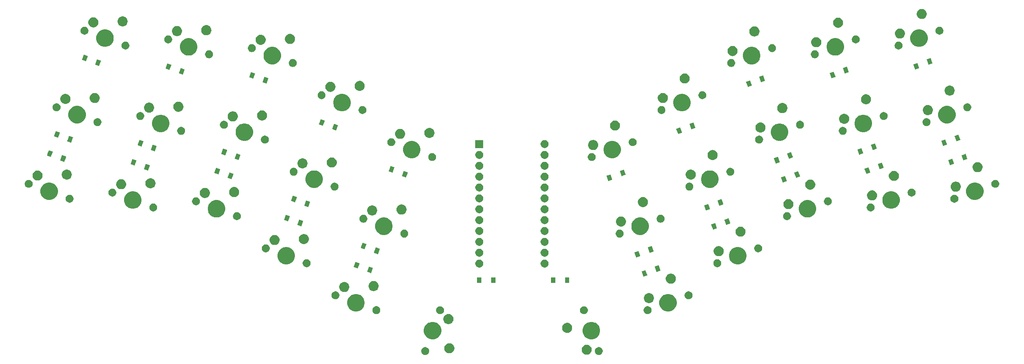
<source format=gbr>
G04 #@! TF.GenerationSoftware,KiCad,Pcbnew,(5.1.4)-1*
G04 #@! TF.CreationDate,2021-01-09T12:31:01-07:00*
G04 #@! TF.ProjectId,CS30 Ergo 3,43533330-2045-4726-976f-20332e6b6963,rev?*
G04 #@! TF.SameCoordinates,Original*
G04 #@! TF.FileFunction,Soldermask,Bot*
G04 #@! TF.FilePolarity,Negative*
%FSLAX46Y46*%
G04 Gerber Fmt 4.6, Leading zero omitted, Abs format (unit mm)*
G04 Created by KiCad (PCBNEW (5.1.4)-1) date 2021-01-09 12:31:01*
%MOMM*%
%LPD*%
G04 APERTURE LIST*
%ADD10C,0.150000*%
G04 APERTURE END LIST*
D10*
G36*
X163409596Y-119259634D02*
G01*
X163578118Y-119329438D01*
X163729783Y-119430777D01*
X163858764Y-119559758D01*
X163960103Y-119711423D01*
X164029907Y-119879945D01*
X164065492Y-120058846D01*
X164065492Y-120241252D01*
X164029907Y-120420153D01*
X163960103Y-120588675D01*
X163858764Y-120740340D01*
X163729783Y-120869321D01*
X163578118Y-120970660D01*
X163409596Y-121040464D01*
X163230695Y-121076049D01*
X163048289Y-121076049D01*
X162869388Y-121040464D01*
X162700866Y-120970660D01*
X162549201Y-120869321D01*
X162420220Y-120740340D01*
X162318881Y-120588675D01*
X162249077Y-120420153D01*
X162213492Y-120241252D01*
X162213492Y-120058846D01*
X162249077Y-119879945D01*
X162318881Y-119711423D01*
X162420220Y-119559758D01*
X162549201Y-119430777D01*
X162700866Y-119329438D01*
X162869388Y-119259634D01*
X163048289Y-119224049D01*
X163230695Y-119224049D01*
X163409596Y-119259634D01*
X163409596Y-119259634D01*
G37*
G36*
X122881812Y-119259634D02*
G01*
X123050334Y-119329438D01*
X123201999Y-119430777D01*
X123330980Y-119559758D01*
X123432319Y-119711423D01*
X123502123Y-119879945D01*
X123537708Y-120058846D01*
X123537708Y-120241252D01*
X123502123Y-120420153D01*
X123432319Y-120588675D01*
X123330980Y-120740340D01*
X123201999Y-120869321D01*
X123050334Y-120970660D01*
X122881812Y-121040464D01*
X122702911Y-121076049D01*
X122520505Y-121076049D01*
X122341604Y-121040464D01*
X122173082Y-120970660D01*
X122021417Y-120869321D01*
X121892436Y-120740340D01*
X121791097Y-120588675D01*
X121721293Y-120420153D01*
X121685708Y-120241252D01*
X121685708Y-120058846D01*
X121721293Y-119879945D01*
X121791097Y-119711423D01*
X121892436Y-119559758D01*
X122021417Y-119430777D01*
X122173082Y-119329438D01*
X122341604Y-119259634D01*
X122520505Y-119224049D01*
X122702911Y-119224049D01*
X122881812Y-119259634D01*
X122881812Y-119259634D01*
G37*
G36*
X160509867Y-118664434D02*
G01*
X160661334Y-118694563D01*
X160875352Y-118783212D01*
X160875353Y-118783213D01*
X161067961Y-118911909D01*
X161231768Y-119075716D01*
X161317565Y-119204121D01*
X161360465Y-119268325D01*
X161449114Y-119482343D01*
X161494307Y-119709544D01*
X161494307Y-119941196D01*
X161449114Y-120168397D01*
X161360465Y-120382415D01*
X161339258Y-120414153D01*
X161231768Y-120575024D01*
X161067961Y-120738831D01*
X160939556Y-120824628D01*
X160875352Y-120867528D01*
X160661334Y-120956177D01*
X160509867Y-120986306D01*
X160434134Y-121001370D01*
X160202480Y-121001370D01*
X160126747Y-120986306D01*
X159975280Y-120956177D01*
X159761262Y-120867528D01*
X159697058Y-120824628D01*
X159568653Y-120738831D01*
X159404846Y-120575024D01*
X159297356Y-120414153D01*
X159276149Y-120382415D01*
X159187500Y-120168397D01*
X159142307Y-119941196D01*
X159142307Y-119709544D01*
X159187500Y-119482343D01*
X159276149Y-119268325D01*
X159319049Y-119204121D01*
X159404846Y-119075716D01*
X159568653Y-118911909D01*
X159761261Y-118783213D01*
X159761262Y-118783212D01*
X159975280Y-118694563D01*
X160126747Y-118664434D01*
X160202480Y-118649370D01*
X160434134Y-118649370D01*
X160509867Y-118664434D01*
X160509867Y-118664434D01*
G37*
G36*
X128445637Y-118339756D02*
G01*
X128597104Y-118369885D01*
X128811122Y-118458534D01*
X128811123Y-118458535D01*
X129003731Y-118587231D01*
X129167538Y-118751038D01*
X129253335Y-118879443D01*
X129296235Y-118943647D01*
X129384884Y-119157665D01*
X129430077Y-119384866D01*
X129430077Y-119616518D01*
X129384884Y-119843719D01*
X129296235Y-120057737D01*
X129296234Y-120057738D01*
X129167538Y-120250346D01*
X129003731Y-120414153D01*
X128875326Y-120499950D01*
X128811122Y-120542850D01*
X128597104Y-120631499D01*
X128445637Y-120661628D01*
X128369904Y-120676692D01*
X128138250Y-120676692D01*
X128062517Y-120661628D01*
X127911050Y-120631499D01*
X127697032Y-120542850D01*
X127632828Y-120499950D01*
X127504423Y-120414153D01*
X127340616Y-120250346D01*
X127211920Y-120057738D01*
X127211919Y-120057737D01*
X127123270Y-119843719D01*
X127078077Y-119616518D01*
X127078077Y-119384866D01*
X127123270Y-119157665D01*
X127211919Y-118943647D01*
X127254819Y-118879443D01*
X127340616Y-118751038D01*
X127504423Y-118587231D01*
X127697031Y-118458535D01*
X127697032Y-118458534D01*
X127911050Y-118369885D01*
X128062517Y-118339756D01*
X128138250Y-118324692D01*
X128369904Y-118324692D01*
X128445637Y-118339756D01*
X128445637Y-118339756D01*
G37*
G36*
X161998504Y-113410094D02*
G01*
X162216504Y-113500393D01*
X162370653Y-113564243D01*
X162705578Y-113788033D01*
X162990407Y-114072862D01*
X163214197Y-114407787D01*
X163214197Y-114407788D01*
X163368346Y-114779936D01*
X163446930Y-115175004D01*
X163446930Y-115577816D01*
X163368346Y-115972884D01*
X163278047Y-116190884D01*
X163214197Y-116345033D01*
X162990407Y-116679958D01*
X162705578Y-116964787D01*
X162370653Y-117188577D01*
X162216504Y-117252427D01*
X161998504Y-117342726D01*
X161603436Y-117421310D01*
X161200624Y-117421310D01*
X160805556Y-117342726D01*
X160587556Y-117252427D01*
X160433407Y-117188577D01*
X160098482Y-116964787D01*
X159813653Y-116679958D01*
X159589863Y-116345033D01*
X159526013Y-116190884D01*
X159435714Y-115972884D01*
X159357130Y-115577816D01*
X159357130Y-115175004D01*
X159435714Y-114779936D01*
X159589863Y-114407788D01*
X159589863Y-114407787D01*
X159813653Y-114072862D01*
X160098482Y-113788033D01*
X160433407Y-113564243D01*
X160587556Y-113500393D01*
X160805556Y-113410094D01*
X161200624Y-113331510D01*
X161603436Y-113331510D01*
X161998504Y-113410094D01*
X161998504Y-113410094D01*
G37*
G36*
X124945644Y-113410094D02*
G01*
X125163644Y-113500393D01*
X125317793Y-113564243D01*
X125652718Y-113788033D01*
X125937547Y-114072862D01*
X126161337Y-114407787D01*
X126161337Y-114407788D01*
X126315486Y-114779936D01*
X126394070Y-115175004D01*
X126394070Y-115577816D01*
X126315486Y-115972884D01*
X126225187Y-116190884D01*
X126161337Y-116345033D01*
X125937547Y-116679958D01*
X125652718Y-116964787D01*
X125317793Y-117188577D01*
X125163644Y-117252427D01*
X124945644Y-117342726D01*
X124550576Y-117421310D01*
X124147764Y-117421310D01*
X123752696Y-117342726D01*
X123534696Y-117252427D01*
X123380547Y-117188577D01*
X123045622Y-116964787D01*
X122760793Y-116679958D01*
X122537003Y-116345033D01*
X122473153Y-116190884D01*
X122382854Y-115972884D01*
X122304270Y-115577816D01*
X122304270Y-115175004D01*
X122382854Y-114779936D01*
X122537003Y-114407788D01*
X122537003Y-114407787D01*
X122760793Y-114072862D01*
X123045622Y-113788033D01*
X123380547Y-113564243D01*
X123534696Y-113500393D01*
X123752696Y-113410094D01*
X124147764Y-113331510D01*
X124550576Y-113331510D01*
X124945644Y-113410094D01*
X124945644Y-113410094D01*
G37*
G36*
X155941797Y-113564243D02*
G01*
X156102687Y-113596246D01*
X156316705Y-113684895D01*
X156349892Y-113707070D01*
X156509314Y-113813592D01*
X156673121Y-113977399D01*
X156736907Y-114072862D01*
X156801818Y-114170008D01*
X156890467Y-114384026D01*
X156935660Y-114611227D01*
X156935660Y-114842879D01*
X156890467Y-115070080D01*
X156801818Y-115284098D01*
X156801817Y-115284099D01*
X156673121Y-115476707D01*
X156509314Y-115640514D01*
X156380909Y-115726311D01*
X156316705Y-115769211D01*
X156102687Y-115857860D01*
X155951220Y-115887989D01*
X155875487Y-115903053D01*
X155643833Y-115903053D01*
X155568100Y-115887989D01*
X155416633Y-115857860D01*
X155202615Y-115769211D01*
X155138411Y-115726311D01*
X155010006Y-115640514D01*
X154846199Y-115476707D01*
X154717503Y-115284099D01*
X154717502Y-115284098D01*
X154628853Y-115070080D01*
X154583660Y-114842879D01*
X154583660Y-114611227D01*
X154628853Y-114384026D01*
X154717502Y-114170008D01*
X154782413Y-114072862D01*
X154846199Y-113977399D01*
X155010006Y-113813592D01*
X155169428Y-113707070D01*
X155202615Y-113684895D01*
X155416633Y-113596246D01*
X155577523Y-113564243D01*
X155643833Y-113551053D01*
X155875487Y-113551053D01*
X155941797Y-113564243D01*
X155941797Y-113564243D01*
G37*
G36*
X128230646Y-111503976D02*
G01*
X128382113Y-111534105D01*
X128596131Y-111622754D01*
X128596132Y-111622755D01*
X128788740Y-111751451D01*
X128952547Y-111915258D01*
X129038344Y-112043663D01*
X129081244Y-112107867D01*
X129169893Y-112321885D01*
X129215086Y-112549086D01*
X129215086Y-112780738D01*
X129169893Y-113007939D01*
X129081244Y-113221957D01*
X129081243Y-113221958D01*
X128952547Y-113414566D01*
X128788740Y-113578373D01*
X128660335Y-113664170D01*
X128596131Y-113707070D01*
X128382113Y-113795719D01*
X128230646Y-113825848D01*
X128154913Y-113840912D01*
X127923259Y-113840912D01*
X127847526Y-113825848D01*
X127696059Y-113795719D01*
X127482041Y-113707070D01*
X127417837Y-113664170D01*
X127289432Y-113578373D01*
X127125625Y-113414566D01*
X126996929Y-113221958D01*
X126996928Y-113221957D01*
X126908279Y-113007939D01*
X126863086Y-112780738D01*
X126863086Y-112549086D01*
X126908279Y-112321885D01*
X126996928Y-112107867D01*
X127039828Y-112043663D01*
X127125625Y-111915258D01*
X127289432Y-111751451D01*
X127482040Y-111622755D01*
X127482041Y-111622754D01*
X127696059Y-111534105D01*
X127847526Y-111503976D01*
X127923259Y-111488912D01*
X128154913Y-111488912D01*
X128230646Y-111503976D01*
X128230646Y-111503976D01*
G37*
G36*
X126356736Y-109712356D02*
G01*
X126525258Y-109782160D01*
X126676923Y-109883499D01*
X126805904Y-110012480D01*
X126907243Y-110164145D01*
X126977047Y-110332667D01*
X127012632Y-110511568D01*
X127012632Y-110693974D01*
X126977047Y-110872875D01*
X126907243Y-111041397D01*
X126805904Y-111193062D01*
X126676923Y-111322043D01*
X126525258Y-111423382D01*
X126356736Y-111493186D01*
X126177835Y-111528771D01*
X125995429Y-111528771D01*
X125816528Y-111493186D01*
X125648006Y-111423382D01*
X125496341Y-111322043D01*
X125367360Y-111193062D01*
X125266021Y-111041397D01*
X125196217Y-110872875D01*
X125160632Y-110693974D01*
X125160632Y-110511568D01*
X125196217Y-110332667D01*
X125266021Y-110164145D01*
X125367360Y-110012480D01*
X125496341Y-109883499D01*
X125648006Y-109782160D01*
X125816528Y-109712356D01*
X125995429Y-109676771D01*
X126177835Y-109676771D01*
X126356736Y-109712356D01*
X126356736Y-109712356D01*
G37*
G36*
X159934672Y-109712356D02*
G01*
X160103194Y-109782160D01*
X160254859Y-109883499D01*
X160383840Y-110012480D01*
X160485179Y-110164145D01*
X160554983Y-110332667D01*
X160590568Y-110511568D01*
X160590568Y-110693974D01*
X160554983Y-110872875D01*
X160485179Y-111041397D01*
X160383840Y-111193062D01*
X160254859Y-111322043D01*
X160103194Y-111423382D01*
X159934672Y-111493186D01*
X159755771Y-111528771D01*
X159573365Y-111528771D01*
X159394464Y-111493186D01*
X159225942Y-111423382D01*
X159074277Y-111322043D01*
X158945296Y-111193062D01*
X158843957Y-111041397D01*
X158774153Y-110872875D01*
X158738568Y-110693974D01*
X158738568Y-110511568D01*
X158774153Y-110332667D01*
X158843957Y-110164145D01*
X158945296Y-110012480D01*
X159074277Y-109883499D01*
X159225942Y-109782160D01*
X159394464Y-109712356D01*
X159573365Y-109676771D01*
X159755771Y-109676771D01*
X159934672Y-109712356D01*
X159934672Y-109712356D01*
G37*
G36*
X111491693Y-109707946D02*
G01*
X111660215Y-109777750D01*
X111811880Y-109879089D01*
X111940861Y-110008070D01*
X112042200Y-110159735D01*
X112112004Y-110328257D01*
X112147589Y-110507158D01*
X112147589Y-110689564D01*
X112112004Y-110868465D01*
X112042200Y-111036987D01*
X111940861Y-111188652D01*
X111811880Y-111317633D01*
X111660215Y-111418972D01*
X111491693Y-111488776D01*
X111312792Y-111524361D01*
X111130386Y-111524361D01*
X110951485Y-111488776D01*
X110782963Y-111418972D01*
X110631298Y-111317633D01*
X110502317Y-111188652D01*
X110400978Y-111036987D01*
X110331174Y-110868465D01*
X110295589Y-110689564D01*
X110295589Y-110507158D01*
X110331174Y-110328257D01*
X110400978Y-110159735D01*
X110502317Y-110008070D01*
X110631298Y-109879089D01*
X110782963Y-109777750D01*
X110951485Y-109707946D01*
X111130386Y-109672361D01*
X111312792Y-109672361D01*
X111491693Y-109707946D01*
X111491693Y-109707946D01*
G37*
G36*
X174799715Y-109707946D02*
G01*
X174968237Y-109777750D01*
X175119902Y-109879089D01*
X175248883Y-110008070D01*
X175350222Y-110159735D01*
X175420026Y-110328257D01*
X175455611Y-110507158D01*
X175455611Y-110689564D01*
X175420026Y-110868465D01*
X175350222Y-111036987D01*
X175248883Y-111188652D01*
X175119902Y-111317633D01*
X174968237Y-111418972D01*
X174799715Y-111488776D01*
X174620814Y-111524361D01*
X174438408Y-111524361D01*
X174259507Y-111488776D01*
X174090985Y-111418972D01*
X173939320Y-111317633D01*
X173810339Y-111188652D01*
X173709000Y-111036987D01*
X173639196Y-110868465D01*
X173603611Y-110689564D01*
X173603611Y-110507158D01*
X173639196Y-110328257D01*
X173709000Y-110159735D01*
X173810339Y-110008070D01*
X173939320Y-109879089D01*
X174090985Y-109777750D01*
X174259507Y-109707946D01*
X174438408Y-109672361D01*
X174620814Y-109672361D01*
X174799715Y-109707946D01*
X174799715Y-109707946D01*
G37*
G36*
X107044424Y-106894583D02*
G01*
X107262424Y-106984882D01*
X107416573Y-107048732D01*
X107751498Y-107272522D01*
X108036327Y-107557351D01*
X108260117Y-107892276D01*
X108310475Y-108013851D01*
X108414266Y-108264425D01*
X108492850Y-108659493D01*
X108492850Y-109062305D01*
X108414266Y-109457373D01*
X108325215Y-109672361D01*
X108260117Y-109829522D01*
X108036327Y-110164447D01*
X107751498Y-110449276D01*
X107416573Y-110673066D01*
X107366096Y-110693974D01*
X107044424Y-110827215D01*
X106649356Y-110905799D01*
X106246544Y-110905799D01*
X105851476Y-110827215D01*
X105529804Y-110693974D01*
X105479327Y-110673066D01*
X105144402Y-110449276D01*
X104859573Y-110164447D01*
X104635783Y-109829522D01*
X104570685Y-109672361D01*
X104481634Y-109457373D01*
X104403050Y-109062305D01*
X104403050Y-108659493D01*
X104481634Y-108264425D01*
X104585425Y-108013851D01*
X104635783Y-107892276D01*
X104859573Y-107557351D01*
X105144402Y-107272522D01*
X105479327Y-107048732D01*
X105633476Y-106984882D01*
X105851476Y-106894583D01*
X106246544Y-106815999D01*
X106649356Y-106815999D01*
X107044424Y-106894583D01*
X107044424Y-106894583D01*
G37*
G36*
X179899724Y-106894583D02*
G01*
X180117724Y-106984882D01*
X180271873Y-107048732D01*
X180606798Y-107272522D01*
X180891627Y-107557351D01*
X181115417Y-107892276D01*
X181165775Y-108013851D01*
X181269566Y-108264425D01*
X181348150Y-108659493D01*
X181348150Y-109062305D01*
X181269566Y-109457373D01*
X181180515Y-109672361D01*
X181115417Y-109829522D01*
X180891627Y-110164447D01*
X180606798Y-110449276D01*
X180271873Y-110673066D01*
X180221396Y-110693974D01*
X179899724Y-110827215D01*
X179504656Y-110905799D01*
X179101844Y-110905799D01*
X178706776Y-110827215D01*
X178385104Y-110693974D01*
X178334627Y-110673066D01*
X177999702Y-110449276D01*
X177714873Y-110164447D01*
X177491083Y-109829522D01*
X177425985Y-109672361D01*
X177336934Y-109457373D01*
X177258350Y-109062305D01*
X177258350Y-108659493D01*
X177336934Y-108264425D01*
X177440725Y-108013851D01*
X177491083Y-107892276D01*
X177714873Y-107557351D01*
X177999702Y-107272522D01*
X178334627Y-107048732D01*
X178488776Y-106984882D01*
X178706776Y-106894583D01*
X179101844Y-106815999D01*
X179504656Y-106815999D01*
X179899724Y-106894583D01*
X179899724Y-106894583D01*
G37*
G36*
X175045850Y-106616240D02*
G01*
X175197317Y-106646369D01*
X175411335Y-106735018D01*
X175411336Y-106735019D01*
X175603944Y-106863715D01*
X175767751Y-107027522D01*
X175853548Y-107155927D01*
X175896448Y-107220131D01*
X175985097Y-107434149D01*
X176030290Y-107661350D01*
X176030290Y-107893002D01*
X175985097Y-108120203D01*
X175896448Y-108334221D01*
X175896447Y-108334222D01*
X175767751Y-108526830D01*
X175603944Y-108690637D01*
X175475539Y-108776434D01*
X175411335Y-108819334D01*
X175197317Y-108907983D01*
X175045850Y-108938112D01*
X174970117Y-108953176D01*
X174738463Y-108953176D01*
X174662730Y-108938112D01*
X174511263Y-108907983D01*
X174297245Y-108819334D01*
X174233041Y-108776434D01*
X174104636Y-108690637D01*
X173940829Y-108526830D01*
X173812133Y-108334222D01*
X173812132Y-108334221D01*
X173723483Y-108120203D01*
X173678290Y-107893002D01*
X173678290Y-107661350D01*
X173723483Y-107434149D01*
X173812132Y-107220131D01*
X173855032Y-107155927D01*
X173940829Y-107027522D01*
X174104636Y-106863715D01*
X174297244Y-106735019D01*
X174297245Y-106735018D01*
X174511263Y-106646369D01*
X174662730Y-106616240D01*
X174738463Y-106601176D01*
X174970117Y-106601176D01*
X175045850Y-106616240D01*
X175045850Y-106616240D01*
G37*
G36*
X101944415Y-106233022D02*
G01*
X102112937Y-106302826D01*
X102264602Y-106404165D01*
X102393583Y-106533146D01*
X102494922Y-106684811D01*
X102564726Y-106853333D01*
X102600311Y-107032234D01*
X102600311Y-107214640D01*
X102564726Y-107393541D01*
X102494922Y-107562063D01*
X102393583Y-107713728D01*
X102264602Y-107842709D01*
X102112937Y-107944048D01*
X101944415Y-108013852D01*
X101765514Y-108049437D01*
X101583108Y-108049437D01*
X101404207Y-108013852D01*
X101235685Y-107944048D01*
X101084020Y-107842709D01*
X100955039Y-107713728D01*
X100853700Y-107562063D01*
X100783896Y-107393541D01*
X100748311Y-107214640D01*
X100748311Y-107032234D01*
X100783896Y-106853333D01*
X100853700Y-106684811D01*
X100955039Y-106533146D01*
X101084020Y-106404165D01*
X101235685Y-106302826D01*
X101404207Y-106233022D01*
X101583108Y-106197437D01*
X101765514Y-106197437D01*
X101944415Y-106233022D01*
X101944415Y-106233022D01*
G37*
G36*
X184346993Y-106233022D02*
G01*
X184515515Y-106302826D01*
X184667180Y-106404165D01*
X184796161Y-106533146D01*
X184897500Y-106684811D01*
X184967304Y-106853333D01*
X185002889Y-107032234D01*
X185002889Y-107214640D01*
X184967304Y-107393541D01*
X184897500Y-107562063D01*
X184796161Y-107713728D01*
X184667180Y-107842709D01*
X184515515Y-107944048D01*
X184346993Y-108013852D01*
X184168092Y-108049437D01*
X183985686Y-108049437D01*
X183806785Y-108013852D01*
X183638263Y-107944048D01*
X183486598Y-107842709D01*
X183357617Y-107713728D01*
X183256278Y-107562063D01*
X183186474Y-107393541D01*
X183150889Y-107214640D01*
X183150889Y-107032234D01*
X183186474Y-106853333D01*
X183256278Y-106684811D01*
X183357617Y-106533146D01*
X183486598Y-106404165D01*
X183638263Y-106302826D01*
X183806785Y-106233022D01*
X183985686Y-106197437D01*
X184168092Y-106197437D01*
X184346993Y-106233022D01*
X184346993Y-106233022D01*
G37*
G36*
X103928012Y-104010047D02*
G01*
X104079479Y-104040176D01*
X104293497Y-104128825D01*
X104357701Y-104171725D01*
X104486106Y-104257522D01*
X104649913Y-104421329D01*
X104735710Y-104549734D01*
X104778610Y-104613938D01*
X104867259Y-104827956D01*
X104912452Y-105055157D01*
X104912452Y-105286809D01*
X104867259Y-105514010D01*
X104778610Y-105728028D01*
X104778609Y-105728029D01*
X104649913Y-105920637D01*
X104486106Y-106084444D01*
X104482581Y-106086799D01*
X104293497Y-106213141D01*
X104079479Y-106301790D01*
X103928012Y-106331919D01*
X103852279Y-106346983D01*
X103620625Y-106346983D01*
X103544892Y-106331919D01*
X103393425Y-106301790D01*
X103179407Y-106213141D01*
X102990323Y-106086799D01*
X102986798Y-106084444D01*
X102822991Y-105920637D01*
X102694295Y-105728029D01*
X102694294Y-105728028D01*
X102605645Y-105514010D01*
X102560452Y-105286809D01*
X102560452Y-105055157D01*
X102605645Y-104827956D01*
X102694294Y-104613938D01*
X102737194Y-104549734D01*
X102822991Y-104421329D01*
X102986798Y-104257522D01*
X103115203Y-104171725D01*
X103179407Y-104128825D01*
X103393425Y-104040176D01*
X103544892Y-104010047D01*
X103620625Y-103994983D01*
X103852279Y-103994983D01*
X103928012Y-104010047D01*
X103928012Y-104010047D01*
G37*
G36*
X110763792Y-103795056D02*
G01*
X110915259Y-103825185D01*
X111129277Y-103913834D01*
X111129278Y-103913835D01*
X111321886Y-104042531D01*
X111485693Y-104206338D01*
X111571490Y-104334743D01*
X111614390Y-104398947D01*
X111703039Y-104612965D01*
X111748232Y-104840166D01*
X111748232Y-105071818D01*
X111703039Y-105299019D01*
X111614390Y-105513037D01*
X111614389Y-105513038D01*
X111485693Y-105705646D01*
X111321886Y-105869453D01*
X111245283Y-105920637D01*
X111129277Y-105998150D01*
X110915259Y-106086799D01*
X110763792Y-106116928D01*
X110688059Y-106131992D01*
X110456405Y-106131992D01*
X110380672Y-106116928D01*
X110229205Y-106086799D01*
X110015187Y-105998150D01*
X109899181Y-105920637D01*
X109822578Y-105869453D01*
X109658771Y-105705646D01*
X109530075Y-105513038D01*
X109530074Y-105513037D01*
X109441425Y-105299019D01*
X109396232Y-105071818D01*
X109396232Y-104840166D01*
X109441425Y-104612965D01*
X109530074Y-104398947D01*
X109572974Y-104334743D01*
X109658771Y-104206338D01*
X109822578Y-104042531D01*
X110015186Y-103913835D01*
X110015187Y-103913834D01*
X110229205Y-103825185D01*
X110380672Y-103795056D01*
X110456405Y-103779992D01*
X110688059Y-103779992D01*
X110763792Y-103795056D01*
X110763792Y-103795056D01*
G37*
G36*
X180144167Y-102057593D02*
G01*
X180295634Y-102087722D01*
X180509652Y-102176371D01*
X180509653Y-102176372D01*
X180702261Y-102305068D01*
X180866068Y-102468875D01*
X180951865Y-102597280D01*
X180994765Y-102661484D01*
X181083414Y-102875502D01*
X181128607Y-103102703D01*
X181128607Y-103334355D01*
X181083414Y-103561556D01*
X180994765Y-103775574D01*
X180994764Y-103775575D01*
X180866068Y-103968183D01*
X180702261Y-104131990D01*
X180590994Y-104206336D01*
X180509652Y-104260687D01*
X180295634Y-104349336D01*
X180144167Y-104379465D01*
X180068434Y-104394529D01*
X179836780Y-104394529D01*
X179761047Y-104379465D01*
X179609580Y-104349336D01*
X179395562Y-104260687D01*
X179314220Y-104206336D01*
X179202953Y-104131990D01*
X179039146Y-103968183D01*
X178910450Y-103775575D01*
X178910449Y-103775574D01*
X178821800Y-103561556D01*
X178776607Y-103334355D01*
X178776607Y-103102703D01*
X178821800Y-102875502D01*
X178910449Y-102661484D01*
X178953349Y-102597280D01*
X179039146Y-102468875D01*
X179202953Y-102305068D01*
X179395561Y-102176372D01*
X179395562Y-102176371D01*
X179609580Y-102087722D01*
X179761047Y-102057593D01*
X179836780Y-102042529D01*
X180068434Y-102042529D01*
X180144167Y-102057593D01*
X180144167Y-102057593D01*
G37*
G36*
X156261000Y-104241000D02*
G01*
X155259000Y-104241000D01*
X155259000Y-102939000D01*
X156261000Y-102939000D01*
X156261000Y-104241000D01*
X156261000Y-104241000D01*
G37*
G36*
X152961000Y-104241000D02*
G01*
X151959000Y-104241000D01*
X151959000Y-102939000D01*
X152961000Y-102939000D01*
X152961000Y-104241000D01*
X152961000Y-104241000D01*
G37*
G36*
X135751000Y-104235810D02*
G01*
X134749000Y-104235810D01*
X134749000Y-102933810D01*
X135751000Y-102933810D01*
X135751000Y-104235810D01*
X135751000Y-104235810D01*
G37*
G36*
X139051000Y-104235810D02*
G01*
X138049000Y-104235810D01*
X138049000Y-102933810D01*
X139051000Y-102933810D01*
X139051000Y-104235810D01*
X139051000Y-104235810D01*
G37*
G36*
X174190768Y-101655094D02*
G01*
X174427340Y-102305068D01*
X174476835Y-102441056D01*
X173786519Y-102692311D01*
X173535264Y-102783760D01*
X173535263Y-102783760D01*
X173114098Y-101626618D01*
X173089953Y-101560281D01*
X173089953Y-101560280D01*
X173780269Y-101309025D01*
X174031524Y-101217576D01*
X174031525Y-101217576D01*
X174190768Y-101655094D01*
X174190768Y-101655094D01*
G37*
G36*
X109733279Y-100494587D02*
G01*
X110423595Y-100745842D01*
X109978285Y-101969322D01*
X109978284Y-101969322D01*
X109727029Y-101877873D01*
X109036713Y-101626618D01*
X109060858Y-101560281D01*
X109357289Y-100745843D01*
X109482023Y-100403138D01*
X109482024Y-100403138D01*
X109733279Y-100494587D01*
X109733279Y-100494587D01*
G37*
G36*
X177577821Y-101312390D02*
G01*
X176896748Y-101560280D01*
X176636250Y-101655094D01*
X176636249Y-101655094D01*
X176222062Y-100517124D01*
X176190939Y-100431615D01*
X176190939Y-100431614D01*
X176881255Y-100180359D01*
X177132510Y-100088910D01*
X177132511Y-100088910D01*
X177577821Y-101312390D01*
X177577821Y-101312390D01*
G37*
G36*
X106632293Y-99365921D02*
G01*
X107322609Y-99617176D01*
X107322609Y-99617177D01*
X107242818Y-99836400D01*
X106877299Y-100840656D01*
X106877298Y-100840656D01*
X106616800Y-100745842D01*
X105935727Y-100497952D01*
X105959872Y-100431615D01*
X106084606Y-100088910D01*
X106381037Y-99274472D01*
X106381038Y-99274472D01*
X106632293Y-99365921D01*
X106632293Y-99365921D01*
G37*
G36*
X150766083Y-98803695D02*
G01*
X150934840Y-98873596D01*
X151086718Y-98975078D01*
X151215882Y-99104242D01*
X151317364Y-99256120D01*
X151387265Y-99424877D01*
X151422900Y-99604028D01*
X151422900Y-99786692D01*
X151387265Y-99965843D01*
X151317364Y-100134600D01*
X151215882Y-100286478D01*
X151086718Y-100415642D01*
X150934840Y-100517124D01*
X150766083Y-100587025D01*
X150586932Y-100622660D01*
X150404268Y-100622660D01*
X150225117Y-100587025D01*
X150056360Y-100517124D01*
X149904482Y-100415642D01*
X149775318Y-100286478D01*
X149673836Y-100134600D01*
X149603935Y-99965843D01*
X149568300Y-99786692D01*
X149568300Y-99604028D01*
X149603935Y-99424877D01*
X149673836Y-99256120D01*
X149775318Y-99104242D01*
X149904482Y-98975078D01*
X150056360Y-98873596D01*
X150225117Y-98803695D01*
X150404268Y-98768060D01*
X150586932Y-98768060D01*
X150766083Y-98803695D01*
X150766083Y-98803695D01*
G37*
G36*
X135526083Y-98803695D02*
G01*
X135694840Y-98873596D01*
X135846718Y-98975078D01*
X135975882Y-99104242D01*
X136077364Y-99256120D01*
X136147265Y-99424877D01*
X136182900Y-99604028D01*
X136182900Y-99786692D01*
X136147265Y-99965843D01*
X136077364Y-100134600D01*
X135975882Y-100286478D01*
X135846718Y-100415642D01*
X135694840Y-100517124D01*
X135526083Y-100587025D01*
X135346932Y-100622660D01*
X135164268Y-100622660D01*
X134985117Y-100587025D01*
X134816360Y-100517124D01*
X134664482Y-100415642D01*
X134535318Y-100286478D01*
X134433836Y-100134600D01*
X134363935Y-99965843D01*
X134328300Y-99786692D01*
X134328300Y-99604028D01*
X134363935Y-99424877D01*
X134433836Y-99256120D01*
X134535318Y-99104242D01*
X134664482Y-98975078D01*
X134816360Y-98873596D01*
X134985117Y-98803695D01*
X135164268Y-98768060D01*
X135346932Y-98768060D01*
X135526083Y-98803695D01*
X135526083Y-98803695D01*
G37*
G36*
X95219353Y-98717131D02*
G01*
X95387875Y-98786935D01*
X95539540Y-98888274D01*
X95668521Y-99017255D01*
X95769860Y-99168920D01*
X95839664Y-99337442D01*
X95875249Y-99516343D01*
X95875249Y-99698749D01*
X95839664Y-99877650D01*
X95769860Y-100046172D01*
X95668521Y-100197837D01*
X95539540Y-100326818D01*
X95387875Y-100428157D01*
X95219353Y-100497961D01*
X95040452Y-100533546D01*
X94858046Y-100533546D01*
X94679145Y-100497961D01*
X94510623Y-100428157D01*
X94358958Y-100326818D01*
X94229977Y-100197837D01*
X94128638Y-100046172D01*
X94058834Y-99877650D01*
X94023249Y-99698749D01*
X94023249Y-99516343D01*
X94058834Y-99337442D01*
X94128638Y-99168920D01*
X94229977Y-99017255D01*
X94358958Y-98888274D01*
X94510623Y-98786935D01*
X94679145Y-98717131D01*
X94858046Y-98681546D01*
X95040452Y-98681546D01*
X95219353Y-98717131D01*
X95219353Y-98717131D01*
G37*
G36*
X191072057Y-98717130D02*
G01*
X191240579Y-98786934D01*
X191392244Y-98888273D01*
X191521225Y-99017254D01*
X191622564Y-99168919D01*
X191692368Y-99337441D01*
X191727953Y-99516342D01*
X191727953Y-99698748D01*
X191692368Y-99877649D01*
X191622564Y-100046171D01*
X191521225Y-100197836D01*
X191392244Y-100326817D01*
X191240579Y-100428156D01*
X191072057Y-100497960D01*
X190893156Y-100533545D01*
X190710750Y-100533545D01*
X190531849Y-100497960D01*
X190363327Y-100428156D01*
X190211662Y-100326817D01*
X190082681Y-100197836D01*
X189981342Y-100046171D01*
X189911538Y-99877649D01*
X189875953Y-99698748D01*
X189875953Y-99516342D01*
X189911538Y-99337441D01*
X189981342Y-99168919D01*
X190082681Y-99017254D01*
X190211662Y-98888273D01*
X190363327Y-98786934D01*
X190531849Y-98717130D01*
X190710750Y-98681545D01*
X190893156Y-98681545D01*
X191072057Y-98717130D01*
X191072057Y-98717130D01*
G37*
G36*
X90772084Y-95903768D02*
G01*
X90898931Y-95956310D01*
X91144233Y-96057917D01*
X91479158Y-96281707D01*
X91763987Y-96566536D01*
X91987777Y-96901461D01*
X92038134Y-97023035D01*
X92141926Y-97273610D01*
X92220510Y-97668678D01*
X92220510Y-98071490D01*
X92141926Y-98466558D01*
X92052875Y-98681545D01*
X91987777Y-98838707D01*
X91763987Y-99173632D01*
X91479158Y-99458461D01*
X91144233Y-99682251D01*
X90990084Y-99746101D01*
X90772084Y-99836400D01*
X90377016Y-99914984D01*
X89974204Y-99914984D01*
X89579136Y-99836400D01*
X89361136Y-99746101D01*
X89206987Y-99682251D01*
X88872062Y-99458461D01*
X88587233Y-99173632D01*
X88363443Y-98838707D01*
X88298345Y-98681545D01*
X88209294Y-98466558D01*
X88130710Y-98071490D01*
X88130710Y-97668678D01*
X88209294Y-97273610D01*
X88313086Y-97023035D01*
X88363443Y-96901461D01*
X88587233Y-96566536D01*
X88872062Y-96281707D01*
X89206987Y-96057917D01*
X89452289Y-95956310D01*
X89579136Y-95903768D01*
X89974204Y-95825184D01*
X90377016Y-95825184D01*
X90772084Y-95903768D01*
X90772084Y-95903768D01*
G37*
G36*
X196172066Y-95903767D02*
G01*
X196390066Y-95994066D01*
X196544215Y-96057916D01*
X196879140Y-96281706D01*
X197163969Y-96566535D01*
X197387759Y-96901460D01*
X197409204Y-96953233D01*
X197541908Y-97273609D01*
X197620492Y-97668677D01*
X197620492Y-98071489D01*
X197541908Y-98466557D01*
X197541907Y-98466559D01*
X197387759Y-98838706D01*
X197163969Y-99173631D01*
X196879140Y-99458460D01*
X196544215Y-99682250D01*
X196390066Y-99746100D01*
X196172066Y-99836399D01*
X195776998Y-99914983D01*
X195374186Y-99914983D01*
X194979118Y-99836399D01*
X194761118Y-99746100D01*
X194606969Y-99682250D01*
X194272044Y-99458460D01*
X193987215Y-99173631D01*
X193763425Y-98838706D01*
X193609277Y-98466559D01*
X193609276Y-98466557D01*
X193530692Y-98071489D01*
X193530692Y-97668677D01*
X193609276Y-97273609D01*
X193741980Y-96953233D01*
X193763425Y-96901460D01*
X193987215Y-96566535D01*
X194272044Y-96281706D01*
X194606969Y-96057916D01*
X194761118Y-95994066D01*
X194979118Y-95903767D01*
X195374186Y-95825183D01*
X195776998Y-95825183D01*
X196172066Y-95903767D01*
X196172066Y-95903767D01*
G37*
G36*
X172729129Y-97639269D02*
G01*
X172798010Y-97828518D01*
X172847958Y-97965751D01*
X172157642Y-98217006D01*
X171906387Y-98308455D01*
X171906386Y-98308455D01*
X171495585Y-97179789D01*
X171461076Y-97084976D01*
X171461076Y-97084975D01*
X172151392Y-96833720D01*
X172402647Y-96742271D01*
X172402648Y-96742271D01*
X172729129Y-97639269D01*
X172729129Y-97639269D01*
G37*
G36*
X135526083Y-96263695D02*
G01*
X135694840Y-96333596D01*
X135846718Y-96435078D01*
X135975882Y-96564242D01*
X136077364Y-96716120D01*
X136147265Y-96884877D01*
X136182900Y-97064028D01*
X136182900Y-97246692D01*
X136147265Y-97425843D01*
X136077364Y-97594600D01*
X135975882Y-97746478D01*
X135846718Y-97875642D01*
X135694840Y-97977124D01*
X135526083Y-98047025D01*
X135346932Y-98082660D01*
X135164268Y-98082660D01*
X134985117Y-98047025D01*
X134816360Y-97977124D01*
X134664482Y-97875642D01*
X134535318Y-97746478D01*
X134433836Y-97594600D01*
X134363935Y-97425843D01*
X134328300Y-97246692D01*
X134328300Y-97064028D01*
X134363935Y-96884877D01*
X134433836Y-96716120D01*
X134535318Y-96564242D01*
X134664482Y-96435078D01*
X134816360Y-96333596D01*
X134985117Y-96263695D01*
X135164268Y-96228060D01*
X135346932Y-96228060D01*
X135526083Y-96263695D01*
X135526083Y-96263695D01*
G37*
G36*
X150766083Y-96263695D02*
G01*
X150934840Y-96333596D01*
X151086718Y-96435078D01*
X151215882Y-96564242D01*
X151317364Y-96716120D01*
X151387265Y-96884877D01*
X151422900Y-97064028D01*
X151422900Y-97246692D01*
X151387265Y-97425843D01*
X151317364Y-97594600D01*
X151215882Y-97746478D01*
X151086718Y-97875642D01*
X150934840Y-97977124D01*
X150766083Y-98047025D01*
X150586932Y-98082660D01*
X150404268Y-98082660D01*
X150225117Y-98047025D01*
X150056360Y-97977124D01*
X149904482Y-97875642D01*
X149775318Y-97746478D01*
X149673836Y-97594600D01*
X149603935Y-97425843D01*
X149568300Y-97246692D01*
X149568300Y-97064028D01*
X149603935Y-96884877D01*
X149673836Y-96716120D01*
X149775318Y-96564242D01*
X149904482Y-96435078D01*
X150056360Y-96333596D01*
X150225117Y-96263695D01*
X150404268Y-96228060D01*
X150586932Y-96228060D01*
X150766083Y-96263695D01*
X150766083Y-96263695D01*
G37*
G36*
X191318192Y-95625424D02*
G01*
X191469659Y-95655553D01*
X191683677Y-95744202D01*
X191683678Y-95744203D01*
X191876286Y-95872899D01*
X192040093Y-96036706D01*
X192125890Y-96165111D01*
X192168790Y-96229315D01*
X192257439Y-96443333D01*
X192302632Y-96670534D01*
X192302632Y-96902186D01*
X192257439Y-97129387D01*
X192168790Y-97343405D01*
X192168789Y-97343406D01*
X192040093Y-97536014D01*
X191876286Y-97699821D01*
X191806457Y-97746479D01*
X191683677Y-97828518D01*
X191469659Y-97917167D01*
X191318192Y-97947296D01*
X191242459Y-97962360D01*
X191010805Y-97962360D01*
X190935072Y-97947296D01*
X190783605Y-97917167D01*
X190569587Y-97828518D01*
X190446807Y-97746479D01*
X190376978Y-97699821D01*
X190213171Y-97536014D01*
X190084475Y-97343406D01*
X190084474Y-97343405D01*
X189995825Y-97129387D01*
X189950632Y-96902186D01*
X189950632Y-96670534D01*
X189995825Y-96443333D01*
X190084474Y-96229315D01*
X190127374Y-96165111D01*
X190213171Y-96036706D01*
X190376978Y-95872899D01*
X190569586Y-95744203D01*
X190569587Y-95744202D01*
X190783605Y-95655553D01*
X190935072Y-95625424D01*
X191010805Y-95610360D01*
X191242459Y-95610360D01*
X191318192Y-95625424D01*
X191318192Y-95625424D01*
G37*
G36*
X111189143Y-95956310D02*
G01*
X112052472Y-96270536D01*
X112052472Y-96270537D01*
X111945572Y-96564241D01*
X111607162Y-97494016D01*
X111607161Y-97494016D01*
X111355906Y-97402567D01*
X110665590Y-97151312D01*
X110673571Y-97129385D01*
X110876716Y-96571248D01*
X111110900Y-95927832D01*
X111110901Y-95927832D01*
X111189143Y-95956310D01*
X111189143Y-95956310D01*
G37*
G36*
X175802626Y-96435079D02*
G01*
X175907389Y-96722912D01*
X175948944Y-96837085D01*
X175325423Y-97064028D01*
X175007373Y-97179789D01*
X175007372Y-97179789D01*
X174591323Y-96036704D01*
X174562062Y-95956310D01*
X174562062Y-95956309D01*
X175282764Y-95693995D01*
X175503633Y-95613605D01*
X175503634Y-95613605D01*
X175802626Y-96435079D01*
X175802626Y-96435079D01*
G37*
G36*
X85672075Y-95242207D02*
G01*
X85840597Y-95312011D01*
X85992262Y-95413350D01*
X86121243Y-95542331D01*
X86222582Y-95693996D01*
X86292386Y-95862518D01*
X86327971Y-96041419D01*
X86327971Y-96223825D01*
X86292386Y-96402726D01*
X86222582Y-96571248D01*
X86121243Y-96722913D01*
X85992262Y-96851894D01*
X85840597Y-96953233D01*
X85672075Y-97023037D01*
X85493174Y-97058622D01*
X85310768Y-97058622D01*
X85131867Y-97023037D01*
X84963345Y-96953233D01*
X84811680Y-96851894D01*
X84682699Y-96722913D01*
X84581360Y-96571248D01*
X84511556Y-96402726D01*
X84475971Y-96223825D01*
X84475971Y-96041419D01*
X84511556Y-95862518D01*
X84581360Y-95693996D01*
X84682699Y-95542331D01*
X84811680Y-95413350D01*
X84963345Y-95312011D01*
X85131867Y-95242207D01*
X85310768Y-95206622D01*
X85493174Y-95206622D01*
X85672075Y-95242207D01*
X85672075Y-95242207D01*
G37*
G36*
X200619335Y-95242206D02*
G01*
X200787857Y-95312010D01*
X200939522Y-95413349D01*
X201068503Y-95542330D01*
X201169842Y-95693995D01*
X201239646Y-95862517D01*
X201275231Y-96041418D01*
X201275231Y-96223824D01*
X201239646Y-96402725D01*
X201169842Y-96571247D01*
X201068503Y-96722912D01*
X200939522Y-96851893D01*
X200787857Y-96953232D01*
X200619335Y-97023036D01*
X200440434Y-97058621D01*
X200258028Y-97058621D01*
X200079127Y-97023036D01*
X199910605Y-96953232D01*
X199758940Y-96851893D01*
X199629959Y-96722912D01*
X199528620Y-96571247D01*
X199458816Y-96402725D01*
X199423231Y-96223824D01*
X199423231Y-96041418D01*
X199458816Y-95862517D01*
X199528620Y-95693995D01*
X199629959Y-95542330D01*
X199758940Y-95413349D01*
X199910605Y-95312010D01*
X200079127Y-95242206D01*
X200258028Y-95206621D01*
X200440434Y-95206621D01*
X200619335Y-95242206D01*
X200619335Y-95242206D01*
G37*
G36*
X108228256Y-94878636D02*
G01*
X108951486Y-95141870D01*
X108951486Y-95141871D01*
X108914966Y-95242208D01*
X108506176Y-96365350D01*
X108506175Y-96365350D01*
X108128975Y-96228060D01*
X107564604Y-96022646D01*
X107588749Y-95956309D01*
X107714664Y-95610360D01*
X108009914Y-94799166D01*
X108009915Y-94799166D01*
X108228256Y-94878636D01*
X108228256Y-94878636D01*
G37*
G36*
X150766083Y-93723695D02*
G01*
X150934840Y-93793596D01*
X151086718Y-93895078D01*
X151215882Y-94024242D01*
X151317364Y-94176120D01*
X151387265Y-94344877D01*
X151422900Y-94524028D01*
X151422900Y-94706692D01*
X151387265Y-94885843D01*
X151317364Y-95054600D01*
X151215882Y-95206478D01*
X151086718Y-95335642D01*
X150934840Y-95437124D01*
X150766083Y-95507025D01*
X150586932Y-95542660D01*
X150404268Y-95542660D01*
X150225117Y-95507025D01*
X150056360Y-95437124D01*
X149904482Y-95335642D01*
X149775318Y-95206478D01*
X149673836Y-95054600D01*
X149603935Y-94885843D01*
X149568300Y-94706692D01*
X149568300Y-94524028D01*
X149603935Y-94344877D01*
X149673836Y-94176120D01*
X149775318Y-94024242D01*
X149904482Y-93895078D01*
X150056360Y-93793596D01*
X150225117Y-93723695D01*
X150404268Y-93688060D01*
X150586932Y-93688060D01*
X150766083Y-93723695D01*
X150766083Y-93723695D01*
G37*
G36*
X135526083Y-93723695D02*
G01*
X135694840Y-93793596D01*
X135846718Y-93895078D01*
X135975882Y-94024242D01*
X136077364Y-94176120D01*
X136147265Y-94344877D01*
X136182900Y-94524028D01*
X136182900Y-94706692D01*
X136147265Y-94885843D01*
X136077364Y-95054600D01*
X135975882Y-95206478D01*
X135846718Y-95335642D01*
X135694840Y-95437124D01*
X135526083Y-95507025D01*
X135346932Y-95542660D01*
X135164268Y-95542660D01*
X134985117Y-95507025D01*
X134816360Y-95437124D01*
X134664482Y-95335642D01*
X134535318Y-95206478D01*
X134433836Y-95054600D01*
X134363935Y-94885843D01*
X134328300Y-94706692D01*
X134328300Y-94524028D01*
X134363935Y-94344877D01*
X134433836Y-94176120D01*
X134535318Y-94024242D01*
X134664482Y-93895078D01*
X134816360Y-93793596D01*
X134985117Y-93723695D01*
X135164268Y-93688060D01*
X135346932Y-93688060D01*
X135526083Y-93723695D01*
X135526083Y-93723695D01*
G37*
G36*
X87655672Y-93019232D02*
G01*
X87807139Y-93049361D01*
X88021157Y-93138010D01*
X88021158Y-93138011D01*
X88213766Y-93266707D01*
X88377573Y-93430514D01*
X88463370Y-93558919D01*
X88506270Y-93623123D01*
X88594919Y-93837141D01*
X88625048Y-93988608D01*
X88632136Y-94024241D01*
X88640112Y-94064342D01*
X88640112Y-94295994D01*
X88594919Y-94523195D01*
X88506270Y-94737213D01*
X88506269Y-94737214D01*
X88377573Y-94929822D01*
X88213766Y-95093629D01*
X88141566Y-95141871D01*
X88021157Y-95222326D01*
X87807139Y-95310975D01*
X87683134Y-95335641D01*
X87579939Y-95356168D01*
X87348285Y-95356168D01*
X87245090Y-95335641D01*
X87121085Y-95310975D01*
X86907067Y-95222326D01*
X86786658Y-95141871D01*
X86714458Y-95093629D01*
X86550651Y-94929822D01*
X86421955Y-94737214D01*
X86421954Y-94737213D01*
X86333305Y-94523195D01*
X86288112Y-94295994D01*
X86288112Y-94064342D01*
X86296089Y-94024241D01*
X86303176Y-93988608D01*
X86333305Y-93837141D01*
X86421954Y-93623123D01*
X86464854Y-93558919D01*
X86550651Y-93430514D01*
X86714458Y-93266707D01*
X86907066Y-93138011D01*
X86907067Y-93138010D01*
X87121085Y-93049361D01*
X87272552Y-93019232D01*
X87348285Y-93004168D01*
X87579939Y-93004168D01*
X87655672Y-93019232D01*
X87655672Y-93019232D01*
G37*
G36*
X94448215Y-92795641D02*
G01*
X94642919Y-92834370D01*
X94856937Y-92923019D01*
X94921141Y-92965919D01*
X95049546Y-93051716D01*
X95213353Y-93215523D01*
X95261402Y-93287434D01*
X95342050Y-93408132D01*
X95430699Y-93622150D01*
X95475892Y-93849351D01*
X95475892Y-94081003D01*
X95430699Y-94308204D01*
X95342050Y-94522222D01*
X95299150Y-94586426D01*
X95213353Y-94714831D01*
X95049546Y-94878638D01*
X94972943Y-94929822D01*
X94856937Y-95007335D01*
X94642919Y-95095984D01*
X94491452Y-95126113D01*
X94415719Y-95141177D01*
X94184065Y-95141177D01*
X94108332Y-95126113D01*
X93956865Y-95095984D01*
X93742847Y-95007335D01*
X93626841Y-94929822D01*
X93550238Y-94878638D01*
X93386431Y-94714831D01*
X93300634Y-94586426D01*
X93257734Y-94522222D01*
X93169085Y-94308204D01*
X93123892Y-94081003D01*
X93123892Y-93849351D01*
X93169085Y-93622150D01*
X93257734Y-93408132D01*
X93338382Y-93287434D01*
X93386431Y-93215523D01*
X93550238Y-93051716D01*
X93678643Y-92965919D01*
X93742847Y-92923019D01*
X93956865Y-92834370D01*
X94151569Y-92795641D01*
X94184065Y-92789177D01*
X94415719Y-92789177D01*
X94448215Y-92795641D01*
X94448215Y-92795641D01*
G37*
G36*
X118007206Y-91806728D02*
G01*
X118175728Y-91876532D01*
X118327393Y-91977871D01*
X118456374Y-92106852D01*
X118557713Y-92258517D01*
X118627517Y-92427039D01*
X118663102Y-92605940D01*
X118663102Y-92788346D01*
X118627517Y-92967247D01*
X118557713Y-93135769D01*
X118456374Y-93287434D01*
X118327393Y-93416415D01*
X118175728Y-93517754D01*
X118007206Y-93587558D01*
X117828305Y-93623143D01*
X117645899Y-93623143D01*
X117466998Y-93587558D01*
X117298476Y-93517754D01*
X117146811Y-93416415D01*
X117017830Y-93287434D01*
X116916491Y-93135769D01*
X116846687Y-92967247D01*
X116811102Y-92788346D01*
X116811102Y-92605940D01*
X116846687Y-92427039D01*
X116916491Y-92258517D01*
X117017830Y-92106852D01*
X117146811Y-91977871D01*
X117298476Y-91876532D01*
X117466998Y-91806728D01*
X117645899Y-91771143D01*
X117828305Y-91771143D01*
X118007206Y-91806728D01*
X118007206Y-91806728D01*
G37*
G36*
X168284204Y-91806726D02*
G01*
X168452726Y-91876530D01*
X168604391Y-91977869D01*
X168733372Y-92106850D01*
X168834711Y-92258515D01*
X168904515Y-92427037D01*
X168940100Y-92605938D01*
X168940100Y-92788344D01*
X168904515Y-92967245D01*
X168834711Y-93135767D01*
X168733372Y-93287432D01*
X168604391Y-93416413D01*
X168452726Y-93517752D01*
X168284204Y-93587556D01*
X168105303Y-93623141D01*
X167922897Y-93623141D01*
X167743996Y-93587556D01*
X167575474Y-93517752D01*
X167423809Y-93416413D01*
X167294828Y-93287432D01*
X167193489Y-93135767D01*
X167123685Y-92967245D01*
X167088100Y-92788344D01*
X167088100Y-92605938D01*
X167123685Y-92427037D01*
X167193489Y-92258515D01*
X167294828Y-92106850D01*
X167423809Y-91977869D01*
X167575474Y-91876530D01*
X167743996Y-91806726D01*
X167922897Y-91771141D01*
X168105303Y-91771141D01*
X168284204Y-91806726D01*
X168284204Y-91806726D01*
G37*
G36*
X196416509Y-91066777D02*
G01*
X196567976Y-91096906D01*
X196781994Y-91185555D01*
X196781995Y-91185556D01*
X196974603Y-91314252D01*
X197138410Y-91478059D01*
X197224207Y-91606464D01*
X197267107Y-91670668D01*
X197355756Y-91884686D01*
X197385885Y-92036153D01*
X197399948Y-92106852D01*
X197400949Y-92111887D01*
X197400949Y-92343539D01*
X197355756Y-92570740D01*
X197267107Y-92784758D01*
X197233957Y-92834370D01*
X197138410Y-92977367D01*
X196974603Y-93141174D01*
X196863334Y-93215521D01*
X196781994Y-93269871D01*
X196567976Y-93358520D01*
X196416509Y-93388649D01*
X196340776Y-93403713D01*
X196109122Y-93403713D01*
X196033389Y-93388649D01*
X195881922Y-93358520D01*
X195667904Y-93269871D01*
X195586564Y-93215521D01*
X195475295Y-93141174D01*
X195311488Y-92977367D01*
X195215941Y-92834370D01*
X195182791Y-92784758D01*
X195094142Y-92570740D01*
X195048949Y-92343539D01*
X195048949Y-92111887D01*
X195049951Y-92106852D01*
X195064013Y-92036153D01*
X195094142Y-91884686D01*
X195182791Y-91670668D01*
X195225691Y-91606464D01*
X195311488Y-91478059D01*
X195475295Y-91314252D01*
X195667903Y-91185556D01*
X195667904Y-91185555D01*
X195881922Y-91096906D01*
X196033389Y-91066777D01*
X196109122Y-91051713D01*
X196340776Y-91051713D01*
X196416509Y-91066777D01*
X196416509Y-91066777D01*
G37*
G36*
X113559937Y-88993365D02*
G01*
X113777937Y-89083664D01*
X113932086Y-89147514D01*
X114267011Y-89371304D01*
X114551840Y-89656133D01*
X114775630Y-89991058D01*
X114831723Y-90126479D01*
X114929779Y-90363207D01*
X115008363Y-90758275D01*
X115008363Y-91161087D01*
X114929779Y-91556155D01*
X114896656Y-91636120D01*
X114775630Y-91928304D01*
X114551840Y-92263229D01*
X114267011Y-92548058D01*
X113932086Y-92771848D01*
X113781144Y-92834370D01*
X113559937Y-92925997D01*
X113164869Y-93004581D01*
X112762057Y-93004581D01*
X112366989Y-92925997D01*
X112145782Y-92834370D01*
X111994840Y-92771848D01*
X111659915Y-92548058D01*
X111375086Y-92263229D01*
X111151296Y-91928304D01*
X111030270Y-91636120D01*
X110997147Y-91556155D01*
X110918563Y-91161087D01*
X110918563Y-90758275D01*
X110997147Y-90363207D01*
X111095203Y-90126479D01*
X111151296Y-89991058D01*
X111375086Y-89656133D01*
X111659915Y-89371304D01*
X111994840Y-89147514D01*
X112148989Y-89083664D01*
X112366989Y-88993365D01*
X112762057Y-88914781D01*
X113164869Y-88914781D01*
X113559937Y-88993365D01*
X113559937Y-88993365D01*
G37*
G36*
X173384213Y-88993363D02*
G01*
X173602213Y-89083662D01*
X173756362Y-89147512D01*
X174091287Y-89371302D01*
X174376116Y-89656131D01*
X174599906Y-89991056D01*
X174621351Y-90042830D01*
X174754055Y-90363205D01*
X174832639Y-90758273D01*
X174832639Y-91161085D01*
X174754055Y-91556153D01*
X174706621Y-91670668D01*
X174599906Y-91928302D01*
X174376116Y-92263227D01*
X174091287Y-92548056D01*
X173756362Y-92771846D01*
X173605415Y-92834370D01*
X173384213Y-92925995D01*
X172989145Y-93004579D01*
X172586333Y-93004579D01*
X172191265Y-92925995D01*
X171970063Y-92834370D01*
X171819116Y-92771846D01*
X171484191Y-92548056D01*
X171199362Y-92263227D01*
X170975572Y-91928302D01*
X170868857Y-91670668D01*
X170821423Y-91556153D01*
X170742839Y-91161085D01*
X170742839Y-90758273D01*
X170821423Y-90363205D01*
X170954127Y-90042830D01*
X170975572Y-89991056D01*
X171199362Y-89656131D01*
X171484191Y-89371302D01*
X171819116Y-89147512D01*
X171973265Y-89083662D01*
X172191265Y-88993363D01*
X172586333Y-88914779D01*
X172989145Y-88914779D01*
X173384213Y-88993363D01*
X173384213Y-88993363D01*
G37*
G36*
X135526083Y-91183695D02*
G01*
X135694840Y-91253596D01*
X135846718Y-91355078D01*
X135975882Y-91484242D01*
X136077364Y-91636120D01*
X136147265Y-91804877D01*
X136182900Y-91984028D01*
X136182900Y-92166692D01*
X136147265Y-92345843D01*
X136077364Y-92514600D01*
X135975882Y-92666478D01*
X135846718Y-92795642D01*
X135694840Y-92897124D01*
X135526083Y-92967025D01*
X135346932Y-93002660D01*
X135164268Y-93002660D01*
X134985117Y-92967025D01*
X134816360Y-92897124D01*
X134664482Y-92795642D01*
X134535318Y-92666478D01*
X134433836Y-92514600D01*
X134363935Y-92345843D01*
X134328300Y-92166692D01*
X134328300Y-91984028D01*
X134363935Y-91804877D01*
X134433836Y-91636120D01*
X134535318Y-91484242D01*
X134664482Y-91355078D01*
X134816360Y-91253596D01*
X134985117Y-91183695D01*
X135164268Y-91148060D01*
X135346932Y-91148060D01*
X135526083Y-91183695D01*
X135526083Y-91183695D01*
G37*
G36*
X150766083Y-91183695D02*
G01*
X150934840Y-91253596D01*
X151086718Y-91355078D01*
X151215882Y-91484242D01*
X151317364Y-91636120D01*
X151387265Y-91804877D01*
X151422900Y-91984028D01*
X151422900Y-92166692D01*
X151387265Y-92345843D01*
X151317364Y-92514600D01*
X151215882Y-92666478D01*
X151086718Y-92795642D01*
X150934840Y-92897124D01*
X150766083Y-92967025D01*
X150586932Y-93002660D01*
X150404268Y-93002660D01*
X150225117Y-92967025D01*
X150056360Y-92897124D01*
X149904482Y-92795642D01*
X149775318Y-92666478D01*
X149673836Y-92514600D01*
X149603935Y-92345843D01*
X149568300Y-92166692D01*
X149568300Y-91984028D01*
X149603935Y-91804877D01*
X149673836Y-91636120D01*
X149775318Y-91484242D01*
X149904482Y-91355078D01*
X150056360Y-91253596D01*
X150225117Y-91183695D01*
X150404268Y-91148060D01*
X150586932Y-91148060D01*
X150766083Y-91183695D01*
X150766083Y-91183695D01*
G37*
G36*
X190620574Y-91096906D02*
G01*
X190714542Y-91355079D01*
X190749177Y-91450240D01*
X190058861Y-91701495D01*
X189807606Y-91792944D01*
X189807605Y-91792944D01*
X189442351Y-90789417D01*
X189362295Y-90569465D01*
X189362295Y-90569464D01*
X190224514Y-90255642D01*
X190303866Y-90226760D01*
X190303867Y-90226760D01*
X190620574Y-91096906D01*
X190620574Y-91096906D01*
G37*
G36*
X168523178Y-88713596D02*
G01*
X168681806Y-88745149D01*
X168895824Y-88833798D01*
X168895825Y-88833799D01*
X169088433Y-88962495D01*
X169252240Y-89126302D01*
X169266413Y-89147514D01*
X169380937Y-89318911D01*
X169469586Y-89532929D01*
X169514779Y-89760130D01*
X169514779Y-89991782D01*
X169469586Y-90218983D01*
X169380937Y-90433001D01*
X169380936Y-90433002D01*
X169252240Y-90625610D01*
X169088433Y-90789417D01*
X168960028Y-90875214D01*
X168895824Y-90918114D01*
X168681806Y-91006763D01*
X168530339Y-91036892D01*
X168454606Y-91051956D01*
X168222952Y-91051956D01*
X168147219Y-91036892D01*
X167995752Y-91006763D01*
X167781734Y-90918114D01*
X167717530Y-90875214D01*
X167589125Y-90789417D01*
X167425318Y-90625610D01*
X167296622Y-90433002D01*
X167296621Y-90433001D01*
X167207972Y-90218983D01*
X167162779Y-89991782D01*
X167162779Y-89760130D01*
X167207972Y-89532929D01*
X167296621Y-89318911D01*
X167411145Y-89147514D01*
X167425318Y-89126302D01*
X167589125Y-88962495D01*
X167781733Y-88833799D01*
X167781734Y-88833798D01*
X167995752Y-88745149D01*
X168154380Y-88713596D01*
X168222952Y-88699956D01*
X168454606Y-88699956D01*
X168523178Y-88713596D01*
X168523178Y-88713596D01*
G37*
G36*
X93429476Y-89492320D02*
G01*
X94151252Y-89755025D01*
X94151252Y-89755026D01*
X94065343Y-89991058D01*
X93705942Y-90978505D01*
X93705941Y-90978505D01*
X93454686Y-90887056D01*
X92764370Y-90635801D01*
X92788515Y-90569464D01*
X92883199Y-90309319D01*
X93209680Y-89412321D01*
X93209681Y-89412321D01*
X93429476Y-89492320D01*
X93429476Y-89492320D01*
G37*
G36*
X193711823Y-89941488D02*
G01*
X193826166Y-90255641D01*
X193850163Y-90321574D01*
X193169090Y-90569464D01*
X192908592Y-90664278D01*
X192908591Y-90664278D01*
X192577650Y-89755025D01*
X192463281Y-89440799D01*
X192463281Y-89440798D01*
X193153597Y-89189543D01*
X193404852Y-89098094D01*
X193404853Y-89098094D01*
X193711823Y-89941488D01*
X193711823Y-89941488D01*
G37*
G36*
X135526083Y-88643695D02*
G01*
X135694840Y-88713596D01*
X135846718Y-88815078D01*
X135975882Y-88944242D01*
X136077364Y-89096120D01*
X136147265Y-89264877D01*
X136182900Y-89444028D01*
X136182900Y-89626692D01*
X136147265Y-89805843D01*
X136077364Y-89974600D01*
X135975882Y-90126478D01*
X135846718Y-90255642D01*
X135694840Y-90357124D01*
X135526083Y-90427025D01*
X135346932Y-90462660D01*
X135164268Y-90462660D01*
X134985117Y-90427025D01*
X134816360Y-90357124D01*
X134664482Y-90255642D01*
X134535318Y-90126478D01*
X134433836Y-89974600D01*
X134363935Y-89805843D01*
X134328300Y-89626692D01*
X134328300Y-89444028D01*
X134363935Y-89264877D01*
X134433836Y-89096120D01*
X134535318Y-88944242D01*
X134664482Y-88815078D01*
X134816360Y-88713596D01*
X134985117Y-88643695D01*
X135164268Y-88608060D01*
X135346932Y-88608060D01*
X135526083Y-88643695D01*
X135526083Y-88643695D01*
G37*
G36*
X150766083Y-88643695D02*
G01*
X150934840Y-88713596D01*
X151086718Y-88815078D01*
X151215882Y-88944242D01*
X151317364Y-89096120D01*
X151387265Y-89264877D01*
X151422900Y-89444028D01*
X151422900Y-89626692D01*
X151387265Y-89805843D01*
X151317364Y-89974600D01*
X151215882Y-90126478D01*
X151086718Y-90255642D01*
X150934840Y-90357124D01*
X150766083Y-90427025D01*
X150586932Y-90462660D01*
X150404268Y-90462660D01*
X150225117Y-90427025D01*
X150056360Y-90357124D01*
X149904482Y-90255642D01*
X149775318Y-90126478D01*
X149673836Y-89974600D01*
X149603935Y-89805843D01*
X149568300Y-89626692D01*
X149568300Y-89444028D01*
X149603935Y-89264877D01*
X149673836Y-89096120D01*
X149775318Y-88944242D01*
X149904482Y-88815078D01*
X150056360Y-88713596D01*
X150225117Y-88643695D01*
X150404268Y-88608060D01*
X150586932Y-88608060D01*
X150766083Y-88643695D01*
X150766083Y-88643695D01*
G37*
G36*
X108459928Y-88331804D02*
G01*
X108628450Y-88401608D01*
X108780115Y-88502947D01*
X108909096Y-88631928D01*
X109010435Y-88783593D01*
X109080239Y-88952115D01*
X109115824Y-89131016D01*
X109115824Y-89313422D01*
X109080239Y-89492323D01*
X109010435Y-89660845D01*
X108909096Y-89812510D01*
X108780115Y-89941491D01*
X108628450Y-90042830D01*
X108459928Y-90112634D01*
X108281027Y-90148219D01*
X108098621Y-90148219D01*
X107919720Y-90112634D01*
X107751198Y-90042830D01*
X107599533Y-89941491D01*
X107470552Y-89812510D01*
X107369213Y-89660845D01*
X107299409Y-89492323D01*
X107263824Y-89313422D01*
X107263824Y-89131016D01*
X107299409Y-88952115D01*
X107369213Y-88783593D01*
X107470552Y-88631928D01*
X107599533Y-88502947D01*
X107751198Y-88401608D01*
X107919720Y-88331804D01*
X108098621Y-88296219D01*
X108281027Y-88296219D01*
X108459928Y-88331804D01*
X108459928Y-88331804D01*
G37*
G36*
X177831482Y-88331802D02*
G01*
X178000004Y-88401606D01*
X178151669Y-88502945D01*
X178280650Y-88631926D01*
X178381989Y-88783591D01*
X178451793Y-88952113D01*
X178487378Y-89131014D01*
X178487378Y-89313420D01*
X178451793Y-89492321D01*
X178381989Y-89660843D01*
X178280650Y-89812508D01*
X178151669Y-89941489D01*
X178000004Y-90042828D01*
X177831482Y-90112632D01*
X177652581Y-90148217D01*
X177470175Y-90148217D01*
X177291274Y-90112632D01*
X177122752Y-90042828D01*
X176971087Y-89941489D01*
X176842106Y-89812508D01*
X176740767Y-89660843D01*
X176670963Y-89492321D01*
X176635378Y-89313420D01*
X176635378Y-89131014D01*
X176670963Y-88952113D01*
X176740767Y-88783591D01*
X176842106Y-88631926D01*
X176971087Y-88502945D01*
X177122752Y-88401606D01*
X177291274Y-88331802D01*
X177470175Y-88296217D01*
X177652581Y-88296217D01*
X177831482Y-88331802D01*
X177831482Y-88331802D01*
G37*
G36*
X90359950Y-88375104D02*
G01*
X91050266Y-88626359D01*
X91050266Y-88626360D01*
X90934566Y-88944242D01*
X90604956Y-89849839D01*
X90604955Y-89849839D01*
X90344457Y-89755025D01*
X89663384Y-89507135D01*
X89686353Y-89444029D01*
X89812981Y-89096120D01*
X90108694Y-88283655D01*
X90108695Y-88283655D01*
X90359950Y-88375104D01*
X90359950Y-88375104D01*
G37*
G36*
X207344398Y-87726314D02*
G01*
X207512920Y-87796118D01*
X207664585Y-87897457D01*
X207793566Y-88026438D01*
X207894905Y-88178103D01*
X207964709Y-88346625D01*
X208000294Y-88525526D01*
X208000294Y-88707932D01*
X207964709Y-88886833D01*
X207894905Y-89055355D01*
X207793566Y-89207020D01*
X207664585Y-89336001D01*
X207512920Y-89437340D01*
X207344398Y-89507144D01*
X207165497Y-89542729D01*
X206983091Y-89542729D01*
X206804190Y-89507144D01*
X206635668Y-89437340D01*
X206484003Y-89336001D01*
X206355022Y-89207020D01*
X206253683Y-89055355D01*
X206183879Y-88886833D01*
X206148294Y-88707932D01*
X206148294Y-88525526D01*
X206183879Y-88346625D01*
X206253683Y-88178103D01*
X206355022Y-88026438D01*
X206484003Y-87897457D01*
X206635668Y-87796118D01*
X206804190Y-87726314D01*
X206983091Y-87690729D01*
X207165497Y-87690729D01*
X207344398Y-87726314D01*
X207344398Y-87726314D01*
G37*
G36*
X78947010Y-87726313D02*
G01*
X79115532Y-87796117D01*
X79267197Y-87897456D01*
X79396178Y-88026437D01*
X79497517Y-88178102D01*
X79567321Y-88346624D01*
X79602906Y-88525525D01*
X79602906Y-88707931D01*
X79567321Y-88886832D01*
X79497517Y-89055354D01*
X79396178Y-89207019D01*
X79267197Y-89336000D01*
X79115532Y-89437339D01*
X78947010Y-89507143D01*
X78768109Y-89542728D01*
X78585703Y-89542728D01*
X78406802Y-89507143D01*
X78238280Y-89437339D01*
X78086615Y-89336000D01*
X77957634Y-89207019D01*
X77856295Y-89055354D01*
X77786491Y-88886832D01*
X77750906Y-88707931D01*
X77750906Y-88525525D01*
X77786491Y-88346624D01*
X77856295Y-88178102D01*
X77957634Y-88026437D01*
X78086615Y-87897456D01*
X78238280Y-87796117D01*
X78406802Y-87726313D01*
X78585703Y-87690728D01*
X78768109Y-87690728D01*
X78947010Y-87726313D01*
X78947010Y-87726313D01*
G37*
G36*
X212444407Y-84912951D02*
G01*
X212662407Y-85003250D01*
X212816556Y-85067100D01*
X213151481Y-85290890D01*
X213436310Y-85575719D01*
X213660100Y-85910644D01*
X213691409Y-85986232D01*
X213814249Y-86282793D01*
X213892833Y-86677861D01*
X213892833Y-87080673D01*
X213814249Y-87475741D01*
X213725198Y-87690728D01*
X213660100Y-87847890D01*
X213436310Y-88182815D01*
X213151481Y-88467644D01*
X212816556Y-88691434D01*
X212686876Y-88745149D01*
X212444407Y-88845583D01*
X212049339Y-88924167D01*
X211646527Y-88924167D01*
X211251459Y-88845583D01*
X211008990Y-88745149D01*
X210879310Y-88691434D01*
X210544385Y-88467644D01*
X210259556Y-88182815D01*
X210035766Y-87847890D01*
X209970668Y-87690728D01*
X209881617Y-87475741D01*
X209803033Y-87080673D01*
X209803033Y-86677861D01*
X209881617Y-86282793D01*
X210004457Y-85986232D01*
X210035766Y-85910644D01*
X210259556Y-85575719D01*
X210544385Y-85290890D01*
X210879310Y-85067100D01*
X211033459Y-85003250D01*
X211251459Y-84912951D01*
X211646527Y-84834367D01*
X212049339Y-84834367D01*
X212444407Y-84912951D01*
X212444407Y-84912951D01*
G37*
G36*
X74499741Y-84912950D02*
G01*
X74649405Y-84974943D01*
X74871890Y-85067099D01*
X75206815Y-85290889D01*
X75491644Y-85575718D01*
X75715434Y-85910643D01*
X75736879Y-85962416D01*
X75869583Y-86282792D01*
X75948167Y-86677860D01*
X75948167Y-87080672D01*
X75869583Y-87475740D01*
X75823713Y-87586479D01*
X75715434Y-87847889D01*
X75491644Y-88182814D01*
X75206815Y-88467643D01*
X74871890Y-88691433D01*
X74742207Y-88745149D01*
X74499741Y-88845582D01*
X74104673Y-88924166D01*
X73701861Y-88924166D01*
X73306793Y-88845582D01*
X73064327Y-88745149D01*
X72934644Y-88691433D01*
X72599719Y-88467643D01*
X72314890Y-88182814D01*
X72091100Y-87847889D01*
X71982821Y-87586479D01*
X71936951Y-87475740D01*
X71858367Y-87080672D01*
X71858367Y-86677860D01*
X71936951Y-86282792D01*
X72069655Y-85962416D01*
X72091100Y-85910643D01*
X72314890Y-85575718D01*
X72599719Y-85290889D01*
X72934644Y-85067099D01*
X73157129Y-84974943D01*
X73306793Y-84912950D01*
X73701861Y-84834366D01*
X74104673Y-84834366D01*
X74499741Y-84912950D01*
X74499741Y-84912950D01*
G37*
G36*
X110417713Y-86103695D02*
G01*
X110594992Y-86138958D01*
X110809010Y-86227607D01*
X110873214Y-86270507D01*
X111001619Y-86356304D01*
X111165426Y-86520111D01*
X111189486Y-86556120D01*
X111294123Y-86712720D01*
X111382772Y-86926738D01*
X111427965Y-87153939D01*
X111427965Y-87385591D01*
X111382772Y-87612792D01*
X111294123Y-87826810D01*
X111294122Y-87826811D01*
X111165426Y-88019419D01*
X111001619Y-88183226D01*
X110998094Y-88185581D01*
X110809010Y-88311923D01*
X110594992Y-88400572D01*
X110443525Y-88430701D01*
X110367792Y-88445765D01*
X110136138Y-88445765D01*
X110060405Y-88430701D01*
X109908938Y-88400572D01*
X109694920Y-88311923D01*
X109505836Y-88185581D01*
X109502311Y-88183226D01*
X109338504Y-88019419D01*
X109209808Y-87826811D01*
X109209807Y-87826810D01*
X109121158Y-87612792D01*
X109075965Y-87385591D01*
X109075965Y-87153939D01*
X109121158Y-86926738D01*
X109209807Y-86712720D01*
X109314444Y-86556120D01*
X109338504Y-86520111D01*
X109502311Y-86356304D01*
X109630716Y-86270507D01*
X109694920Y-86227607D01*
X109908938Y-86138958D01*
X110086217Y-86103695D01*
X110136138Y-86093765D01*
X110367792Y-86093765D01*
X110417713Y-86103695D01*
X110417713Y-86103695D01*
G37*
G36*
X117279305Y-85893838D02*
G01*
X117430772Y-85923967D01*
X117644790Y-86012616D01*
X117644791Y-86012617D01*
X117837399Y-86141313D01*
X118001206Y-86305120D01*
X118037519Y-86359467D01*
X118129903Y-86497729D01*
X118218552Y-86711747D01*
X118263745Y-86938948D01*
X118263745Y-87170600D01*
X118218552Y-87397801D01*
X118129903Y-87611819D01*
X118129902Y-87611820D01*
X118001206Y-87804428D01*
X117837399Y-87968235D01*
X117750290Y-88026439D01*
X117644790Y-88096932D01*
X117430772Y-88185581D01*
X117279305Y-88215710D01*
X117203572Y-88230774D01*
X116971918Y-88230774D01*
X116896185Y-88215710D01*
X116744718Y-88185581D01*
X116530700Y-88096932D01*
X116425200Y-88026439D01*
X116338091Y-87968235D01*
X116174284Y-87804428D01*
X116045588Y-87611820D01*
X116045587Y-87611819D01*
X115956938Y-87397801D01*
X115911745Y-87170600D01*
X115911745Y-86938948D01*
X115956938Y-86711747D01*
X116045587Y-86497729D01*
X116137971Y-86359467D01*
X116174284Y-86305120D01*
X116338091Y-86141313D01*
X116530699Y-86012617D01*
X116530700Y-86012616D01*
X116744718Y-85923967D01*
X116896185Y-85893838D01*
X116971918Y-85878774D01*
X117203572Y-85878774D01*
X117279305Y-85893838D01*
X117279305Y-85893838D01*
G37*
G36*
X150766083Y-86103695D02*
G01*
X150934840Y-86173596D01*
X151086718Y-86275078D01*
X151215882Y-86404242D01*
X151317364Y-86556120D01*
X151387265Y-86724877D01*
X151422900Y-86904028D01*
X151422900Y-87086692D01*
X151387265Y-87265843D01*
X151317364Y-87434600D01*
X151215882Y-87586478D01*
X151086718Y-87715642D01*
X150934840Y-87817124D01*
X150766083Y-87887025D01*
X150586932Y-87922660D01*
X150404268Y-87922660D01*
X150225117Y-87887025D01*
X150056360Y-87817124D01*
X149904482Y-87715642D01*
X149775318Y-87586478D01*
X149673836Y-87434600D01*
X149603935Y-87265843D01*
X149568300Y-87086692D01*
X149568300Y-86904028D01*
X149603935Y-86724877D01*
X149673836Y-86556120D01*
X149775318Y-86404242D01*
X149904482Y-86275078D01*
X150056360Y-86173596D01*
X150225117Y-86103695D01*
X150404268Y-86068060D01*
X150586932Y-86068060D01*
X150766083Y-86103695D01*
X150766083Y-86103695D01*
G37*
G36*
X135526083Y-86103695D02*
G01*
X135694840Y-86173596D01*
X135846718Y-86275078D01*
X135975882Y-86404242D01*
X136077364Y-86556120D01*
X136147265Y-86724877D01*
X136182900Y-86904028D01*
X136182900Y-87086692D01*
X136147265Y-87265843D01*
X136077364Y-87434600D01*
X135975882Y-87586478D01*
X135846718Y-87715642D01*
X135694840Y-87817124D01*
X135526083Y-87887025D01*
X135346932Y-87922660D01*
X135164268Y-87922660D01*
X134985117Y-87887025D01*
X134816360Y-87817124D01*
X134664482Y-87715642D01*
X134535318Y-87586478D01*
X134433836Y-87434600D01*
X134363935Y-87265843D01*
X134328300Y-87086692D01*
X134328300Y-86904028D01*
X134363935Y-86724877D01*
X134433836Y-86556120D01*
X134535318Y-86404242D01*
X134664482Y-86275078D01*
X134816360Y-86173596D01*
X134985117Y-86103695D01*
X135164268Y-86068060D01*
X135346932Y-86068060D01*
X135526083Y-86103695D01*
X135526083Y-86103695D01*
G37*
G36*
X226874496Y-85686108D02*
G01*
X227043018Y-85755912D01*
X227194683Y-85857251D01*
X227323664Y-85986232D01*
X227425003Y-86137897D01*
X227494807Y-86306419D01*
X227530392Y-86485320D01*
X227530392Y-86667726D01*
X227494807Y-86846627D01*
X227425003Y-87015149D01*
X227323664Y-87166814D01*
X227194683Y-87295795D01*
X227043018Y-87397134D01*
X226874496Y-87466938D01*
X226695595Y-87502523D01*
X226513189Y-87502523D01*
X226334288Y-87466938D01*
X226165766Y-87397134D01*
X226014101Y-87295795D01*
X225885120Y-87166814D01*
X225783781Y-87015149D01*
X225713977Y-86846627D01*
X225678392Y-86667726D01*
X225678392Y-86485320D01*
X225713977Y-86306419D01*
X225783781Y-86137897D01*
X225885120Y-85986232D01*
X226014101Y-85857251D01*
X226165766Y-85755912D01*
X226334288Y-85686108D01*
X226513189Y-85650523D01*
X226695595Y-85650523D01*
X226874496Y-85686108D01*
X226874496Y-85686108D01*
G37*
G36*
X59416912Y-85686108D02*
G01*
X59585434Y-85755912D01*
X59737099Y-85857251D01*
X59866080Y-85986232D01*
X59967419Y-86137897D01*
X60037223Y-86306419D01*
X60072808Y-86485320D01*
X60072808Y-86667726D01*
X60037223Y-86846627D01*
X59967419Y-87015149D01*
X59866080Y-87166814D01*
X59737099Y-87295795D01*
X59585434Y-87397134D01*
X59416912Y-87466938D01*
X59238011Y-87502523D01*
X59055605Y-87502523D01*
X58876704Y-87466938D01*
X58708182Y-87397134D01*
X58556517Y-87295795D01*
X58427536Y-87166814D01*
X58326197Y-87015149D01*
X58256393Y-86846627D01*
X58220808Y-86667726D01*
X58220808Y-86485320D01*
X58256393Y-86306419D01*
X58326197Y-86137897D01*
X58427536Y-85986232D01*
X58556517Y-85857251D01*
X58708182Y-85755912D01*
X58876704Y-85686108D01*
X59055605Y-85650523D01*
X59238011Y-85650523D01*
X59416912Y-85686108D01*
X59416912Y-85686108D01*
G37*
G36*
X188967864Y-86556120D02*
G01*
X189107202Y-86938947D01*
X189120300Y-86974935D01*
X188429984Y-87226190D01*
X188178729Y-87317639D01*
X188178728Y-87317639D01*
X187783140Y-86230770D01*
X187733418Y-86094160D01*
X187733418Y-86094159D01*
X188520502Y-85807684D01*
X188674989Y-85751455D01*
X188674990Y-85751455D01*
X188967864Y-86556120D01*
X188967864Y-86556120D01*
G37*
G36*
X207590533Y-84634608D02*
G01*
X207742000Y-84664737D01*
X207956018Y-84753386D01*
X207973654Y-84765170D01*
X208148627Y-84882083D01*
X208312434Y-85045890D01*
X208366367Y-85126607D01*
X208441131Y-85238499D01*
X208529780Y-85452517D01*
X208574973Y-85679718D01*
X208574973Y-85911370D01*
X208529780Y-86138571D01*
X208441131Y-86352589D01*
X208438647Y-86356306D01*
X208312434Y-86545198D01*
X208148627Y-86709005D01*
X208020222Y-86794802D01*
X207956018Y-86837702D01*
X207742000Y-86926351D01*
X207590533Y-86956480D01*
X207514800Y-86971544D01*
X207283146Y-86971544D01*
X207207413Y-86956480D01*
X207055946Y-86926351D01*
X206841928Y-86837702D01*
X206777724Y-86794802D01*
X206649319Y-86709005D01*
X206485512Y-86545198D01*
X206359299Y-86356306D01*
X206356815Y-86352589D01*
X206268166Y-86138571D01*
X206222973Y-85911370D01*
X206222973Y-85679718D01*
X206268166Y-85452517D01*
X206356815Y-85238499D01*
X206431579Y-85126607D01*
X206485512Y-85045890D01*
X206649319Y-84882083D01*
X206824292Y-84765170D01*
X206841928Y-84753386D01*
X207055946Y-84664737D01*
X207207413Y-84634608D01*
X207283146Y-84619544D01*
X207514800Y-84619544D01*
X207590533Y-84634608D01*
X207590533Y-84634608D01*
G37*
G36*
X231974505Y-82872745D02*
G01*
X232192505Y-82963044D01*
X232346654Y-83026894D01*
X232681579Y-83250684D01*
X232966408Y-83535513D01*
X233190198Y-83870438D01*
X233221507Y-83946026D01*
X233344347Y-84242587D01*
X233422931Y-84637655D01*
X233422931Y-85040467D01*
X233344347Y-85435535D01*
X233286281Y-85575718D01*
X233190198Y-85807684D01*
X232966408Y-86142609D01*
X232681579Y-86427438D01*
X232346654Y-86651228D01*
X232207172Y-86709003D01*
X231974505Y-86805377D01*
X231579437Y-86883961D01*
X231176625Y-86883961D01*
X230781557Y-86805377D01*
X230548890Y-86709003D01*
X230409408Y-86651228D01*
X230074483Y-86427438D01*
X229789654Y-86142609D01*
X229565864Y-85807684D01*
X229469781Y-85575718D01*
X229411715Y-85435535D01*
X229333131Y-85040467D01*
X229333131Y-84637655D01*
X229411715Y-84242587D01*
X229534555Y-83946026D01*
X229565864Y-83870438D01*
X229789654Y-83535513D01*
X230074483Y-83250684D01*
X230409408Y-83026894D01*
X230563557Y-82963044D01*
X230781557Y-82872745D01*
X231176625Y-82794161D01*
X231579437Y-82794161D01*
X231974505Y-82872745D01*
X231974505Y-82872745D01*
G37*
G36*
X54969643Y-82872745D02*
G01*
X55187643Y-82963044D01*
X55341792Y-83026894D01*
X55676717Y-83250684D01*
X55961546Y-83535513D01*
X56185336Y-83870438D01*
X56216645Y-83946026D01*
X56339485Y-84242587D01*
X56418069Y-84637655D01*
X56418069Y-85040467D01*
X56339485Y-85435535D01*
X56281419Y-85575718D01*
X56185336Y-85807684D01*
X55961546Y-86142609D01*
X55676717Y-86427438D01*
X55341792Y-86651228D01*
X55202310Y-86709003D01*
X54969643Y-86805377D01*
X54574575Y-86883961D01*
X54171763Y-86883961D01*
X53776695Y-86805377D01*
X53544028Y-86709003D01*
X53404546Y-86651228D01*
X53069621Y-86427438D01*
X52784792Y-86142609D01*
X52561002Y-85807684D01*
X52464919Y-85575718D01*
X52406853Y-85435535D01*
X52328269Y-85040467D01*
X52328269Y-84637655D01*
X52406853Y-84242587D01*
X52529693Y-83946026D01*
X52561002Y-83870438D01*
X52784792Y-83535513D01*
X53069621Y-83250684D01*
X53404546Y-83026894D01*
X53558695Y-82963044D01*
X53776695Y-82872745D01*
X54171763Y-82794161D01*
X54574575Y-82794161D01*
X54969643Y-82872745D01*
X54969643Y-82872745D01*
G37*
G36*
X94942759Y-84974942D02*
G01*
X95780130Y-85279720D01*
X95780130Y-85279721D01*
X95713670Y-85462317D01*
X95334820Y-86503200D01*
X95334819Y-86503200D01*
X94931232Y-86356306D01*
X94393248Y-86160496D01*
X94399759Y-86142608D01*
X94521661Y-85807683D01*
X94838558Y-84937016D01*
X94838559Y-84937016D01*
X94942759Y-84974942D01*
X94942759Y-84974942D01*
G37*
G36*
X173598420Y-84150359D02*
G01*
X173780123Y-84186502D01*
X173994141Y-84275151D01*
X173994142Y-84275152D01*
X174186750Y-84403848D01*
X174350557Y-84567655D01*
X174418139Y-84668799D01*
X174479254Y-84760264D01*
X174567903Y-84974282D01*
X174598032Y-85125749D01*
X174613096Y-85201482D01*
X174613096Y-85433136D01*
X174609241Y-85452517D01*
X174567903Y-85660336D01*
X174479254Y-85874354D01*
X174436354Y-85938558D01*
X174350557Y-86066963D01*
X174186750Y-86230770D01*
X174075480Y-86305118D01*
X173994141Y-86359467D01*
X173780123Y-86448116D01*
X173628656Y-86478245D01*
X173552923Y-86493309D01*
X173321269Y-86493309D01*
X173245536Y-86478245D01*
X173094069Y-86448116D01*
X172880051Y-86359467D01*
X172798712Y-86305118D01*
X172687442Y-86230770D01*
X172523635Y-86066963D01*
X172437838Y-85938558D01*
X172394938Y-85874354D01*
X172306289Y-85660336D01*
X172264951Y-85452517D01*
X172261096Y-85433136D01*
X172261096Y-85201482D01*
X172276160Y-85125749D01*
X172306289Y-84974282D01*
X172394938Y-84760264D01*
X172456053Y-84668799D01*
X172523635Y-84567655D01*
X172687442Y-84403848D01*
X172880050Y-84275152D01*
X172880051Y-84275151D01*
X173094069Y-84186502D01*
X173275772Y-84150359D01*
X173321269Y-84141309D01*
X173552923Y-84141309D01*
X173598420Y-84150359D01*
X173598420Y-84150359D01*
G37*
G36*
X192077972Y-85452517D02*
G01*
X192207243Y-85807684D01*
X192221286Y-85846269D01*
X191611920Y-86068060D01*
X191279715Y-86188973D01*
X191279714Y-86188973D01*
X190910892Y-85175642D01*
X190834404Y-84965494D01*
X190834404Y-84965493D01*
X191649564Y-84668799D01*
X191775975Y-84622789D01*
X191775976Y-84622789D01*
X192077972Y-85452517D01*
X192077972Y-85452517D01*
G37*
G36*
X216891676Y-84251390D02*
G01*
X217060198Y-84321194D01*
X217211863Y-84422533D01*
X217340844Y-84551514D01*
X217442183Y-84703179D01*
X217511987Y-84871701D01*
X217547572Y-85050602D01*
X217547572Y-85233008D01*
X217511987Y-85411909D01*
X217442183Y-85580431D01*
X217340844Y-85732096D01*
X217211863Y-85861077D01*
X217060198Y-85962416D01*
X216891676Y-86032220D01*
X216712775Y-86067805D01*
X216530369Y-86067805D01*
X216351468Y-86032220D01*
X216182946Y-85962416D01*
X216031281Y-85861077D01*
X215902300Y-85732096D01*
X215800961Y-85580431D01*
X215731157Y-85411909D01*
X215695572Y-85233008D01*
X215695572Y-85050602D01*
X215731157Y-84871701D01*
X215800961Y-84703179D01*
X215902300Y-84551514D01*
X216031281Y-84422533D01*
X216182946Y-84321194D01*
X216351468Y-84251390D01*
X216530369Y-84215805D01*
X216712775Y-84215805D01*
X216891676Y-84251390D01*
X216891676Y-84251390D01*
G37*
G36*
X69399732Y-84251389D02*
G01*
X69568254Y-84321193D01*
X69719919Y-84422532D01*
X69848900Y-84551513D01*
X69950239Y-84703178D01*
X70020043Y-84871700D01*
X70055628Y-85050601D01*
X70055628Y-85233007D01*
X70020043Y-85411908D01*
X69950239Y-85580430D01*
X69848900Y-85732095D01*
X69719919Y-85861076D01*
X69568254Y-85962415D01*
X69399732Y-86032219D01*
X69220831Y-86067804D01*
X69038425Y-86067804D01*
X68859524Y-86032219D01*
X68691002Y-85962415D01*
X68539337Y-85861076D01*
X68410356Y-85732095D01*
X68309017Y-85580430D01*
X68239213Y-85411908D01*
X68203628Y-85233007D01*
X68203628Y-85050601D01*
X68239213Y-84871700D01*
X68309017Y-84703178D01*
X68410356Y-84551513D01*
X68539337Y-84422532D01*
X68691002Y-84321193D01*
X68859524Y-84251389D01*
X69038425Y-84215804D01*
X69220831Y-84215804D01*
X69399732Y-84251389D01*
X69399732Y-84251389D01*
G37*
G36*
X246404593Y-83645902D02*
G01*
X246573115Y-83715706D01*
X246724780Y-83817045D01*
X246853761Y-83946026D01*
X246955100Y-84097691D01*
X247024904Y-84266213D01*
X247060489Y-84445114D01*
X247060489Y-84627520D01*
X247024904Y-84806421D01*
X246955100Y-84974943D01*
X246853761Y-85126608D01*
X246724780Y-85255589D01*
X246573115Y-85356928D01*
X246404593Y-85426732D01*
X246225692Y-85462317D01*
X246043286Y-85462317D01*
X245864385Y-85426732D01*
X245695863Y-85356928D01*
X245544198Y-85255589D01*
X245415217Y-85126608D01*
X245313878Y-84974943D01*
X245244074Y-84806421D01*
X245208489Y-84627520D01*
X245208489Y-84445114D01*
X245244074Y-84266213D01*
X245313878Y-84097691D01*
X245415217Y-83946026D01*
X245544198Y-83817045D01*
X245695863Y-83715706D01*
X245864385Y-83645902D01*
X246043286Y-83610317D01*
X246225692Y-83610317D01*
X246404593Y-83645902D01*
X246404593Y-83645902D01*
G37*
G36*
X39886815Y-83645902D02*
G01*
X40055337Y-83715706D01*
X40207002Y-83817045D01*
X40335983Y-83946026D01*
X40437322Y-84097691D01*
X40507126Y-84266213D01*
X40542711Y-84445114D01*
X40542711Y-84627520D01*
X40507126Y-84806421D01*
X40437322Y-84974943D01*
X40335983Y-85126608D01*
X40207002Y-85255589D01*
X40055337Y-85356928D01*
X39886815Y-85426732D01*
X39707914Y-85462317D01*
X39525508Y-85462317D01*
X39346607Y-85426732D01*
X39178085Y-85356928D01*
X39026420Y-85255589D01*
X38897439Y-85126608D01*
X38796100Y-84974943D01*
X38726296Y-84806421D01*
X38690711Y-84627520D01*
X38690711Y-84445114D01*
X38726296Y-84266213D01*
X38796100Y-84097691D01*
X38897439Y-83946026D01*
X39026420Y-83817045D01*
X39178085Y-83715706D01*
X39346607Y-83645902D01*
X39525508Y-83610317D01*
X39707914Y-83610317D01*
X39886815Y-83645902D01*
X39886815Y-83645902D01*
G37*
G36*
X135526083Y-83563695D02*
G01*
X135694840Y-83633596D01*
X135846718Y-83735078D01*
X135975882Y-83864242D01*
X136077364Y-84016120D01*
X136147265Y-84184877D01*
X136182900Y-84364028D01*
X136182900Y-84546692D01*
X136147265Y-84725843D01*
X136077364Y-84894600D01*
X135975882Y-85046478D01*
X135846718Y-85175642D01*
X135694840Y-85277124D01*
X135526083Y-85347025D01*
X135346932Y-85382660D01*
X135164268Y-85382660D01*
X134985117Y-85347025D01*
X134816360Y-85277124D01*
X134664482Y-85175642D01*
X134535318Y-85046478D01*
X134433836Y-84894600D01*
X134363935Y-84725843D01*
X134328300Y-84546692D01*
X134328300Y-84364028D01*
X134363935Y-84184877D01*
X134433836Y-84016120D01*
X134535318Y-83864242D01*
X134664482Y-83735078D01*
X134816360Y-83633596D01*
X134985117Y-83563695D01*
X135164268Y-83528060D01*
X135346932Y-83528060D01*
X135526083Y-83563695D01*
X135526083Y-83563695D01*
G37*
G36*
X150766083Y-83563695D02*
G01*
X150934840Y-83633596D01*
X151086718Y-83735078D01*
X151215882Y-83864242D01*
X151317364Y-84016120D01*
X151387265Y-84184877D01*
X151422900Y-84364028D01*
X151422900Y-84546692D01*
X151387265Y-84725843D01*
X151317364Y-84894600D01*
X151215882Y-85046478D01*
X151086718Y-85175642D01*
X150934840Y-85277124D01*
X150766083Y-85347025D01*
X150586932Y-85382660D01*
X150404268Y-85382660D01*
X150225117Y-85347025D01*
X150056360Y-85277124D01*
X149904482Y-85175642D01*
X149775318Y-85046478D01*
X149673836Y-84894600D01*
X149603935Y-84725843D01*
X149568300Y-84546692D01*
X149568300Y-84364028D01*
X149603935Y-84184877D01*
X149673836Y-84016120D01*
X149775318Y-83864242D01*
X149904482Y-83735078D01*
X150056360Y-83633596D01*
X150225117Y-83563695D01*
X150404268Y-83528060D01*
X150586932Y-83528060D01*
X150766083Y-83563695D01*
X150766083Y-83563695D01*
G37*
G36*
X91910152Y-83871164D02*
G01*
X92679144Y-84151054D01*
X92679144Y-84151055D01*
X92601147Y-84365350D01*
X92233834Y-85374534D01*
X92233833Y-85374534D01*
X91907035Y-85255589D01*
X91292262Y-85031830D01*
X91312968Y-84974942D01*
X91442322Y-84619544D01*
X91737572Y-83808350D01*
X91737573Y-83808350D01*
X91910152Y-83871164D01*
X91910152Y-83871164D01*
G37*
G36*
X227120631Y-82594402D02*
G01*
X227272098Y-82624531D01*
X227486116Y-82713180D01*
X227550320Y-82756080D01*
X227678725Y-82841877D01*
X227842532Y-83005684D01*
X227898994Y-83090186D01*
X227971229Y-83198293D01*
X228059878Y-83412311D01*
X228085321Y-83540224D01*
X228103895Y-83633597D01*
X228105071Y-83639512D01*
X228105071Y-83871164D01*
X228059878Y-84098365D01*
X227971229Y-84312383D01*
X227936721Y-84364028D01*
X227842532Y-84504992D01*
X227678725Y-84668799D01*
X227593352Y-84725843D01*
X227486116Y-84797496D01*
X227272098Y-84886145D01*
X227137340Y-84912950D01*
X227044898Y-84931338D01*
X226813244Y-84931338D01*
X226720802Y-84912950D01*
X226586044Y-84886145D01*
X226372026Y-84797496D01*
X226264790Y-84725843D01*
X226179417Y-84668799D01*
X226015610Y-84504992D01*
X225921421Y-84364028D01*
X225886913Y-84312383D01*
X225798264Y-84098365D01*
X225753071Y-83871164D01*
X225753071Y-83639512D01*
X225754248Y-83633597D01*
X225772821Y-83540224D01*
X225798264Y-83412311D01*
X225886913Y-83198293D01*
X225959148Y-83090186D01*
X226015610Y-83005684D01*
X226179417Y-82841877D01*
X226307822Y-82756080D01*
X226372026Y-82713180D01*
X226586044Y-82624531D01*
X226737511Y-82594402D01*
X226813244Y-82579338D01*
X227044898Y-82579338D01*
X227120631Y-82594402D01*
X227120631Y-82594402D01*
G37*
G36*
X35439546Y-80832539D02*
G01*
X35657546Y-80922838D01*
X35811695Y-80986688D01*
X36146620Y-81210478D01*
X36431449Y-81495307D01*
X36655239Y-81830232D01*
X36683640Y-81898799D01*
X36809388Y-82202381D01*
X36887972Y-82597449D01*
X36887972Y-83000261D01*
X36809388Y-83395329D01*
X36752621Y-83532377D01*
X36655239Y-83767478D01*
X36431449Y-84102403D01*
X36146620Y-84387232D01*
X35811695Y-84611022D01*
X35682015Y-84664737D01*
X35439546Y-84765171D01*
X35044478Y-84843755D01*
X34641666Y-84843755D01*
X34246598Y-84765171D01*
X34004129Y-84664737D01*
X33874449Y-84611022D01*
X33539524Y-84387232D01*
X33254695Y-84102403D01*
X33030905Y-83767478D01*
X32933523Y-83532377D01*
X32876756Y-83395329D01*
X32798172Y-83000261D01*
X32798172Y-82597449D01*
X32876756Y-82202381D01*
X33002504Y-81898799D01*
X33030905Y-81830232D01*
X33254695Y-81495307D01*
X33539524Y-81210478D01*
X33874449Y-80986688D01*
X34028598Y-80922838D01*
X34246598Y-80832539D01*
X34641666Y-80753955D01*
X35044478Y-80753955D01*
X35439546Y-80832539D01*
X35439546Y-80832539D01*
G37*
G36*
X251504602Y-80832539D02*
G01*
X251722602Y-80922838D01*
X251876751Y-80986688D01*
X252211676Y-81210478D01*
X252496505Y-81495307D01*
X252720295Y-81830232D01*
X252748696Y-81898799D01*
X252874444Y-82202381D01*
X252953028Y-82597449D01*
X252953028Y-83000261D01*
X252874444Y-83395329D01*
X252817677Y-83532377D01*
X252720295Y-83767478D01*
X252496505Y-84102403D01*
X252211676Y-84387232D01*
X251876751Y-84611022D01*
X251747071Y-84664737D01*
X251504602Y-84765171D01*
X251109534Y-84843755D01*
X250706722Y-84843755D01*
X250311654Y-84765171D01*
X250069185Y-84664737D01*
X249939505Y-84611022D01*
X249604580Y-84387232D01*
X249319751Y-84102403D01*
X249095961Y-83767478D01*
X248998579Y-83532377D01*
X248941812Y-83395329D01*
X248863228Y-83000261D01*
X248863228Y-82597449D01*
X248941812Y-82202381D01*
X249067560Y-81898799D01*
X249095961Y-81830232D01*
X249319751Y-81495307D01*
X249604580Y-81210478D01*
X249939505Y-80986688D01*
X250093654Y-80922838D01*
X250311654Y-80832539D01*
X250706722Y-80753955D01*
X251109534Y-80753955D01*
X251504602Y-80832539D01*
X251504602Y-80832539D01*
G37*
G36*
X71383329Y-82028414D02*
G01*
X71534796Y-82058543D01*
X71748814Y-82147192D01*
X71748815Y-82147193D01*
X71941423Y-82275889D01*
X72105230Y-82439696D01*
X72191027Y-82568101D01*
X72233927Y-82632305D01*
X72322576Y-82846323D01*
X72367769Y-83073524D01*
X72367769Y-83305176D01*
X72322576Y-83532377D01*
X72233927Y-83746395D01*
X72233926Y-83746396D01*
X72105230Y-83939004D01*
X71941423Y-84102811D01*
X71937898Y-84105166D01*
X71748814Y-84231508D01*
X71534796Y-84320157D01*
X71383329Y-84350286D01*
X71307596Y-84365350D01*
X71075942Y-84365350D01*
X71000209Y-84350286D01*
X70848742Y-84320157D01*
X70634724Y-84231508D01*
X70445640Y-84105166D01*
X70442115Y-84102811D01*
X70278308Y-83939004D01*
X70149612Y-83746396D01*
X70149611Y-83746395D01*
X70060962Y-83532377D01*
X70015769Y-83305176D01*
X70015769Y-83073524D01*
X70060962Y-82846323D01*
X70149611Y-82632305D01*
X70192511Y-82568101D01*
X70278308Y-82439696D01*
X70442115Y-82275889D01*
X70634723Y-82147193D01*
X70634724Y-82147192D01*
X70848742Y-82058543D01*
X71000209Y-82028414D01*
X71075942Y-82013350D01*
X71307596Y-82013350D01*
X71383329Y-82028414D01*
X71383329Y-82028414D01*
G37*
G36*
X78219109Y-81813423D02*
G01*
X78370576Y-81843552D01*
X78584594Y-81932201D01*
X78613936Y-81951807D01*
X78777203Y-82060898D01*
X78941010Y-82224705D01*
X79026807Y-82353110D01*
X79069707Y-82417314D01*
X79158356Y-82631332D01*
X79188485Y-82782799D01*
X79193304Y-82807025D01*
X79203549Y-82858533D01*
X79203549Y-83090185D01*
X79158356Y-83317386D01*
X79069707Y-83531404D01*
X79063813Y-83540225D01*
X78941010Y-83724013D01*
X78777203Y-83887820D01*
X78648798Y-83973617D01*
X78584594Y-84016517D01*
X78370576Y-84105166D01*
X78219109Y-84135295D01*
X78143376Y-84150359D01*
X77911722Y-84150359D01*
X77835989Y-84135295D01*
X77684522Y-84105166D01*
X77470504Y-84016517D01*
X77406300Y-83973617D01*
X77277895Y-83887820D01*
X77114088Y-83724013D01*
X76991285Y-83540225D01*
X76985391Y-83531404D01*
X76896742Y-83317386D01*
X76851549Y-83090185D01*
X76851549Y-82858533D01*
X76861795Y-82807025D01*
X76866613Y-82782799D01*
X76896742Y-82631332D01*
X76985391Y-82417314D01*
X77028291Y-82353110D01*
X77114088Y-82224705D01*
X77277895Y-82060898D01*
X77441162Y-81951807D01*
X77470504Y-81932201D01*
X77684522Y-81843552D01*
X77835989Y-81813423D01*
X77911722Y-81798359D01*
X78143376Y-81798359D01*
X78219109Y-81813423D01*
X78219109Y-81813423D01*
G37*
G36*
X49869634Y-82211184D02*
G01*
X50038156Y-82280988D01*
X50189821Y-82382327D01*
X50318802Y-82511308D01*
X50420141Y-82662973D01*
X50489945Y-82831495D01*
X50525530Y-83010396D01*
X50525530Y-83192802D01*
X50489945Y-83371703D01*
X50420141Y-83540225D01*
X50318802Y-83691890D01*
X50189821Y-83820871D01*
X50038156Y-83922210D01*
X49869634Y-83992014D01*
X49690733Y-84027599D01*
X49508327Y-84027599D01*
X49329426Y-83992014D01*
X49160904Y-83922210D01*
X49009239Y-83820871D01*
X48880258Y-83691890D01*
X48778919Y-83540225D01*
X48709115Y-83371703D01*
X48673530Y-83192802D01*
X48673530Y-83010396D01*
X48709115Y-82831495D01*
X48778919Y-82662973D01*
X48880258Y-82511308D01*
X49009239Y-82382327D01*
X49160904Y-82280988D01*
X49329426Y-82211184D01*
X49508327Y-82175599D01*
X49690733Y-82175599D01*
X49869634Y-82211184D01*
X49869634Y-82211184D01*
G37*
G36*
X236421774Y-82211184D02*
G01*
X236590296Y-82280988D01*
X236741961Y-82382327D01*
X236870942Y-82511308D01*
X236972281Y-82662973D01*
X237042085Y-82831495D01*
X237077670Y-83010396D01*
X237077670Y-83192802D01*
X237042085Y-83371703D01*
X236972281Y-83540225D01*
X236870942Y-83691890D01*
X236741961Y-83820871D01*
X236590296Y-83922210D01*
X236421774Y-83992014D01*
X236242873Y-84027599D01*
X236060467Y-84027599D01*
X235881566Y-83992014D01*
X235713044Y-83922210D01*
X235561379Y-83820871D01*
X235432398Y-83691890D01*
X235331059Y-83540225D01*
X235261255Y-83371703D01*
X235225670Y-83192802D01*
X235225670Y-83010396D01*
X235261255Y-82831495D01*
X235331059Y-82662973D01*
X235432398Y-82511308D01*
X235561379Y-82382327D01*
X235713044Y-82280988D01*
X235881566Y-82211184D01*
X236060467Y-82175599D01*
X236242873Y-82175599D01*
X236421774Y-82211184D01*
X236421774Y-82211184D01*
G37*
G36*
X246650728Y-80554196D02*
G01*
X246802195Y-80584325D01*
X247016213Y-80672974D01*
X247080417Y-80715874D01*
X247208822Y-80801671D01*
X247372629Y-80965478D01*
X247429091Y-81049980D01*
X247501326Y-81158087D01*
X247589975Y-81372105D01*
X247635168Y-81599306D01*
X247635168Y-81830958D01*
X247589975Y-82058159D01*
X247501326Y-82272177D01*
X247484997Y-82296615D01*
X247372629Y-82464786D01*
X247208822Y-82628593D01*
X247082228Y-82713180D01*
X247016213Y-82757290D01*
X246802195Y-82845939D01*
X246667432Y-82872745D01*
X246574995Y-82891132D01*
X246343341Y-82891132D01*
X246250904Y-82872745D01*
X246116141Y-82845939D01*
X245902123Y-82757290D01*
X245836108Y-82713180D01*
X245709514Y-82628593D01*
X245545707Y-82464786D01*
X245433339Y-82296615D01*
X245417010Y-82272177D01*
X245328361Y-82058159D01*
X245283168Y-81830958D01*
X245283168Y-81599306D01*
X245328361Y-81372105D01*
X245417010Y-81158087D01*
X245489245Y-81049980D01*
X245545707Y-80965478D01*
X245709514Y-80801671D01*
X245837919Y-80715874D01*
X245902123Y-80672974D01*
X246116141Y-80584325D01*
X246267608Y-80554196D01*
X246343341Y-80539132D01*
X246574995Y-80539132D01*
X246650728Y-80554196D01*
X246650728Y-80554196D01*
G37*
G36*
X135526083Y-81023695D02*
G01*
X135694840Y-81093596D01*
X135846718Y-81195078D01*
X135975882Y-81324242D01*
X136077364Y-81476120D01*
X136147265Y-81644877D01*
X136182900Y-81824028D01*
X136182900Y-82006692D01*
X136147265Y-82185843D01*
X136077364Y-82354600D01*
X135975882Y-82506478D01*
X135846718Y-82635642D01*
X135694840Y-82737124D01*
X135526083Y-82807025D01*
X135346932Y-82842660D01*
X135164268Y-82842660D01*
X134985117Y-82807025D01*
X134816360Y-82737124D01*
X134664482Y-82635642D01*
X134535318Y-82506478D01*
X134433836Y-82354600D01*
X134363935Y-82185843D01*
X134328300Y-82006692D01*
X134328300Y-81824028D01*
X134363935Y-81644877D01*
X134433836Y-81476120D01*
X134535318Y-81324242D01*
X134664482Y-81195078D01*
X134816360Y-81093596D01*
X134985117Y-81023695D01*
X135164268Y-80988060D01*
X135346932Y-80988060D01*
X135526083Y-81023695D01*
X135526083Y-81023695D01*
G37*
G36*
X150766083Y-81023695D02*
G01*
X150934840Y-81093596D01*
X151086718Y-81195078D01*
X151215882Y-81324242D01*
X151317364Y-81476120D01*
X151387265Y-81644877D01*
X151422900Y-81824028D01*
X151422900Y-82006692D01*
X151387265Y-82185843D01*
X151317364Y-82354600D01*
X151215882Y-82506478D01*
X151086718Y-82635642D01*
X150934840Y-82737124D01*
X150766083Y-82807025D01*
X150586932Y-82842660D01*
X150404268Y-82842660D01*
X150225117Y-82807025D01*
X150056360Y-82737124D01*
X149904482Y-82635642D01*
X149775318Y-82506478D01*
X149673836Y-82354600D01*
X149603935Y-82185843D01*
X149568300Y-82006692D01*
X149568300Y-81824028D01*
X149603935Y-81644877D01*
X149673836Y-81476120D01*
X149775318Y-81324242D01*
X149904482Y-81195078D01*
X150056360Y-81093596D01*
X150225117Y-81023695D01*
X150404268Y-80988060D01*
X150586932Y-80988060D01*
X150766083Y-81023695D01*
X150766083Y-81023695D01*
G37*
G36*
X184556546Y-80815910D02*
G01*
X184725068Y-80885714D01*
X184876733Y-80987053D01*
X185005714Y-81116034D01*
X185107053Y-81267699D01*
X185176857Y-81436221D01*
X185212442Y-81615122D01*
X185212442Y-81797528D01*
X185176857Y-81976429D01*
X185107053Y-82144951D01*
X185005714Y-82296616D01*
X184876733Y-82425597D01*
X184725068Y-82526936D01*
X184556546Y-82596740D01*
X184377645Y-82632325D01*
X184195239Y-82632325D01*
X184016338Y-82596740D01*
X183847816Y-82526936D01*
X183696151Y-82425597D01*
X183567170Y-82296616D01*
X183465831Y-82144951D01*
X183396027Y-81976429D01*
X183360442Y-81797528D01*
X183360442Y-81615122D01*
X183396027Y-81436221D01*
X183465831Y-81267699D01*
X183567170Y-81116034D01*
X183696151Y-80987053D01*
X183847816Y-80885714D01*
X184016338Y-80815910D01*
X184195239Y-80780325D01*
X184377645Y-80780325D01*
X184556546Y-80815910D01*
X184556546Y-80815910D01*
G37*
G36*
X101734862Y-80815910D02*
G01*
X101903384Y-80885714D01*
X102055049Y-80987053D01*
X102184030Y-81116034D01*
X102285369Y-81267699D01*
X102355173Y-81436221D01*
X102390758Y-81615122D01*
X102390758Y-81797528D01*
X102355173Y-81976429D01*
X102285369Y-82144951D01*
X102184030Y-82296616D01*
X102055049Y-82425597D01*
X101903384Y-82526936D01*
X101734862Y-82596740D01*
X101555961Y-82632325D01*
X101373555Y-82632325D01*
X101194654Y-82596740D01*
X101026132Y-82526936D01*
X100874467Y-82425597D01*
X100745486Y-82296616D01*
X100644147Y-82144951D01*
X100574343Y-81976429D01*
X100538758Y-81797528D01*
X100538758Y-81615122D01*
X100574343Y-81436221D01*
X100644147Y-81267699D01*
X100745486Y-81116034D01*
X100874467Y-80987053D01*
X101026132Y-80885714D01*
X101194654Y-80815910D01*
X101373555Y-80780325D01*
X101555961Y-80780325D01*
X101734862Y-80815910D01*
X101734862Y-80815910D01*
G37*
G36*
X212658619Y-80069948D02*
G01*
X212840317Y-80106090D01*
X213054335Y-80194739D01*
X213057904Y-80197124D01*
X213246944Y-80323436D01*
X213410751Y-80487243D01*
X213462932Y-80565338D01*
X213539448Y-80679852D01*
X213628097Y-80893870D01*
X213673290Y-81121071D01*
X213673290Y-81352723D01*
X213628097Y-81579924D01*
X213539448Y-81793942D01*
X213503586Y-81847613D01*
X213410751Y-81986551D01*
X213246944Y-82150358D01*
X213135678Y-82224703D01*
X213054335Y-82279055D01*
X212840317Y-82367704D01*
X212688850Y-82397833D01*
X212613117Y-82412897D01*
X212381463Y-82412897D01*
X212305730Y-82397833D01*
X212154263Y-82367704D01*
X211940245Y-82279055D01*
X211858902Y-82224703D01*
X211747636Y-82150358D01*
X211583829Y-81986551D01*
X211490994Y-81847613D01*
X211455132Y-81793942D01*
X211366483Y-81579924D01*
X211321290Y-81352723D01*
X211321290Y-81121071D01*
X211366483Y-80893870D01*
X211455132Y-80679852D01*
X211531648Y-80565338D01*
X211583829Y-80487243D01*
X211747636Y-80323436D01*
X211936676Y-80197124D01*
X211940245Y-80194739D01*
X212154263Y-80106090D01*
X212335961Y-80069948D01*
X212381463Y-80060897D01*
X212613117Y-80060897D01*
X212658619Y-80069948D01*
X212658619Y-80069948D01*
G37*
G36*
X51850615Y-79987689D02*
G01*
X52004698Y-80018338D01*
X52218716Y-80106987D01*
X52261228Y-80135393D01*
X52411325Y-80235684D01*
X52575132Y-80399491D01*
X52622981Y-80471103D01*
X52703829Y-80592100D01*
X52792478Y-80806118D01*
X52809933Y-80893870D01*
X52837671Y-81033318D01*
X52837671Y-81264972D01*
X52825881Y-81324242D01*
X52792478Y-81492172D01*
X52703829Y-81706190D01*
X52703828Y-81706191D01*
X52575132Y-81898799D01*
X52411325Y-82062606D01*
X52407800Y-82064961D01*
X52218716Y-82191303D01*
X52004698Y-82279952D01*
X51853231Y-82310081D01*
X51777498Y-82325145D01*
X51545844Y-82325145D01*
X51470111Y-82310081D01*
X51318644Y-82279952D01*
X51104626Y-82191303D01*
X50915542Y-82064961D01*
X50912017Y-82062606D01*
X50748210Y-81898799D01*
X50619514Y-81706191D01*
X50619513Y-81706190D01*
X50530864Y-81492172D01*
X50497461Y-81324242D01*
X50485671Y-81264972D01*
X50485671Y-81033318D01*
X50513409Y-80893870D01*
X50530864Y-80806118D01*
X50619513Y-80592100D01*
X50700361Y-80471103D01*
X50748210Y-80399491D01*
X50912017Y-80235684D01*
X51062114Y-80135393D01*
X51104626Y-80106987D01*
X51318644Y-80018338D01*
X51472727Y-79987689D01*
X51545844Y-79973145D01*
X51777498Y-79973145D01*
X51850615Y-79987689D01*
X51850615Y-79987689D01*
G37*
G36*
X58689011Y-79773218D02*
G01*
X58840478Y-79803347D01*
X59054496Y-79891996D01*
X59054497Y-79891997D01*
X59247105Y-80020693D01*
X59410912Y-80184500D01*
X59447826Y-80239746D01*
X59539609Y-80377109D01*
X59628258Y-80591127D01*
X59673451Y-80818328D01*
X59673451Y-81049980D01*
X59628258Y-81277181D01*
X59539609Y-81491199D01*
X59496709Y-81555403D01*
X59410912Y-81683808D01*
X59247105Y-81847615D01*
X59170502Y-81898799D01*
X59054496Y-81976312D01*
X58840478Y-82064961D01*
X58689011Y-82095090D01*
X58613278Y-82110154D01*
X58381624Y-82110154D01*
X58305891Y-82095090D01*
X58154424Y-82064961D01*
X57940406Y-81976312D01*
X57824400Y-81898799D01*
X57747797Y-81847615D01*
X57583990Y-81683808D01*
X57498193Y-81555403D01*
X57455293Y-81491199D01*
X57366644Y-81277181D01*
X57321451Y-81049980D01*
X57321451Y-80818328D01*
X57366644Y-80591127D01*
X57455293Y-80377109D01*
X57547076Y-80239746D01*
X57583990Y-80184500D01*
X57747797Y-80020693D01*
X57940405Y-79891997D01*
X57940406Y-79891996D01*
X58154424Y-79803347D01*
X58305891Y-79773218D01*
X58381624Y-79758154D01*
X58613278Y-79758154D01*
X58689011Y-79773218D01*
X58689011Y-79773218D01*
G37*
G36*
X97287593Y-78002547D02*
G01*
X97450303Y-78069944D01*
X97659742Y-78156696D01*
X97994667Y-78380486D01*
X98279496Y-78665315D01*
X98503286Y-79000240D01*
X98536681Y-79080864D01*
X98657435Y-79372389D01*
X98736019Y-79767457D01*
X98736019Y-80170269D01*
X98657435Y-80565337D01*
X98610001Y-80679852D01*
X98503286Y-80937486D01*
X98279496Y-81272411D01*
X97994667Y-81557240D01*
X97659742Y-81781030D01*
X97539202Y-81830959D01*
X97287593Y-81935179D01*
X96892525Y-82013763D01*
X96489713Y-82013763D01*
X96094645Y-81935179D01*
X95843036Y-81830959D01*
X95722496Y-81781030D01*
X95387571Y-81557240D01*
X95102742Y-81272411D01*
X94878952Y-80937486D01*
X94772237Y-80679852D01*
X94724803Y-80565337D01*
X94646219Y-80170269D01*
X94646219Y-79767457D01*
X94724803Y-79372389D01*
X94845557Y-79080864D01*
X94878952Y-79000240D01*
X95102742Y-78665315D01*
X95387571Y-78380486D01*
X95722496Y-78156696D01*
X95931935Y-78069944D01*
X96094645Y-78002547D01*
X96489713Y-77923963D01*
X96892525Y-77923963D01*
X97287593Y-78002547D01*
X97287593Y-78002547D01*
G37*
G36*
X189656555Y-78002547D02*
G01*
X189819265Y-78069944D01*
X190028704Y-78156696D01*
X190363629Y-78380486D01*
X190648458Y-78665315D01*
X190872248Y-79000240D01*
X190905643Y-79080864D01*
X191026397Y-79372389D01*
X191104981Y-79767457D01*
X191104981Y-80170269D01*
X191026397Y-80565337D01*
X190978963Y-80679852D01*
X190872248Y-80937486D01*
X190648458Y-81272411D01*
X190363629Y-81557240D01*
X190028704Y-81781030D01*
X189908164Y-81830959D01*
X189656555Y-81935179D01*
X189261487Y-82013763D01*
X188858675Y-82013763D01*
X188463607Y-81935179D01*
X188211998Y-81830959D01*
X188091458Y-81781030D01*
X187756533Y-81557240D01*
X187471704Y-81272411D01*
X187247914Y-80937486D01*
X187141199Y-80679852D01*
X187093765Y-80565337D01*
X187015181Y-80170269D01*
X187015181Y-79767457D01*
X187093765Y-79372389D01*
X187214519Y-79080864D01*
X187247914Y-79000240D01*
X187471704Y-78665315D01*
X187756533Y-78380486D01*
X188091458Y-78156696D01*
X188300897Y-78069944D01*
X188463607Y-78002547D01*
X188858675Y-77923963D01*
X189261487Y-77923963D01*
X189656555Y-78002547D01*
X189656555Y-78002547D01*
G37*
G36*
X30339537Y-80170978D02*
G01*
X30508059Y-80240782D01*
X30659724Y-80342121D01*
X30788705Y-80471102D01*
X30890044Y-80622767D01*
X30959848Y-80791289D01*
X30995433Y-80970190D01*
X30995433Y-81152596D01*
X30959848Y-81331497D01*
X30890044Y-81500019D01*
X30788705Y-81651684D01*
X30659724Y-81780665D01*
X30508059Y-81882004D01*
X30339537Y-81951808D01*
X30160636Y-81987393D01*
X29978230Y-81987393D01*
X29799329Y-81951808D01*
X29630807Y-81882004D01*
X29479142Y-81780665D01*
X29350161Y-81651684D01*
X29248822Y-81500019D01*
X29179018Y-81331497D01*
X29143433Y-81152596D01*
X29143433Y-80970190D01*
X29179018Y-80791289D01*
X29248822Y-80622767D01*
X29350161Y-80471102D01*
X29479142Y-80342121D01*
X29630807Y-80240782D01*
X29799329Y-80170978D01*
X29978230Y-80135393D01*
X30160636Y-80135393D01*
X30339537Y-80170978D01*
X30339537Y-80170978D01*
G37*
G36*
X255951871Y-80170978D02*
G01*
X256120393Y-80240782D01*
X256272058Y-80342121D01*
X256401039Y-80471102D01*
X256502378Y-80622767D01*
X256572182Y-80791289D01*
X256607767Y-80970190D01*
X256607767Y-81152596D01*
X256572182Y-81331497D01*
X256502378Y-81500019D01*
X256401039Y-81651684D01*
X256272058Y-81780665D01*
X256120393Y-81882004D01*
X255951871Y-81951808D01*
X255772970Y-81987393D01*
X255590564Y-81987393D01*
X255411663Y-81951808D01*
X255243141Y-81882004D01*
X255091476Y-81780665D01*
X254962495Y-81651684D01*
X254861156Y-81500019D01*
X254791352Y-81331497D01*
X254755767Y-81152596D01*
X254755767Y-80970190D01*
X254791352Y-80791289D01*
X254861156Y-80622767D01*
X254962495Y-80471102D01*
X255091476Y-80342121D01*
X255243141Y-80240782D01*
X255411663Y-80170978D01*
X255590564Y-80135393D01*
X255772970Y-80135393D01*
X255951871Y-80170978D01*
X255951871Y-80170978D01*
G37*
G36*
X206893243Y-80106988D02*
G01*
X206999705Y-80399489D01*
X207021519Y-80459424D01*
X206331203Y-80710679D01*
X206079948Y-80802128D01*
X206079947Y-80802128D01*
X205714693Y-79798601D01*
X205634637Y-79578649D01*
X205634637Y-79578648D01*
X206324953Y-79327393D01*
X206576208Y-79235944D01*
X206576209Y-79235944D01*
X206893243Y-80106988D01*
X206893243Y-80106988D01*
G37*
G36*
X166160751Y-79592797D02*
G01*
X166331126Y-80060897D01*
X166332448Y-80064531D01*
X165642132Y-80315786D01*
X165390877Y-80407235D01*
X165390876Y-80407235D01*
X165014223Y-79372388D01*
X164945566Y-79183756D01*
X164945566Y-79183755D01*
X165837760Y-78859023D01*
X165887137Y-78841051D01*
X165887138Y-78841051D01*
X166160751Y-79592797D01*
X166160751Y-79592797D01*
G37*
G36*
X232218948Y-78035755D02*
G01*
X232370415Y-78065884D01*
X232584433Y-78154533D01*
X232584434Y-78154534D01*
X232777042Y-78283230D01*
X232940849Y-78447037D01*
X233004376Y-78542113D01*
X233069546Y-78639646D01*
X233158195Y-78853664D01*
X233203388Y-79080865D01*
X233203388Y-79312517D01*
X233158195Y-79539718D01*
X233069546Y-79753736D01*
X233069545Y-79753737D01*
X232940849Y-79946345D01*
X232777042Y-80110152D01*
X232665775Y-80184498D01*
X232584433Y-80238849D01*
X232370415Y-80327498D01*
X232218948Y-80357627D01*
X232143215Y-80372691D01*
X231911561Y-80372691D01*
X231835828Y-80357627D01*
X231684361Y-80327498D01*
X231470343Y-80238849D01*
X231389001Y-80184498D01*
X231277734Y-80110152D01*
X231113927Y-79946345D01*
X230985231Y-79753737D01*
X230985230Y-79753736D01*
X230896581Y-79539718D01*
X230851388Y-79312517D01*
X230851388Y-79080865D01*
X230896581Y-78853664D01*
X230985230Y-78639646D01*
X231050400Y-78542113D01*
X231113927Y-78447037D01*
X231277734Y-78283230D01*
X231470342Y-78154534D01*
X231470343Y-78154533D01*
X231684361Y-78065884D01*
X231835828Y-78035755D01*
X231911561Y-78020691D01*
X232143215Y-78020691D01*
X232218948Y-78035755D01*
X232218948Y-78035755D01*
G37*
G36*
X150766083Y-78483695D02*
G01*
X150934840Y-78553596D01*
X151086718Y-78655078D01*
X151215882Y-78784242D01*
X151317364Y-78936120D01*
X151387265Y-79104877D01*
X151422900Y-79284028D01*
X151422900Y-79466692D01*
X151387265Y-79645843D01*
X151317364Y-79814600D01*
X151215882Y-79966478D01*
X151086718Y-80095642D01*
X150934840Y-80197124D01*
X150766083Y-80267025D01*
X150586932Y-80302660D01*
X150404268Y-80302660D01*
X150225117Y-80267025D01*
X150056360Y-80197124D01*
X149904482Y-80095642D01*
X149775318Y-79966478D01*
X149673836Y-79814600D01*
X149603935Y-79645843D01*
X149568300Y-79466692D01*
X149568300Y-79284028D01*
X149603935Y-79104877D01*
X149673836Y-78936120D01*
X149775318Y-78784242D01*
X149904482Y-78655078D01*
X150056360Y-78553596D01*
X150225117Y-78483695D01*
X150404268Y-78448060D01*
X150586932Y-78448060D01*
X150766083Y-78483695D01*
X150766083Y-78483695D01*
G37*
G36*
X135526083Y-78483695D02*
G01*
X135694840Y-78553596D01*
X135846718Y-78655078D01*
X135975882Y-78784242D01*
X136077364Y-78936120D01*
X136147265Y-79104877D01*
X136182900Y-79284028D01*
X136182900Y-79466692D01*
X136147265Y-79645843D01*
X136077364Y-79814600D01*
X135975882Y-79966478D01*
X135846718Y-80095642D01*
X135694840Y-80197124D01*
X135526083Y-80267025D01*
X135346932Y-80302660D01*
X135164268Y-80302660D01*
X134985117Y-80267025D01*
X134816360Y-80197124D01*
X134664482Y-80095642D01*
X134535318Y-79966478D01*
X134433836Y-79814600D01*
X134363935Y-79645843D01*
X134328300Y-79466692D01*
X134328300Y-79284028D01*
X134363935Y-79104877D01*
X134433836Y-78936120D01*
X134535318Y-78784242D01*
X134664482Y-78655078D01*
X134816360Y-78553596D01*
X134985117Y-78483695D01*
X135164268Y-78448060D01*
X135346932Y-78448060D01*
X135526083Y-78483695D01*
X135526083Y-78483695D01*
G37*
G36*
X32320518Y-77947483D02*
G01*
X32474601Y-77978132D01*
X32688619Y-78066781D01*
X32749227Y-78107278D01*
X32881228Y-78195478D01*
X33045035Y-78359285D01*
X33128163Y-78483695D01*
X33173732Y-78551894D01*
X33262381Y-78765912D01*
X33266027Y-78784241D01*
X33307574Y-78993112D01*
X33307574Y-79224766D01*
X33305146Y-79236973D01*
X33262381Y-79451966D01*
X33173732Y-79665984D01*
X33173731Y-79665985D01*
X33045035Y-79858593D01*
X32881228Y-80022400D01*
X32771613Y-80095642D01*
X32688619Y-80151097D01*
X32474601Y-80239746D01*
X32337460Y-80267025D01*
X32247401Y-80284939D01*
X32015747Y-80284939D01*
X31925688Y-80267025D01*
X31788547Y-80239746D01*
X31574529Y-80151097D01*
X31491535Y-80095642D01*
X31381920Y-80022400D01*
X31218113Y-79858593D01*
X31089417Y-79665985D01*
X31089416Y-79665984D01*
X31000767Y-79451966D01*
X30958002Y-79236973D01*
X30955574Y-79224766D01*
X30955574Y-78993112D01*
X30997121Y-78784241D01*
X31000767Y-78765912D01*
X31089416Y-78551894D01*
X31134985Y-78483695D01*
X31218113Y-78359285D01*
X31381920Y-78195478D01*
X31513921Y-78107278D01*
X31574529Y-78066781D01*
X31788547Y-77978132D01*
X31942630Y-77947483D01*
X32015747Y-77932939D01*
X32247401Y-77932939D01*
X32320518Y-77947483D01*
X32320518Y-77947483D01*
G37*
G36*
X39158914Y-77733012D02*
G01*
X39310381Y-77763141D01*
X39524399Y-77851790D01*
X39524400Y-77851791D01*
X39717008Y-77980487D01*
X39880815Y-78144294D01*
X39966612Y-78272699D01*
X40009512Y-78336903D01*
X40098161Y-78550921D01*
X40143354Y-78778122D01*
X40143354Y-79009774D01*
X40098161Y-79236975D01*
X40009512Y-79450993D01*
X40009511Y-79450994D01*
X39880815Y-79643602D01*
X39717008Y-79807409D01*
X39640405Y-79858593D01*
X39524399Y-79936106D01*
X39310381Y-80024755D01*
X39158914Y-80054884D01*
X39083181Y-80069948D01*
X38851527Y-80069948D01*
X38775794Y-80054884D01*
X38624327Y-80024755D01*
X38410309Y-79936106D01*
X38294303Y-79858593D01*
X38217700Y-79807409D01*
X38053893Y-79643602D01*
X37925197Y-79450994D01*
X37925196Y-79450993D01*
X37836547Y-79236975D01*
X37791354Y-79009774D01*
X37791354Y-78778122D01*
X37836547Y-78550921D01*
X37925196Y-78336903D01*
X37968096Y-78272699D01*
X38053893Y-78144294D01*
X38217700Y-77980487D01*
X38410308Y-77851791D01*
X38410309Y-77851790D01*
X38624327Y-77763141D01*
X38775794Y-77733012D01*
X38851527Y-77717948D01*
X39083181Y-77717948D01*
X39158914Y-77733012D01*
X39158914Y-77733012D01*
G37*
G36*
X184771228Y-77717948D02*
G01*
X184954148Y-77754333D01*
X185168166Y-77842982D01*
X185232370Y-77885882D01*
X185360775Y-77971679D01*
X185524582Y-78135486D01*
X185566781Y-78198642D01*
X185653279Y-78328095D01*
X185741928Y-78542113D01*
X185787121Y-78769314D01*
X185787121Y-79000966D01*
X185741928Y-79228167D01*
X185653279Y-79442185D01*
X185636904Y-79466692D01*
X185524582Y-79634794D01*
X185360775Y-79798601D01*
X185270990Y-79858593D01*
X185168166Y-79927298D01*
X184954148Y-80015947D01*
X184802681Y-80046076D01*
X184726948Y-80061140D01*
X184495294Y-80061140D01*
X184419561Y-80046076D01*
X184268094Y-80015947D01*
X184054076Y-79927298D01*
X183951252Y-79858593D01*
X183861467Y-79798601D01*
X183697660Y-79634794D01*
X183585338Y-79466692D01*
X183568963Y-79442185D01*
X183480314Y-79228167D01*
X183435121Y-79000966D01*
X183435121Y-78769314D01*
X183480314Y-78542113D01*
X183568963Y-78328095D01*
X183655461Y-78198642D01*
X183697660Y-78135486D01*
X183861467Y-77971679D01*
X183989872Y-77885882D01*
X184054076Y-77842982D01*
X184268094Y-77754333D01*
X184451014Y-77717948D01*
X184495294Y-77709140D01*
X184726948Y-77709140D01*
X184771228Y-77717948D01*
X184771228Y-77717948D01*
G37*
G36*
X77108204Y-78483695D02*
G01*
X77878910Y-78764209D01*
X77878910Y-78764210D01*
X77792738Y-79000966D01*
X77433600Y-79987689D01*
X77433599Y-79987689D01*
X77078917Y-79858595D01*
X76492028Y-79644985D01*
X76492531Y-79643604D01*
X76644975Y-79224766D01*
X76937338Y-78421505D01*
X76937339Y-78421505D01*
X77108204Y-78483695D01*
X77108204Y-78483695D01*
G37*
G36*
X209978775Y-78935864D02*
G01*
X210115867Y-79312518D01*
X210122505Y-79330758D01*
X209441432Y-79578648D01*
X209180934Y-79673462D01*
X209180933Y-79673462D01*
X208804655Y-78639646D01*
X208735623Y-78449983D01*
X208735623Y-78449982D01*
X209547360Y-78154534D01*
X209677194Y-78107278D01*
X209677195Y-78107278D01*
X209978775Y-78935864D01*
X209978775Y-78935864D01*
G37*
G36*
X117877667Y-78118062D02*
G01*
X118567983Y-78369317D01*
X118567983Y-78369318D01*
X118500911Y-78553596D01*
X118122673Y-79592797D01*
X118122672Y-79592797D01*
X117871417Y-79501348D01*
X117181101Y-79250093D01*
X117185876Y-79236975D01*
X117337026Y-78821692D01*
X117626411Y-78026613D01*
X117626412Y-78026613D01*
X117877667Y-78118062D01*
X117877667Y-78118062D01*
G37*
G36*
X169294300Y-78553597D02*
G01*
X169403516Y-78853664D01*
X169433434Y-78935865D01*
X168752361Y-79183755D01*
X168491863Y-79278569D01*
X168491862Y-79278569D01*
X168082747Y-78154534D01*
X168046552Y-78055090D01*
X168046552Y-78055089D01*
X168849994Y-77762660D01*
X168988123Y-77712385D01*
X168988124Y-77712385D01*
X169294300Y-78553597D01*
X169294300Y-78553597D01*
G37*
G36*
X92187584Y-77340986D02*
G01*
X92356106Y-77410790D01*
X92507771Y-77512129D01*
X92636752Y-77641110D01*
X92738091Y-77792775D01*
X92807895Y-77961297D01*
X92843480Y-78140198D01*
X92843480Y-78322604D01*
X92807895Y-78501505D01*
X92738091Y-78670027D01*
X92636752Y-78821692D01*
X92507771Y-78950673D01*
X92356106Y-79052012D01*
X92187584Y-79121816D01*
X92008683Y-79157401D01*
X91826277Y-79157401D01*
X91647376Y-79121816D01*
X91478854Y-79052012D01*
X91327189Y-78950673D01*
X91198208Y-78821692D01*
X91096869Y-78670027D01*
X91027065Y-78501505D01*
X90991480Y-78322604D01*
X90991480Y-78140198D01*
X91027065Y-77961297D01*
X91096869Y-77792775D01*
X91198208Y-77641110D01*
X91327189Y-77512129D01*
X91478854Y-77410790D01*
X91647376Y-77340986D01*
X91826277Y-77305401D01*
X92008683Y-77305401D01*
X92187584Y-77340986D01*
X92187584Y-77340986D01*
G37*
G36*
X194103824Y-77340986D02*
G01*
X194272346Y-77410790D01*
X194424011Y-77512129D01*
X194552992Y-77641110D01*
X194654331Y-77792775D01*
X194724135Y-77961297D01*
X194759720Y-78140198D01*
X194759720Y-78322604D01*
X194724135Y-78501505D01*
X194654331Y-78670027D01*
X194552992Y-78821692D01*
X194424011Y-78950673D01*
X194272346Y-79052012D01*
X194103824Y-79121816D01*
X193924923Y-79157401D01*
X193742517Y-79157401D01*
X193563616Y-79121816D01*
X193395094Y-79052012D01*
X193243429Y-78950673D01*
X193114448Y-78821692D01*
X193013109Y-78670027D01*
X192943305Y-78501505D01*
X192907720Y-78322604D01*
X192907720Y-78140198D01*
X192943305Y-77961297D01*
X193013109Y-77792775D01*
X193114448Y-77641110D01*
X193243429Y-77512129D01*
X193395094Y-77410790D01*
X193563616Y-77340986D01*
X193742517Y-77305401D01*
X193924923Y-77305401D01*
X194103824Y-77340986D01*
X194103824Y-77340986D01*
G37*
G36*
X73968635Y-77340986D02*
G01*
X74777924Y-77635543D01*
X74777924Y-77635544D01*
X74672948Y-77923963D01*
X74332614Y-78859023D01*
X74332613Y-78859023D01*
X74076799Y-78765914D01*
X73391042Y-78516319D01*
X73415187Y-78449982D01*
X73539921Y-78107278D01*
X73836352Y-77292839D01*
X73836353Y-77292839D01*
X73968635Y-77340986D01*
X73968635Y-77340986D01*
G37*
G36*
X226423340Y-78066782D02*
G01*
X226529802Y-78359283D01*
X226551616Y-78419218D01*
X225903593Y-78655079D01*
X225610045Y-78761922D01*
X225610044Y-78761922D01*
X225257304Y-77792776D01*
X225164734Y-77538443D01*
X225164734Y-77538442D01*
X225855050Y-77287187D01*
X226106305Y-77195738D01*
X226106306Y-77195738D01*
X226423340Y-78066782D01*
X226423340Y-78066782D01*
G37*
G36*
X114743762Y-76977415D02*
G01*
X115466997Y-77240651D01*
X115466997Y-77240652D01*
X115448835Y-77290551D01*
X115021687Y-78464131D01*
X115021686Y-78464131D01*
X114672128Y-78336902D01*
X114080115Y-78121427D01*
X114085265Y-78107278D01*
X114213726Y-77754333D01*
X114525425Y-76897947D01*
X114525426Y-76897947D01*
X114743762Y-76977415D01*
X114743762Y-76977415D01*
G37*
G36*
X251749045Y-75995549D02*
G01*
X251900512Y-76025678D01*
X252114530Y-76114327D01*
X252115655Y-76115079D01*
X252307139Y-76243024D01*
X252470946Y-76406831D01*
X252556743Y-76535236D01*
X252599643Y-76599440D01*
X252688292Y-76813458D01*
X252718421Y-76964925D01*
X252733485Y-77040658D01*
X252733485Y-77272312D01*
X252723779Y-77321105D01*
X252688292Y-77499512D01*
X252599643Y-77713530D01*
X252599642Y-77713531D01*
X252470946Y-77906139D01*
X252307139Y-78069946D01*
X252251267Y-78107278D01*
X252114530Y-78198643D01*
X251900512Y-78287292D01*
X251749045Y-78317421D01*
X251673312Y-78332485D01*
X251441658Y-78332485D01*
X251365925Y-78317421D01*
X251214458Y-78287292D01*
X251000440Y-78198643D01*
X250863703Y-78107278D01*
X250807831Y-78069946D01*
X250644024Y-77906139D01*
X250515328Y-77713531D01*
X250515327Y-77713530D01*
X250426678Y-77499512D01*
X250391191Y-77321105D01*
X250381485Y-77272312D01*
X250381485Y-77040658D01*
X250396549Y-76964925D01*
X250426678Y-76813458D01*
X250515327Y-76599440D01*
X250558227Y-76535236D01*
X250644024Y-76406831D01*
X250807831Y-76243024D01*
X250999315Y-76115079D01*
X251000440Y-76114327D01*
X251214458Y-76025678D01*
X251365925Y-75995549D01*
X251441658Y-75980485D01*
X251673312Y-75980485D01*
X251749045Y-75995549D01*
X251749045Y-75995549D01*
G37*
G36*
X57485484Y-76409777D02*
G01*
X58348813Y-76724003D01*
X58348813Y-76724004D01*
X58308052Y-76835993D01*
X57903503Y-77947483D01*
X57903502Y-77947483D01*
X57640589Y-77851790D01*
X56961931Y-77604779D01*
X56979816Y-77555641D01*
X57143430Y-77106114D01*
X57407241Y-76381299D01*
X57407242Y-76381299D01*
X57485484Y-76409777D01*
X57485484Y-76409777D01*
G37*
G36*
X150766083Y-75943695D02*
G01*
X150934840Y-76013596D01*
X151086718Y-76115078D01*
X151215882Y-76244242D01*
X151317364Y-76396120D01*
X151387265Y-76564877D01*
X151422900Y-76744028D01*
X151422900Y-76926692D01*
X151387265Y-77105843D01*
X151317364Y-77274600D01*
X151215882Y-77426478D01*
X151086718Y-77555642D01*
X150934840Y-77657124D01*
X150766083Y-77727025D01*
X150586932Y-77762660D01*
X150404268Y-77762660D01*
X150225117Y-77727025D01*
X150056360Y-77657124D01*
X149904482Y-77555642D01*
X149775318Y-77426478D01*
X149673836Y-77274600D01*
X149603935Y-77105843D01*
X149568300Y-76926692D01*
X149568300Y-76744028D01*
X149603935Y-76564877D01*
X149673836Y-76396120D01*
X149775318Y-76244242D01*
X149904482Y-76115078D01*
X150056360Y-76013596D01*
X150225117Y-75943695D01*
X150404268Y-75908060D01*
X150586932Y-75908060D01*
X150766083Y-75943695D01*
X150766083Y-75943695D01*
G37*
G36*
X135526083Y-75943695D02*
G01*
X135694840Y-76013596D01*
X135846718Y-76115078D01*
X135975882Y-76244242D01*
X136077364Y-76396120D01*
X136147265Y-76564877D01*
X136182900Y-76744028D01*
X136182900Y-76926692D01*
X136147265Y-77105843D01*
X136077364Y-77274600D01*
X135975882Y-77426478D01*
X135846718Y-77555642D01*
X135694840Y-77657124D01*
X135526083Y-77727025D01*
X135346932Y-77762660D01*
X135164268Y-77762660D01*
X134985117Y-77727025D01*
X134816360Y-77657124D01*
X134664482Y-77555642D01*
X134535318Y-77426478D01*
X134433836Y-77274600D01*
X134363935Y-77105843D01*
X134328300Y-76926692D01*
X134328300Y-76744028D01*
X134363935Y-76564877D01*
X134433836Y-76396120D01*
X134535318Y-76244242D01*
X134664482Y-76115078D01*
X134816360Y-76013596D01*
X134985117Y-75943695D01*
X135164268Y-75908060D01*
X135346932Y-75908060D01*
X135526083Y-75943695D01*
X135526083Y-75943695D01*
G37*
G36*
X229520168Y-76926692D02*
G01*
X229646797Y-77274601D01*
X229652602Y-77290552D01*
X229043824Y-77512129D01*
X228711031Y-77633256D01*
X228711030Y-77633256D01*
X228342600Y-76621002D01*
X228265720Y-76409777D01*
X228265720Y-76409776D01*
X228956036Y-76158521D01*
X229207291Y-76067072D01*
X229207292Y-76067072D01*
X229520168Y-76926692D01*
X229520168Y-76926692D01*
G37*
G36*
X94166715Y-75117123D02*
G01*
X94322648Y-75148140D01*
X94536666Y-75236789D01*
X94556954Y-75250345D01*
X94729275Y-75365486D01*
X94893082Y-75529293D01*
X94978879Y-75657698D01*
X95021779Y-75721902D01*
X95110428Y-75935920D01*
X95125879Y-76013597D01*
X95145916Y-76114328D01*
X95155621Y-76163121D01*
X95155621Y-76394773D01*
X95110428Y-76621974D01*
X95021779Y-76835992D01*
X95021778Y-76835993D01*
X94893082Y-77028601D01*
X94729275Y-77192408D01*
X94658114Y-77239956D01*
X94536666Y-77321105D01*
X94322648Y-77409754D01*
X94171181Y-77439883D01*
X94095448Y-77454947D01*
X93863794Y-77454947D01*
X93788061Y-77439883D01*
X93636594Y-77409754D01*
X93422576Y-77321105D01*
X93301128Y-77239956D01*
X93229967Y-77192408D01*
X93066160Y-77028601D01*
X92937464Y-76835993D01*
X92937463Y-76835992D01*
X92848814Y-76621974D01*
X92803621Y-76394773D01*
X92803621Y-76163121D01*
X92813327Y-76114328D01*
X92833363Y-76013597D01*
X92848814Y-75935920D01*
X92937463Y-75721902D01*
X92980363Y-75657698D01*
X93066160Y-75529293D01*
X93229967Y-75365486D01*
X93402288Y-75250345D01*
X93422576Y-75236789D01*
X93636594Y-75148140D01*
X93792527Y-75117123D01*
X93863794Y-75102947D01*
X94095448Y-75102947D01*
X94166715Y-75117123D01*
X94166715Y-75117123D01*
G37*
G36*
X101006961Y-74903020D02*
G01*
X101158428Y-74933149D01*
X101372446Y-75021798D01*
X101436650Y-75064698D01*
X101565055Y-75150495D01*
X101728862Y-75314302D01*
X101776911Y-75386213D01*
X101857559Y-75506911D01*
X101946208Y-75720929D01*
X101991401Y-75948130D01*
X101991401Y-76179782D01*
X101946208Y-76406983D01*
X101857559Y-76621001D01*
X101857558Y-76621002D01*
X101728862Y-76813610D01*
X101565055Y-76977417D01*
X101470406Y-77040659D01*
X101372446Y-77106114D01*
X101158428Y-77194763D01*
X101006961Y-77224892D01*
X100931228Y-77239956D01*
X100699574Y-77239956D01*
X100623841Y-77224892D01*
X100472374Y-77194763D01*
X100258356Y-77106114D01*
X100160396Y-77040659D01*
X100065747Y-76977417D01*
X99901940Y-76813610D01*
X99773244Y-76621002D01*
X99773243Y-76621001D01*
X99684594Y-76406983D01*
X99639401Y-76179782D01*
X99639401Y-75948130D01*
X99684594Y-75720929D01*
X99773243Y-75506911D01*
X99853891Y-75386213D01*
X99901940Y-75314302D01*
X100065747Y-75150495D01*
X100194152Y-75064698D01*
X100258356Y-75021798D01*
X100472374Y-74933149D01*
X100623841Y-74903020D01*
X100699574Y-74887956D01*
X100931228Y-74887956D01*
X101006961Y-74903020D01*
X101006961Y-74903020D01*
G37*
G36*
X54557511Y-75344082D02*
G01*
X55247827Y-75595337D01*
X55247827Y-75595338D01*
X55202115Y-75720931D01*
X54802517Y-76818817D01*
X54802516Y-76818817D01*
X54535734Y-76721716D01*
X53860945Y-76476113D01*
X53885090Y-76409776D01*
X54040016Y-75984119D01*
X54306255Y-75252633D01*
X54306256Y-75252633D01*
X54557511Y-75344082D01*
X54557511Y-75344082D01*
G37*
G36*
X245948714Y-76013597D02*
G01*
X246032662Y-76244241D01*
X246081714Y-76379012D01*
X245414181Y-76621974D01*
X245140143Y-76721716D01*
X245140142Y-76721716D01*
X244775886Y-75720931D01*
X244694832Y-75498237D01*
X244694832Y-75498236D01*
X245451971Y-75222660D01*
X245636403Y-75155532D01*
X245636404Y-75155532D01*
X245948714Y-76013597D01*
X245948714Y-76013597D01*
G37*
G36*
X205221966Y-75515193D02*
G01*
X205391319Y-75980485D01*
X205392641Y-75984119D01*
X204855058Y-76179783D01*
X204451070Y-76326823D01*
X204451069Y-76326823D01*
X204060096Y-75252633D01*
X204005759Y-75103344D01*
X204005759Y-75103343D01*
X204897953Y-74778611D01*
X204947330Y-74760639D01*
X204947331Y-74760639D01*
X205221966Y-75515193D01*
X205221966Y-75515193D01*
G37*
G36*
X38128400Y-74432542D02*
G01*
X38818716Y-74683797D01*
X38818716Y-74683798D01*
X38746016Y-74883538D01*
X38373406Y-75907277D01*
X38373405Y-75907277D01*
X38122150Y-75815828D01*
X37431834Y-75564573D01*
X37444676Y-75529291D01*
X37594692Y-75117124D01*
X37877144Y-74341093D01*
X37877145Y-74341093D01*
X38128400Y-74432542D01*
X38128400Y-74432542D01*
G37*
G36*
X124522715Y-73905507D02*
G01*
X124691237Y-73975311D01*
X124842902Y-74076650D01*
X124971883Y-74205631D01*
X125073222Y-74357296D01*
X125143026Y-74525818D01*
X125178611Y-74704719D01*
X125178611Y-74887125D01*
X125143026Y-75066026D01*
X125073222Y-75234548D01*
X124971883Y-75386213D01*
X124842902Y-75515194D01*
X124691237Y-75616533D01*
X124522715Y-75686337D01*
X124343814Y-75721922D01*
X124161408Y-75721922D01*
X123982507Y-75686337D01*
X123813985Y-75616533D01*
X123662320Y-75515194D01*
X123533339Y-75386213D01*
X123432000Y-75234548D01*
X123362196Y-75066026D01*
X123326611Y-74887125D01*
X123326611Y-74704719D01*
X123362196Y-74525818D01*
X123432000Y-74357296D01*
X123533339Y-74205631D01*
X123662320Y-74076650D01*
X123813985Y-73975311D01*
X123982507Y-73905507D01*
X124161408Y-73869922D01*
X124343814Y-73869922D01*
X124522715Y-73905507D01*
X124522715Y-73905507D01*
G37*
G36*
X161768693Y-73905507D02*
G01*
X161937215Y-73975311D01*
X162088880Y-74076650D01*
X162217861Y-74205631D01*
X162319200Y-74357296D01*
X162389004Y-74525818D01*
X162424589Y-74704719D01*
X162424589Y-74887125D01*
X162389004Y-75066026D01*
X162319200Y-75234548D01*
X162217861Y-75386213D01*
X162088880Y-75515194D01*
X161937215Y-75616533D01*
X161768693Y-75686337D01*
X161589792Y-75721922D01*
X161407386Y-75721922D01*
X161228485Y-75686337D01*
X161059963Y-75616533D01*
X160908298Y-75515194D01*
X160779317Y-75386213D01*
X160677978Y-75234548D01*
X160608174Y-75066026D01*
X160572589Y-74887125D01*
X160572589Y-74704719D01*
X160608174Y-74525818D01*
X160677978Y-74357296D01*
X160779317Y-74205631D01*
X160908298Y-74076650D01*
X161059963Y-73975311D01*
X161228485Y-73905507D01*
X161407386Y-73869922D01*
X161589792Y-73869922D01*
X161768693Y-73905507D01*
X161768693Y-73905507D01*
G37*
G36*
X249038970Y-74855452D02*
G01*
X249129196Y-75103343D01*
X249182700Y-75250346D01*
X248614098Y-75457300D01*
X248241129Y-75593050D01*
X248241128Y-75593050D01*
X247852688Y-74525819D01*
X247795818Y-74369571D01*
X247795818Y-74369570D01*
X248486134Y-74118315D01*
X248737389Y-74026866D01*
X248737390Y-74026866D01*
X249038970Y-74855452D01*
X249038970Y-74855452D01*
G37*
G36*
X78787844Y-74026866D02*
G01*
X79507788Y-74288904D01*
X79507788Y-74288905D01*
X79421558Y-74525819D01*
X79062478Y-75512384D01*
X79062477Y-75512384D01*
X78667572Y-75368650D01*
X78120906Y-75169680D01*
X78127889Y-75150495D01*
X78290138Y-74704719D01*
X78566216Y-73946200D01*
X78566217Y-73946200D01*
X78787844Y-74026866D01*
X78787844Y-74026866D01*
G37*
G36*
X189862758Y-73157951D02*
G01*
X190052465Y-73195686D01*
X190266483Y-73284335D01*
X190266484Y-73284336D01*
X190459092Y-73413032D01*
X190622899Y-73576839D01*
X190659738Y-73631973D01*
X190751596Y-73769448D01*
X190840245Y-73983466D01*
X190870374Y-74134933D01*
X190884437Y-74205632D01*
X190885438Y-74210667D01*
X190885438Y-74442319D01*
X190840245Y-74669520D01*
X190751596Y-74883538D01*
X190749631Y-74886479D01*
X190622899Y-75076147D01*
X190459092Y-75239954D01*
X190440116Y-75252633D01*
X190266483Y-75368651D01*
X190052465Y-75457300D01*
X189900998Y-75487429D01*
X189825265Y-75502493D01*
X189593611Y-75502493D01*
X189517878Y-75487429D01*
X189366411Y-75457300D01*
X189152393Y-75368651D01*
X188978760Y-75252633D01*
X188959784Y-75239954D01*
X188795977Y-75076147D01*
X188669245Y-74886479D01*
X188667280Y-74883538D01*
X188578631Y-74669520D01*
X188533438Y-74442319D01*
X188533438Y-74210667D01*
X188534440Y-74205632D01*
X188548502Y-74134933D01*
X188578631Y-73983466D01*
X188667280Y-73769448D01*
X188759138Y-73631973D01*
X188795977Y-73576839D01*
X188959784Y-73413032D01*
X189152392Y-73284336D01*
X189152393Y-73284335D01*
X189366411Y-73195686D01*
X189556118Y-73157951D01*
X189593611Y-73150493D01*
X189825265Y-73150493D01*
X189862758Y-73157951D01*
X189862758Y-73157951D01*
G37*
G36*
X150766083Y-73403695D02*
G01*
X150934840Y-73473596D01*
X151086718Y-73575078D01*
X151215882Y-73704242D01*
X151317364Y-73856120D01*
X151387265Y-74024877D01*
X151422900Y-74204028D01*
X151422900Y-74386692D01*
X151387265Y-74565843D01*
X151317364Y-74734600D01*
X151215882Y-74886478D01*
X151086718Y-75015642D01*
X150934840Y-75117124D01*
X150766083Y-75187025D01*
X150586932Y-75222660D01*
X150404268Y-75222660D01*
X150225117Y-75187025D01*
X150056360Y-75117124D01*
X149904482Y-75015642D01*
X149775318Y-74886478D01*
X149673836Y-74734600D01*
X149603935Y-74565843D01*
X149568300Y-74386692D01*
X149568300Y-74204028D01*
X149603935Y-74024877D01*
X149673836Y-73856120D01*
X149775318Y-73704242D01*
X149904482Y-73575078D01*
X150056360Y-73473596D01*
X150225117Y-73403695D01*
X150404268Y-73368060D01*
X150586932Y-73368060D01*
X150766083Y-73403695D01*
X150766083Y-73403695D01*
G37*
G36*
X135526083Y-73403695D02*
G01*
X135694840Y-73473596D01*
X135846718Y-73575078D01*
X135975882Y-73704242D01*
X136077364Y-73856120D01*
X136147265Y-74024877D01*
X136182900Y-74204028D01*
X136182900Y-74386692D01*
X136147265Y-74565843D01*
X136077364Y-74734600D01*
X135975882Y-74886478D01*
X135846718Y-75015642D01*
X135694840Y-75117124D01*
X135526083Y-75187025D01*
X135346932Y-75222660D01*
X135164268Y-75222660D01*
X134985117Y-75187025D01*
X134816360Y-75117124D01*
X134664482Y-75015642D01*
X134535318Y-74886478D01*
X134433836Y-74734600D01*
X134363935Y-74565843D01*
X134328300Y-74386692D01*
X134328300Y-74204028D01*
X134363935Y-74024877D01*
X134433836Y-73856120D01*
X134535318Y-73704242D01*
X134664482Y-73575078D01*
X134816360Y-73473596D01*
X134985117Y-73403695D01*
X135164268Y-73368060D01*
X135346932Y-73368060D01*
X135526083Y-73403695D01*
X135526083Y-73403695D01*
G37*
G36*
X208323012Y-74386691D02*
G01*
X208449641Y-74734601D01*
X208493627Y-74855453D01*
X207915082Y-75066026D01*
X207552056Y-75198157D01*
X207552055Y-75198157D01*
X207143860Y-74076650D01*
X207106745Y-73974678D01*
X207106745Y-73974677D01*
X207985229Y-73654935D01*
X208048316Y-73631973D01*
X208048317Y-73631973D01*
X208323012Y-74386691D01*
X208323012Y-74386691D01*
G37*
G36*
X166868702Y-71092144D02*
G01*
X167086702Y-71182443D01*
X167240851Y-71246293D01*
X167575776Y-71470083D01*
X167860605Y-71754912D01*
X168084395Y-72089837D01*
X168127789Y-72194600D01*
X168238544Y-72461986D01*
X168317128Y-72857054D01*
X168317128Y-73259866D01*
X168238544Y-73654934D01*
X168155210Y-73856119D01*
X168084395Y-74027083D01*
X167860605Y-74362008D01*
X167575776Y-74646837D01*
X167240851Y-74870627D01*
X167089909Y-74933149D01*
X166868702Y-75024776D01*
X166473634Y-75103360D01*
X166070822Y-75103360D01*
X165675754Y-75024776D01*
X165454547Y-74933149D01*
X165303605Y-74870627D01*
X164968680Y-74646837D01*
X164683851Y-74362008D01*
X164460061Y-74027083D01*
X164389246Y-73856119D01*
X164305912Y-73654934D01*
X164227328Y-73259866D01*
X164227328Y-72857054D01*
X164305912Y-72461986D01*
X164416667Y-72194600D01*
X164460061Y-72089837D01*
X164683851Y-71754912D01*
X164968680Y-71470083D01*
X165303605Y-71246293D01*
X165457754Y-71182443D01*
X165675754Y-71092144D01*
X166070822Y-71013560D01*
X166473634Y-71013560D01*
X166868702Y-71092144D01*
X166868702Y-71092144D01*
G37*
G36*
X120075446Y-71092144D02*
G01*
X120293446Y-71182443D01*
X120447595Y-71246293D01*
X120782520Y-71470083D01*
X121067349Y-71754912D01*
X121291139Y-72089837D01*
X121334533Y-72194600D01*
X121445288Y-72461986D01*
X121523872Y-72857054D01*
X121523872Y-73259866D01*
X121445288Y-73654934D01*
X121361954Y-73856119D01*
X121291139Y-74027083D01*
X121067349Y-74362008D01*
X120782520Y-74646837D01*
X120447595Y-74870627D01*
X120296653Y-74933149D01*
X120075446Y-75024776D01*
X119680378Y-75103360D01*
X119277566Y-75103360D01*
X118882498Y-75024776D01*
X118661291Y-74933149D01*
X118510349Y-74870627D01*
X118175424Y-74646837D01*
X117890595Y-74362008D01*
X117666805Y-74027083D01*
X117595990Y-73856119D01*
X117512656Y-73654934D01*
X117434072Y-73259866D01*
X117434072Y-72857054D01*
X117512656Y-72461986D01*
X117623411Y-72194600D01*
X117666805Y-72089837D01*
X117890595Y-71754912D01*
X118175424Y-71470083D01*
X118510349Y-71246293D01*
X118664498Y-71182443D01*
X118882498Y-71092144D01*
X119277566Y-71013560D01*
X119680378Y-71013560D01*
X120075446Y-71092144D01*
X120075446Y-71092144D01*
G37*
G36*
X35027414Y-73303876D02*
G01*
X35717730Y-73555131D01*
X35717730Y-73555132D01*
X35639725Y-73769448D01*
X35272420Y-74778611D01*
X35272419Y-74778611D01*
X34910374Y-74646837D01*
X34330848Y-74435907D01*
X34348761Y-74386692D01*
X34509919Y-73943913D01*
X34776158Y-73212427D01*
X34776159Y-73212427D01*
X35027414Y-73303876D01*
X35027414Y-73303876D01*
G37*
G36*
X75659378Y-72888198D02*
G01*
X76406802Y-73160238D01*
X76406802Y-73160239D01*
X76361634Y-73284336D01*
X75961492Y-74383718D01*
X75961491Y-74383718D01*
X75694709Y-74286617D01*
X75019920Y-74041014D01*
X75024991Y-74027082D01*
X75188866Y-73576839D01*
X75465230Y-72817534D01*
X75465231Y-72817534D01*
X75659378Y-72888198D01*
X75659378Y-72888198D01*
G37*
G36*
X224751558Y-73473596D02*
G01*
X224908761Y-73905507D01*
X224922739Y-73943913D01*
X224232423Y-74195168D01*
X223981168Y-74286617D01*
X223981167Y-74286617D01*
X223567652Y-73150493D01*
X223535857Y-73063138D01*
X223535857Y-73063137D01*
X224226173Y-72811882D01*
X224477428Y-72720433D01*
X224477429Y-72720433D01*
X224751558Y-73473596D01*
X224751558Y-73473596D01*
G37*
G36*
X59114362Y-71934472D02*
G01*
X59977691Y-72248698D01*
X59532381Y-73472178D01*
X59532380Y-73472178D01*
X59246319Y-73368060D01*
X58590809Y-73129474D01*
X58599519Y-73105544D01*
X58808351Y-72531782D01*
X59036119Y-71905994D01*
X59036120Y-71905994D01*
X59114362Y-71934472D01*
X59114362Y-71934472D01*
G37*
G36*
X227895148Y-72461985D02*
G01*
X227975468Y-72682660D01*
X228023725Y-72815247D01*
X227469704Y-73016894D01*
X227082154Y-73157951D01*
X227082153Y-73157951D01*
X226737641Y-72211412D01*
X226636843Y-71934472D01*
X226636843Y-71934471D01*
X227327159Y-71683216D01*
X227578414Y-71591767D01*
X227578415Y-71591767D01*
X227895148Y-72461985D01*
X227895148Y-72461985D01*
G37*
G36*
X162014828Y-70813801D02*
G01*
X162166295Y-70843930D01*
X162380313Y-70932579D01*
X162397946Y-70944361D01*
X162572922Y-71061276D01*
X162736729Y-71225083D01*
X162790661Y-71305798D01*
X162865426Y-71417692D01*
X162954075Y-71631710D01*
X162979518Y-71759623D01*
X162996838Y-71846692D01*
X162999268Y-71858911D01*
X162999268Y-72090563D01*
X162954075Y-72317764D01*
X162865426Y-72531782D01*
X162865425Y-72531783D01*
X162736729Y-72724391D01*
X162572922Y-72888198D01*
X162444517Y-72973995D01*
X162380313Y-73016895D01*
X162166295Y-73105544D01*
X162014828Y-73135673D01*
X161939095Y-73150737D01*
X161707441Y-73150737D01*
X161631708Y-73135673D01*
X161480241Y-73105544D01*
X161266223Y-73016895D01*
X161202019Y-72973995D01*
X161073614Y-72888198D01*
X160909807Y-72724391D01*
X160781111Y-72531783D01*
X160781110Y-72531782D01*
X160692461Y-72317764D01*
X160647268Y-72090563D01*
X160647268Y-71858911D01*
X160649699Y-71846692D01*
X160667018Y-71759623D01*
X160692461Y-71631710D01*
X160781110Y-71417692D01*
X160855875Y-71305798D01*
X160909807Y-71225083D01*
X161073614Y-71061276D01*
X161248590Y-70944361D01*
X161266223Y-70932579D01*
X161480241Y-70843930D01*
X161631708Y-70813801D01*
X161707441Y-70798737D01*
X161939095Y-70798737D01*
X162014828Y-70813801D01*
X162014828Y-70813801D01*
G37*
G36*
X136182900Y-72682660D02*
G01*
X134328300Y-72682660D01*
X134328300Y-70828060D01*
X136182900Y-70828060D01*
X136182900Y-72682660D01*
X136182900Y-72682660D01*
G37*
G36*
X150766083Y-70863695D02*
G01*
X150934840Y-70933596D01*
X151086718Y-71035078D01*
X151215882Y-71164242D01*
X151317364Y-71316120D01*
X151387265Y-71484877D01*
X151422900Y-71664028D01*
X151422900Y-71846692D01*
X151387265Y-72025843D01*
X151317364Y-72194600D01*
X151215882Y-72346478D01*
X151086718Y-72475642D01*
X150934840Y-72577124D01*
X150766083Y-72647025D01*
X150586932Y-72682660D01*
X150404268Y-72682660D01*
X150225117Y-72647025D01*
X150056360Y-72577124D01*
X149904482Y-72475642D01*
X149775318Y-72346478D01*
X149673836Y-72194600D01*
X149603935Y-72025843D01*
X149568300Y-71846692D01*
X149568300Y-71664028D01*
X149603935Y-71484877D01*
X149673836Y-71316120D01*
X149775318Y-71164242D01*
X149904482Y-71035078D01*
X150056360Y-70933596D01*
X150225117Y-70863695D01*
X150404268Y-70828060D01*
X150586932Y-70828060D01*
X150766083Y-70863695D01*
X150766083Y-70863695D01*
G37*
G36*
X56118121Y-70843930D02*
G01*
X56876705Y-71120032D01*
X56876705Y-71120033D01*
X56805335Y-71316119D01*
X56431395Y-72343512D01*
X56431394Y-72343512D01*
X56068453Y-72211412D01*
X55489823Y-72000808D01*
X55513968Y-71934471D01*
X55658956Y-71536119D01*
X55935133Y-70777328D01*
X55935134Y-70777328D01*
X56118121Y-70843930D01*
X56118121Y-70843930D01*
G37*
G36*
X114975437Y-70430583D02*
G01*
X115143959Y-70500387D01*
X115295624Y-70601726D01*
X115424605Y-70730707D01*
X115525944Y-70882372D01*
X115595748Y-71050894D01*
X115631333Y-71229795D01*
X115631333Y-71412201D01*
X115595748Y-71591102D01*
X115525944Y-71759624D01*
X115424605Y-71911289D01*
X115295624Y-72040270D01*
X115143959Y-72141609D01*
X114975437Y-72211413D01*
X114796536Y-72246998D01*
X114614130Y-72246998D01*
X114435229Y-72211413D01*
X114266707Y-72141609D01*
X114115042Y-72040270D01*
X113986061Y-71911289D01*
X113884722Y-71759624D01*
X113814918Y-71591102D01*
X113779333Y-71412201D01*
X113779333Y-71229795D01*
X113814918Y-71050894D01*
X113884722Y-70882372D01*
X113986061Y-70730707D01*
X114115042Y-70601726D01*
X114266707Y-70500387D01*
X114435229Y-70430583D01*
X114614130Y-70394998D01*
X114796536Y-70394998D01*
X114975437Y-70430583D01*
X114975437Y-70430583D01*
G37*
G36*
X171315971Y-70430583D02*
G01*
X171484493Y-70500387D01*
X171636158Y-70601726D01*
X171765139Y-70730707D01*
X171866478Y-70882372D01*
X171936282Y-71050894D01*
X171971867Y-71229795D01*
X171971867Y-71412201D01*
X171936282Y-71591102D01*
X171866478Y-71759624D01*
X171765139Y-71911289D01*
X171636158Y-72040270D01*
X171484493Y-72141609D01*
X171315971Y-72211413D01*
X171137070Y-72246998D01*
X170954664Y-72246998D01*
X170775763Y-72211413D01*
X170607241Y-72141609D01*
X170455576Y-72040270D01*
X170326595Y-71911289D01*
X170225256Y-71759624D01*
X170155452Y-71591102D01*
X170119867Y-71412201D01*
X170119867Y-71229795D01*
X170155452Y-71050894D01*
X170225256Y-70882372D01*
X170326595Y-70730707D01*
X170455576Y-70601726D01*
X170607241Y-70500387D01*
X170775763Y-70430583D01*
X170954664Y-70394998D01*
X171137070Y-70394998D01*
X171315971Y-70430583D01*
X171315971Y-70430583D01*
G37*
G36*
X244282161Y-71434780D02*
G01*
X244432085Y-71846691D01*
X244452836Y-71903706D01*
X243762520Y-72154961D01*
X243511265Y-72246410D01*
X243511264Y-72246410D01*
X243141247Y-71229795D01*
X243065954Y-71022931D01*
X243065954Y-71022930D01*
X243756270Y-70771675D01*
X244007525Y-70680226D01*
X244007526Y-70680226D01*
X244282161Y-71434780D01*
X244282161Y-71434780D01*
G37*
G36*
X85462521Y-69825093D02*
G01*
X85631043Y-69894897D01*
X85782708Y-69996236D01*
X85911689Y-70125217D01*
X86013028Y-70276882D01*
X86082832Y-70445404D01*
X86118417Y-70624305D01*
X86118417Y-70806711D01*
X86082832Y-70985612D01*
X86013028Y-71154134D01*
X85911689Y-71305799D01*
X85782708Y-71434780D01*
X85631043Y-71536119D01*
X85462521Y-71605923D01*
X85283620Y-71641508D01*
X85101214Y-71641508D01*
X84922313Y-71605923D01*
X84753791Y-71536119D01*
X84602126Y-71434780D01*
X84473145Y-71305799D01*
X84371806Y-71154134D01*
X84302002Y-70985612D01*
X84266417Y-70806711D01*
X84266417Y-70624305D01*
X84302002Y-70445404D01*
X84371806Y-70276882D01*
X84473145Y-70125217D01*
X84602126Y-69996236D01*
X84753791Y-69894897D01*
X84922313Y-69825093D01*
X85101214Y-69789508D01*
X85283620Y-69789508D01*
X85462521Y-69825093D01*
X85462521Y-69825093D01*
G37*
G36*
X200828887Y-69825093D02*
G01*
X200997409Y-69894897D01*
X201149074Y-69996236D01*
X201278055Y-70125217D01*
X201379394Y-70276882D01*
X201449198Y-70445404D01*
X201484783Y-70624305D01*
X201484783Y-70806711D01*
X201449198Y-70985612D01*
X201379394Y-71154134D01*
X201278055Y-71305799D01*
X201149074Y-71434780D01*
X200997409Y-71536119D01*
X200828887Y-71605923D01*
X200649986Y-71641508D01*
X200467580Y-71641508D01*
X200288679Y-71605923D01*
X200120157Y-71536119D01*
X199968492Y-71434780D01*
X199839511Y-71305799D01*
X199738172Y-71154134D01*
X199668368Y-70985612D01*
X199632783Y-70806711D01*
X199632783Y-70624305D01*
X199668368Y-70445404D01*
X199738172Y-70276882D01*
X199839511Y-70125217D01*
X199968492Y-69996236D01*
X200120157Y-69894897D01*
X200288679Y-69825093D01*
X200467580Y-69789508D01*
X200649986Y-69789508D01*
X200828887Y-69825093D01*
X200828887Y-69825093D01*
G37*
G36*
X39670323Y-69925590D02*
G01*
X40447593Y-70208493D01*
X40447593Y-70208494D01*
X40420838Y-70282003D01*
X40002283Y-71431973D01*
X40002282Y-71431973D01*
X39751027Y-71340524D01*
X39060711Y-71089269D01*
X39070900Y-71061276D01*
X39258975Y-70544544D01*
X39506021Y-69865789D01*
X39506022Y-69865789D01*
X39670323Y-69925590D01*
X39670323Y-69925590D01*
G37*
G36*
X247421214Y-70410702D02*
G01*
X247537687Y-70730708D01*
X247553822Y-70775040D01*
X246863506Y-71026295D01*
X246612251Y-71117744D01*
X246612250Y-71117744D01*
X246204055Y-69996237D01*
X246166940Y-69894265D01*
X246166940Y-69894264D01*
X246971844Y-69601303D01*
X247108511Y-69551560D01*
X247108512Y-69551560D01*
X247421214Y-70410702D01*
X247421214Y-70410702D01*
G37*
G36*
X81015252Y-67011730D02*
G01*
X81233252Y-67102029D01*
X81387401Y-67165879D01*
X81722326Y-67389669D01*
X82007155Y-67674498D01*
X82230945Y-68009423D01*
X82262255Y-68085012D01*
X82385094Y-68381572D01*
X82463678Y-68776640D01*
X82463678Y-69179452D01*
X82385094Y-69574520D01*
X82296043Y-69789508D01*
X82230945Y-69946669D01*
X82007155Y-70281594D01*
X81722326Y-70566423D01*
X81387401Y-70790213D01*
X81257716Y-70843930D01*
X81015252Y-70944362D01*
X80620184Y-71022946D01*
X80217372Y-71022946D01*
X79822304Y-70944362D01*
X79579840Y-70843930D01*
X79450155Y-70790213D01*
X79115230Y-70566423D01*
X78830401Y-70281594D01*
X78606611Y-69946669D01*
X78541513Y-69789508D01*
X78452462Y-69574520D01*
X78373878Y-69179452D01*
X78373878Y-68776640D01*
X78452462Y-68381572D01*
X78575301Y-68085012D01*
X78606611Y-68009423D01*
X78830401Y-67674498D01*
X79115230Y-67389669D01*
X79450155Y-67165879D01*
X79604304Y-67102029D01*
X79822304Y-67011730D01*
X80217372Y-66933146D01*
X80620184Y-66933146D01*
X81015252Y-67011730D01*
X81015252Y-67011730D01*
G37*
G36*
X205928896Y-67011730D02*
G01*
X206146896Y-67102029D01*
X206301045Y-67165879D01*
X206635970Y-67389669D01*
X206920799Y-67674498D01*
X207144589Y-68009423D01*
X207175899Y-68085012D01*
X207298738Y-68381572D01*
X207377322Y-68776640D01*
X207377322Y-69179452D01*
X207298738Y-69574520D01*
X207209687Y-69789508D01*
X207144589Y-69946669D01*
X206920799Y-70281594D01*
X206635970Y-70566423D01*
X206301045Y-70790213D01*
X206171360Y-70843930D01*
X205928896Y-70944362D01*
X205533828Y-71022946D01*
X205131016Y-71022946D01*
X204735948Y-70944362D01*
X204493484Y-70843930D01*
X204363799Y-70790213D01*
X204028874Y-70566423D01*
X203744045Y-70281594D01*
X203520255Y-69946669D01*
X203455157Y-69789508D01*
X203366106Y-69574520D01*
X203287522Y-69179452D01*
X203287522Y-68776640D01*
X203366106Y-68381572D01*
X203488945Y-68085012D01*
X203520255Y-68009423D01*
X203744045Y-67674498D01*
X204028874Y-67389669D01*
X204363799Y-67165879D01*
X204517948Y-67102029D01*
X204735948Y-67011730D01*
X205131016Y-66933146D01*
X205533828Y-66933146D01*
X205928896Y-67011730D01*
X205928896Y-67011730D01*
G37*
G36*
X116959034Y-68207608D02*
G01*
X117110501Y-68237737D01*
X117324519Y-68326386D01*
X117388723Y-68369286D01*
X117517128Y-68455083D01*
X117680935Y-68618890D01*
X117759935Y-68737123D01*
X117809632Y-68811499D01*
X117898281Y-69025517D01*
X117943474Y-69252718D01*
X117943474Y-69484370D01*
X117898281Y-69711571D01*
X117809632Y-69925589D01*
X117809631Y-69925590D01*
X117680935Y-70118198D01*
X117517128Y-70282005D01*
X117445967Y-70329553D01*
X117324519Y-70410702D01*
X117110501Y-70499351D01*
X116959034Y-70529480D01*
X116883301Y-70544544D01*
X116651647Y-70544544D01*
X116575914Y-70529480D01*
X116424447Y-70499351D01*
X116210429Y-70410702D01*
X116088981Y-70329553D01*
X116017820Y-70282005D01*
X115854013Y-70118198D01*
X115725317Y-69925590D01*
X115725316Y-69925589D01*
X115636667Y-69711571D01*
X115591474Y-69484370D01*
X115591474Y-69252718D01*
X115636667Y-69025517D01*
X115725316Y-68811499D01*
X115775013Y-68737123D01*
X115854013Y-68618890D01*
X116017820Y-68455083D01*
X116146225Y-68369286D01*
X116210429Y-68326386D01*
X116424447Y-68237737D01*
X116575914Y-68207608D01*
X116651647Y-68192544D01*
X116883301Y-68192544D01*
X116959034Y-68207608D01*
X116959034Y-68207608D01*
G37*
G36*
X123794814Y-67992617D02*
G01*
X123946281Y-68022746D01*
X124160299Y-68111395D01*
X124160300Y-68111396D01*
X124352908Y-68240092D01*
X124516715Y-68403899D01*
X124598446Y-68526218D01*
X124645412Y-68596508D01*
X124734061Y-68810526D01*
X124779254Y-69037727D01*
X124779254Y-69269379D01*
X124734061Y-69496580D01*
X124645412Y-69710598D01*
X124645411Y-69710599D01*
X124516715Y-69903207D01*
X124352908Y-70067014D01*
X124265799Y-70125218D01*
X124160299Y-70195711D01*
X123946281Y-70284360D01*
X123794814Y-70314489D01*
X123719081Y-70329553D01*
X123487427Y-70329553D01*
X123411694Y-70314489D01*
X123260227Y-70284360D01*
X123046209Y-70195711D01*
X122940709Y-70125218D01*
X122853600Y-70067014D01*
X122689793Y-69903207D01*
X122561097Y-69710599D01*
X122561096Y-69710598D01*
X122472447Y-69496580D01*
X122427254Y-69269379D01*
X122427254Y-69037727D01*
X122472447Y-68810526D01*
X122561096Y-68596508D01*
X122608062Y-68526218D01*
X122689793Y-68403899D01*
X122853600Y-68240092D01*
X123046208Y-68111396D01*
X123046209Y-68111395D01*
X123260227Y-68022746D01*
X123411694Y-67992617D01*
X123487427Y-67977553D01*
X123719081Y-67977553D01*
X123794814Y-67992617D01*
X123794814Y-67992617D01*
G37*
G36*
X36656291Y-68828572D02*
G01*
X37346607Y-69079827D01*
X37346607Y-69079828D01*
X37232049Y-69394574D01*
X36901297Y-70303307D01*
X36901296Y-70303307D01*
X36605677Y-70195710D01*
X35959725Y-69960603D01*
X35964797Y-69946669D01*
X36108604Y-69551560D01*
X36405035Y-68737123D01*
X36405036Y-68737123D01*
X36656291Y-68828572D01*
X36656291Y-68828572D01*
G37*
G36*
X65932423Y-67784888D02*
G01*
X66100945Y-67854692D01*
X66252610Y-67956031D01*
X66381591Y-68085012D01*
X66482930Y-68236677D01*
X66552734Y-68405199D01*
X66588319Y-68584100D01*
X66588319Y-68766506D01*
X66552734Y-68945407D01*
X66482930Y-69113929D01*
X66381591Y-69265594D01*
X66252610Y-69394575D01*
X66100945Y-69495914D01*
X65932423Y-69565718D01*
X65753522Y-69601303D01*
X65571116Y-69601303D01*
X65392215Y-69565718D01*
X65223693Y-69495914D01*
X65072028Y-69394575D01*
X64943047Y-69265594D01*
X64841708Y-69113929D01*
X64771904Y-68945407D01*
X64736319Y-68766506D01*
X64736319Y-68584100D01*
X64771904Y-68405199D01*
X64841708Y-68236677D01*
X64943047Y-68085012D01*
X65072028Y-67956031D01*
X65223693Y-67854692D01*
X65392215Y-67784888D01*
X65571116Y-67749303D01*
X65753522Y-67749303D01*
X65932423Y-67784888D01*
X65932423Y-67784888D01*
G37*
G36*
X220358985Y-67784888D02*
G01*
X220527507Y-67854692D01*
X220679172Y-67956031D01*
X220808153Y-68085012D01*
X220909492Y-68236677D01*
X220979296Y-68405199D01*
X221014881Y-68584100D01*
X221014881Y-68766506D01*
X220979296Y-68945407D01*
X220909492Y-69113929D01*
X220808153Y-69265594D01*
X220679172Y-69394575D01*
X220527507Y-69495914D01*
X220358985Y-69565718D01*
X220180084Y-69601303D01*
X219997678Y-69601303D01*
X219818777Y-69565718D01*
X219650255Y-69495914D01*
X219498590Y-69394575D01*
X219369609Y-69265594D01*
X219268270Y-69113929D01*
X219198466Y-68945407D01*
X219162881Y-68766506D01*
X219162881Y-68584100D01*
X219198466Y-68405199D01*
X219268270Y-68236677D01*
X219369609Y-68085012D01*
X219498590Y-67956031D01*
X219650255Y-67854692D01*
X219818777Y-67784888D01*
X219997678Y-67749303D01*
X220180084Y-67749303D01*
X220358985Y-67784888D01*
X220358985Y-67784888D01*
G37*
G36*
X182380776Y-68458247D02*
G01*
X182591690Y-69037726D01*
X182604788Y-69073714D01*
X181914472Y-69324969D01*
X181663217Y-69416418D01*
X181663216Y-69416418D01*
X181314471Y-68458248D01*
X181217906Y-68192939D01*
X181217906Y-68192938D01*
X182004990Y-67906463D01*
X182159477Y-67850234D01*
X182159478Y-67850234D01*
X182380776Y-68458247D01*
X182380776Y-68458247D01*
G37*
G36*
X201075022Y-66733387D02*
G01*
X201226489Y-66763516D01*
X201440507Y-66852165D01*
X201458144Y-66863950D01*
X201633116Y-66980862D01*
X201796923Y-67144669D01*
X201850857Y-67225387D01*
X201925620Y-67337278D01*
X202014269Y-67551296D01*
X202059462Y-67778497D01*
X202059462Y-68010149D01*
X202014269Y-68237350D01*
X201925620Y-68451368D01*
X201921023Y-68458248D01*
X201796923Y-68643977D01*
X201633116Y-68807784D01*
X201504711Y-68893581D01*
X201440507Y-68936481D01*
X201226489Y-69025130D01*
X201075022Y-69055259D01*
X200999289Y-69070323D01*
X200767635Y-69070323D01*
X200691902Y-69055259D01*
X200540435Y-69025130D01*
X200326417Y-68936481D01*
X200262213Y-68893581D01*
X200133808Y-68807784D01*
X199970001Y-68643977D01*
X199845901Y-68458248D01*
X199841304Y-68451368D01*
X199752655Y-68237350D01*
X199707462Y-68010149D01*
X199707462Y-67778497D01*
X199752655Y-67551296D01*
X199841304Y-67337278D01*
X199916067Y-67225387D01*
X199970001Y-67144669D01*
X200133808Y-66980862D01*
X200308780Y-66863950D01*
X200326417Y-66852165D01*
X200540435Y-66763516D01*
X200691902Y-66733387D01*
X200767635Y-66718323D01*
X200999289Y-66718323D01*
X201075022Y-66733387D01*
X201075022Y-66733387D01*
G37*
G36*
X225458994Y-64971525D02*
G01*
X225676994Y-65061824D01*
X225831143Y-65125674D01*
X226166068Y-65349464D01*
X226450897Y-65634293D01*
X226674687Y-65969218D01*
X226705996Y-66044806D01*
X226828836Y-66341367D01*
X226907420Y-66736435D01*
X226907420Y-67139247D01*
X226828836Y-67534315D01*
X226817742Y-67561098D01*
X226674687Y-67906464D01*
X226450897Y-68241389D01*
X226166068Y-68526218D01*
X225831143Y-68750008D01*
X225691659Y-68807784D01*
X225458994Y-68904157D01*
X225063926Y-68982741D01*
X224661114Y-68982741D01*
X224266046Y-68904157D01*
X224033381Y-68807784D01*
X223893897Y-68750008D01*
X223558972Y-68526218D01*
X223274143Y-68241389D01*
X223050353Y-67906464D01*
X222907298Y-67561098D01*
X222896204Y-67534315D01*
X222817620Y-67139247D01*
X222817620Y-66736435D01*
X222896204Y-66341367D01*
X223019044Y-66044806D01*
X223050353Y-65969218D01*
X223274143Y-65634293D01*
X223558972Y-65349464D01*
X223893897Y-65125674D01*
X224048046Y-65061824D01*
X224266046Y-64971525D01*
X224661114Y-64892941D01*
X225063926Y-64892941D01*
X225458994Y-64971525D01*
X225458994Y-64971525D01*
G37*
G36*
X61485154Y-64971525D02*
G01*
X61703154Y-65061824D01*
X61857303Y-65125674D01*
X62192228Y-65349464D01*
X62477057Y-65634293D01*
X62700847Y-65969218D01*
X62732156Y-66044806D01*
X62854996Y-66341367D01*
X62933580Y-66736435D01*
X62933580Y-67139247D01*
X62854996Y-67534315D01*
X62843902Y-67561098D01*
X62700847Y-67906464D01*
X62477057Y-68241389D01*
X62192228Y-68526218D01*
X61857303Y-68750008D01*
X61717819Y-68807784D01*
X61485154Y-68904157D01*
X61090086Y-68982741D01*
X60687274Y-68982741D01*
X60292206Y-68904157D01*
X60059541Y-68807784D01*
X59920057Y-68750008D01*
X59585132Y-68526218D01*
X59300303Y-68241389D01*
X59076513Y-67906464D01*
X58933458Y-67561098D01*
X58922364Y-67534315D01*
X58843780Y-67139247D01*
X58843780Y-66736435D01*
X58922364Y-66341367D01*
X59045204Y-66044806D01*
X59076513Y-65969218D01*
X59300303Y-65634293D01*
X59585132Y-65349464D01*
X59920057Y-65125674D01*
X60074206Y-65061824D01*
X60292206Y-64971525D01*
X60687274Y-64892941D01*
X61090086Y-64892941D01*
X61485154Y-64971525D01*
X61485154Y-64971525D01*
G37*
G36*
X101458269Y-67073723D02*
G01*
X102295640Y-67378501D01*
X102295640Y-67378502D01*
X102238928Y-67534316D01*
X101850330Y-68601981D01*
X101850329Y-68601981D01*
X101455424Y-68458247D01*
X100908758Y-68259277D01*
X100915269Y-68241389D01*
X101057637Y-67850234D01*
X101354068Y-67035797D01*
X101354069Y-67035797D01*
X101458269Y-67073723D01*
X101458269Y-67073723D01*
G37*
G36*
X167086403Y-66249835D02*
G01*
X167264612Y-66285283D01*
X167478630Y-66373932D01*
X167478631Y-66373933D01*
X167671239Y-66502629D01*
X167835046Y-66666436D01*
X167902626Y-66767577D01*
X167963743Y-66859045D01*
X168052392Y-67073063D01*
X168097585Y-67300264D01*
X168097585Y-67531916D01*
X168052392Y-67759117D01*
X167963743Y-67973135D01*
X167963742Y-67973136D01*
X167835046Y-68165744D01*
X167671239Y-68329551D01*
X167559972Y-68403897D01*
X167478630Y-68458248D01*
X167264612Y-68546897D01*
X167113145Y-68577026D01*
X167037412Y-68592090D01*
X166805758Y-68592090D01*
X166730025Y-68577026D01*
X166578558Y-68546897D01*
X166364540Y-68458248D01*
X166283198Y-68403897D01*
X166171931Y-68329551D01*
X166008124Y-68165744D01*
X165879428Y-67973136D01*
X165879427Y-67973135D01*
X165790778Y-67759117D01*
X165745585Y-67531916D01*
X165745585Y-67300264D01*
X165790778Y-67073063D01*
X165879427Y-66859045D01*
X165940544Y-66767577D01*
X166008124Y-66666436D01*
X166171931Y-66502629D01*
X166364539Y-66373933D01*
X166364540Y-66373932D01*
X166578558Y-66285283D01*
X166756767Y-66249835D01*
X166805758Y-66240090D01*
X167037412Y-66240090D01*
X167086403Y-66249835D01*
X167086403Y-66249835D01*
G37*
G36*
X185556280Y-67534316D02*
G01*
X185691731Y-67906463D01*
X185705774Y-67945048D01*
X185025784Y-68192544D01*
X184764203Y-68287752D01*
X184764202Y-68287752D01*
X184348153Y-67144667D01*
X184318892Y-67064273D01*
X184318892Y-67064272D01*
X185039594Y-66801958D01*
X185260463Y-66721568D01*
X185260464Y-66721568D01*
X185556280Y-67534316D01*
X185556280Y-67534316D01*
G37*
G36*
X75915243Y-66350169D02*
G01*
X76083765Y-66419973D01*
X76235430Y-66521312D01*
X76364411Y-66650293D01*
X76465750Y-66801958D01*
X76535554Y-66970480D01*
X76571139Y-67149381D01*
X76571139Y-67331787D01*
X76535554Y-67510688D01*
X76465750Y-67679210D01*
X76364411Y-67830875D01*
X76235430Y-67959856D01*
X76083765Y-68061195D01*
X75915243Y-68130999D01*
X75736342Y-68166584D01*
X75553936Y-68166584D01*
X75375035Y-68130999D01*
X75206513Y-68061195D01*
X75054848Y-67959856D01*
X74925867Y-67830875D01*
X74824528Y-67679210D01*
X74754724Y-67510688D01*
X74719139Y-67331787D01*
X74719139Y-67149381D01*
X74754724Y-66970480D01*
X74824528Y-66801958D01*
X74925867Y-66650293D01*
X75054848Y-66521312D01*
X75206513Y-66419973D01*
X75375035Y-66350169D01*
X75553936Y-66314584D01*
X75736342Y-66314584D01*
X75915243Y-66350169D01*
X75915243Y-66350169D01*
G37*
G36*
X210376165Y-66350169D02*
G01*
X210544687Y-66419973D01*
X210696352Y-66521312D01*
X210825333Y-66650293D01*
X210926672Y-66801958D01*
X210996476Y-66970480D01*
X211032061Y-67149381D01*
X211032061Y-67331787D01*
X210996476Y-67510688D01*
X210926672Y-67679210D01*
X210825333Y-67830875D01*
X210696352Y-67959856D01*
X210544687Y-68061195D01*
X210376165Y-68130999D01*
X210197264Y-68166584D01*
X210014858Y-68166584D01*
X209835957Y-68130999D01*
X209667435Y-68061195D01*
X209515770Y-67959856D01*
X209386789Y-67830875D01*
X209285450Y-67679210D01*
X209215646Y-67510688D01*
X209180061Y-67331787D01*
X209180061Y-67149381D01*
X209215646Y-66970480D01*
X209285450Y-66801958D01*
X209386789Y-66650293D01*
X209515770Y-66521312D01*
X209667435Y-66419973D01*
X209835957Y-66350169D01*
X210014858Y-66314584D01*
X210197264Y-66314584D01*
X210376165Y-66350169D01*
X210376165Y-66350169D01*
G37*
G36*
X46402326Y-65744683D02*
G01*
X46570848Y-65814487D01*
X46722513Y-65915826D01*
X46851494Y-66044807D01*
X46952833Y-66196472D01*
X47022637Y-66364994D01*
X47058222Y-66543895D01*
X47058222Y-66726301D01*
X47022637Y-66905202D01*
X46952833Y-67073724D01*
X46851494Y-67225389D01*
X46722513Y-67354370D01*
X46570848Y-67455709D01*
X46402326Y-67525513D01*
X46223425Y-67561098D01*
X46041019Y-67561098D01*
X45862118Y-67525513D01*
X45693596Y-67455709D01*
X45541931Y-67354370D01*
X45412950Y-67225389D01*
X45311611Y-67073724D01*
X45241807Y-66905202D01*
X45206222Y-66726301D01*
X45206222Y-66543895D01*
X45241807Y-66364994D01*
X45311611Y-66196472D01*
X45412950Y-66044807D01*
X45541931Y-65915826D01*
X45693596Y-65814487D01*
X45862118Y-65744683D01*
X46041019Y-65709098D01*
X46223425Y-65709098D01*
X46402326Y-65744683D01*
X46402326Y-65744683D01*
G37*
G36*
X239889082Y-65744682D02*
G01*
X240057604Y-65814486D01*
X240209269Y-65915825D01*
X240338250Y-66044806D01*
X240439589Y-66196471D01*
X240509393Y-66364993D01*
X240544978Y-66543894D01*
X240544978Y-66726300D01*
X240509393Y-66905201D01*
X240439589Y-67073723D01*
X240338250Y-67225388D01*
X240209269Y-67354369D01*
X240057604Y-67455708D01*
X239889082Y-67525512D01*
X239710181Y-67561097D01*
X239527775Y-67561097D01*
X239348874Y-67525512D01*
X239180352Y-67455708D01*
X239028687Y-67354369D01*
X238899706Y-67225388D01*
X238798367Y-67073723D01*
X238728563Y-66905201D01*
X238692978Y-66726300D01*
X238692978Y-66543894D01*
X238728563Y-66364993D01*
X238798367Y-66196471D01*
X238899706Y-66044806D01*
X239028687Y-65915825D01*
X239180352Y-65814486D01*
X239348874Y-65744682D01*
X239527775Y-65709097D01*
X239710181Y-65709097D01*
X239889082Y-65744682D01*
X239889082Y-65744682D01*
G37*
G36*
X98504338Y-65998580D02*
G01*
X99194654Y-66249835D01*
X99194654Y-66249836D01*
X99135935Y-66411164D01*
X98749344Y-67473315D01*
X98749343Y-67473315D01*
X98422545Y-67354370D01*
X97807772Y-67130611D01*
X97828478Y-67073723D01*
X97939905Y-66767579D01*
X98253082Y-65907131D01*
X98253083Y-65907131D01*
X98504338Y-65998580D01*
X98504338Y-65998580D01*
G37*
G36*
X220605120Y-64693182D02*
G01*
X220756587Y-64723311D01*
X220970605Y-64811960D01*
X220970606Y-64811961D01*
X221163214Y-64940657D01*
X221327021Y-65104464D01*
X221383483Y-65188966D01*
X221455718Y-65297073D01*
X221544367Y-65511091D01*
X221589560Y-65738292D01*
X221589560Y-65969944D01*
X221544367Y-66197145D01*
X221455718Y-66411163D01*
X221449831Y-66419973D01*
X221327021Y-66603772D01*
X221163214Y-66767579D01*
X221111760Y-66801959D01*
X220970605Y-66896276D01*
X220756587Y-66984925D01*
X220621829Y-67011730D01*
X220529387Y-67030118D01*
X220297733Y-67030118D01*
X220205291Y-67011730D01*
X220070533Y-66984925D01*
X219856515Y-66896276D01*
X219715360Y-66801959D01*
X219663906Y-66767579D01*
X219500099Y-66603772D01*
X219377289Y-66419973D01*
X219371402Y-66411163D01*
X219282753Y-66197145D01*
X219237560Y-65969944D01*
X219237560Y-65738292D01*
X219282753Y-65511091D01*
X219371402Y-65297073D01*
X219443637Y-65188966D01*
X219500099Y-65104464D01*
X219663906Y-64940657D01*
X219856514Y-64811961D01*
X219856515Y-64811960D01*
X220070533Y-64723311D01*
X220222000Y-64693182D01*
X220297733Y-64678118D01*
X220529387Y-64678118D01*
X220605120Y-64693182D01*
X220605120Y-64693182D01*
G37*
G36*
X41955057Y-62931320D02*
G01*
X42173057Y-63021619D01*
X42327206Y-63085469D01*
X42662131Y-63309259D01*
X42946960Y-63594088D01*
X43170750Y-63929013D01*
X43212986Y-64030981D01*
X43324899Y-64301162D01*
X43403483Y-64696230D01*
X43403483Y-65099042D01*
X43324899Y-65494110D01*
X43317865Y-65511091D01*
X43170750Y-65866259D01*
X42946960Y-66201184D01*
X42662131Y-66486013D01*
X42327206Y-66709803D01*
X42187722Y-66767579D01*
X41955057Y-66863952D01*
X41559989Y-66942536D01*
X41157177Y-66942536D01*
X40762109Y-66863952D01*
X40529444Y-66767579D01*
X40389960Y-66709803D01*
X40055035Y-66486013D01*
X39770206Y-66201184D01*
X39546416Y-65866259D01*
X39399301Y-65511091D01*
X39392267Y-65494110D01*
X39313683Y-65099042D01*
X39313683Y-64696230D01*
X39392267Y-64301162D01*
X39504180Y-64030981D01*
X39546416Y-63929013D01*
X39770206Y-63594088D01*
X40055035Y-63309259D01*
X40389960Y-63085469D01*
X40544109Y-63021619D01*
X40762109Y-62931320D01*
X41157177Y-62852736D01*
X41559989Y-62852736D01*
X41955057Y-62931320D01*
X41955057Y-62931320D01*
G37*
G36*
X244989091Y-62931319D02*
G01*
X245137154Y-62992649D01*
X245361240Y-63085468D01*
X245696165Y-63309258D01*
X245980994Y-63594087D01*
X246204784Y-63929012D01*
X246226229Y-63980785D01*
X246358933Y-64301161D01*
X246437517Y-64696229D01*
X246437517Y-65099041D01*
X246358933Y-65494109D01*
X246302166Y-65631157D01*
X246204784Y-65866258D01*
X245980994Y-66201183D01*
X245696165Y-66486012D01*
X245361240Y-66709802D01*
X245231562Y-66763516D01*
X244989091Y-66863951D01*
X244594023Y-66942535D01*
X244191211Y-66942535D01*
X243796143Y-66863951D01*
X243553672Y-66763516D01*
X243423994Y-66709802D01*
X243089069Y-66486012D01*
X242804240Y-66201183D01*
X242580450Y-65866258D01*
X242483068Y-65631157D01*
X242426301Y-65494109D01*
X242347717Y-65099041D01*
X242347717Y-64696229D01*
X242426301Y-64301161D01*
X242559005Y-63980785D01*
X242580450Y-63929012D01*
X242804240Y-63594087D01*
X243089069Y-63309258D01*
X243423994Y-63085468D01*
X243648080Y-62992649D01*
X243796143Y-62931319D01*
X244191211Y-62852735D01*
X244594023Y-62852735D01*
X244989091Y-62931319D01*
X244989091Y-62931319D01*
G37*
G36*
X77898840Y-64127194D02*
G01*
X78050307Y-64157323D01*
X78264325Y-64245972D01*
X78306839Y-64274379D01*
X78456934Y-64374669D01*
X78620741Y-64538476D01*
X78668590Y-64610088D01*
X78749438Y-64731085D01*
X78838087Y-64945103D01*
X78883280Y-65172304D01*
X78883280Y-65403956D01*
X78838087Y-65631157D01*
X78749438Y-65845175D01*
X78749437Y-65845176D01*
X78620741Y-66037784D01*
X78456934Y-66201591D01*
X78385773Y-66249139D01*
X78264325Y-66330288D01*
X78050307Y-66418937D01*
X77898840Y-66449066D01*
X77823107Y-66464130D01*
X77591453Y-66464130D01*
X77515720Y-66449066D01*
X77364253Y-66418937D01*
X77150235Y-66330288D01*
X77028787Y-66249139D01*
X76957626Y-66201591D01*
X76793819Y-66037784D01*
X76665123Y-65845176D01*
X76665122Y-65845175D01*
X76576473Y-65631157D01*
X76531280Y-65403956D01*
X76531280Y-65172304D01*
X76576473Y-64945103D01*
X76665122Y-64731085D01*
X76745970Y-64610088D01*
X76793819Y-64538476D01*
X76957626Y-64374669D01*
X77107721Y-64274379D01*
X77150235Y-64245972D01*
X77364253Y-64157323D01*
X77515720Y-64127194D01*
X77591453Y-64112130D01*
X77823107Y-64112130D01*
X77898840Y-64127194D01*
X77898840Y-64127194D01*
G37*
G36*
X84734620Y-63912203D02*
G01*
X84886087Y-63942332D01*
X85100105Y-64030981D01*
X85104563Y-64033960D01*
X85292714Y-64159678D01*
X85456521Y-64323485D01*
X85542318Y-64451890D01*
X85585218Y-64516094D01*
X85673867Y-64730112D01*
X85719060Y-64957313D01*
X85719060Y-65188965D01*
X85673867Y-65416166D01*
X85585218Y-65630184D01*
X85579324Y-65639005D01*
X85456521Y-65822793D01*
X85292714Y-65986600D01*
X85205599Y-66044808D01*
X85100105Y-66115297D01*
X84886087Y-66203946D01*
X84734620Y-66234075D01*
X84658887Y-66249139D01*
X84427233Y-66249139D01*
X84351500Y-66234075D01*
X84200033Y-66203946D01*
X83986015Y-66115297D01*
X83880521Y-66044808D01*
X83793406Y-65986600D01*
X83629599Y-65822793D01*
X83506796Y-65639005D01*
X83500902Y-65630184D01*
X83412253Y-65416166D01*
X83367060Y-65188965D01*
X83367060Y-64957313D01*
X83412253Y-64730112D01*
X83500902Y-64516094D01*
X83543802Y-64451890D01*
X83629599Y-64323485D01*
X83793406Y-64159678D01*
X83981557Y-64033960D01*
X83986015Y-64030981D01*
X84200033Y-63942332D01*
X84351500Y-63912203D01*
X84427233Y-63897139D01*
X84658887Y-63897139D01*
X84734620Y-63912203D01*
X84734620Y-63912203D01*
G37*
G36*
X229906263Y-64309964D02*
G01*
X230074785Y-64379768D01*
X230226450Y-64481107D01*
X230355431Y-64610088D01*
X230456770Y-64761753D01*
X230526574Y-64930275D01*
X230562159Y-65109176D01*
X230562159Y-65291582D01*
X230526574Y-65470483D01*
X230456770Y-65639005D01*
X230355431Y-65790670D01*
X230226450Y-65919651D01*
X230074785Y-66020990D01*
X229906263Y-66090794D01*
X229727362Y-66126379D01*
X229544956Y-66126379D01*
X229366055Y-66090794D01*
X229197533Y-66020990D01*
X229045868Y-65919651D01*
X228916887Y-65790670D01*
X228815548Y-65639005D01*
X228745744Y-65470483D01*
X228710159Y-65291582D01*
X228710159Y-65109176D01*
X228745744Y-64930275D01*
X228815548Y-64761753D01*
X228916887Y-64610088D01*
X229045868Y-64481107D01*
X229197533Y-64379768D01*
X229366055Y-64309964D01*
X229544956Y-64274379D01*
X229727362Y-64274379D01*
X229906263Y-64309964D01*
X229906263Y-64309964D01*
G37*
G36*
X56385145Y-64309964D02*
G01*
X56553667Y-64379768D01*
X56705332Y-64481107D01*
X56834313Y-64610088D01*
X56935652Y-64761753D01*
X57005456Y-64930275D01*
X57041041Y-65109176D01*
X57041041Y-65291582D01*
X57005456Y-65470483D01*
X56935652Y-65639005D01*
X56834313Y-65790670D01*
X56705332Y-65919651D01*
X56553667Y-66020990D01*
X56385145Y-66090794D01*
X56206244Y-66126379D01*
X56023838Y-66126379D01*
X55844937Y-66090794D01*
X55676415Y-66020990D01*
X55524750Y-65919651D01*
X55395769Y-65790670D01*
X55294430Y-65639005D01*
X55224626Y-65470483D01*
X55189041Y-65291582D01*
X55189041Y-65109176D01*
X55224626Y-64930275D01*
X55294430Y-64761753D01*
X55395769Y-64610088D01*
X55524750Y-64481107D01*
X55676415Y-64379768D01*
X55844937Y-64309964D01*
X56023838Y-64274379D01*
X56206244Y-64274379D01*
X56385145Y-64309964D01*
X56385145Y-64309964D01*
G37*
G36*
X240135217Y-62652976D02*
G01*
X240286684Y-62683105D01*
X240500702Y-62771754D01*
X240510994Y-62778631D01*
X240693311Y-62900451D01*
X240857118Y-63064258D01*
X240913580Y-63148760D01*
X240985815Y-63256867D01*
X241074464Y-63470885D01*
X241098971Y-63594089D01*
X241115802Y-63678703D01*
X241119657Y-63698086D01*
X241119657Y-63929738D01*
X241074464Y-64156939D01*
X240985815Y-64370957D01*
X240950423Y-64423925D01*
X240857118Y-64563566D01*
X240693311Y-64727373D01*
X240566717Y-64811960D01*
X240500702Y-64856070D01*
X240286684Y-64944719D01*
X240151921Y-64971525D01*
X240059484Y-64989912D01*
X239827830Y-64989912D01*
X239735393Y-64971525D01*
X239600630Y-64944719D01*
X239386612Y-64856070D01*
X239320597Y-64811960D01*
X239194003Y-64727373D01*
X239030196Y-64563566D01*
X238936891Y-64423925D01*
X238901499Y-64370957D01*
X238812850Y-64156939D01*
X238767657Y-63929738D01*
X238767657Y-63698086D01*
X238771513Y-63678703D01*
X238788343Y-63594089D01*
X238812850Y-63470885D01*
X238901499Y-63256867D01*
X238973734Y-63148760D01*
X239030196Y-63064258D01*
X239194003Y-62900451D01*
X239376320Y-62778631D01*
X239386612Y-62771754D01*
X239600630Y-62683105D01*
X239752097Y-62652976D01*
X239827830Y-62637912D01*
X240059484Y-62637912D01*
X240135217Y-62652976D01*
X240135217Y-62652976D01*
G37*
G36*
X178041034Y-62914691D02*
G01*
X178209556Y-62984495D01*
X178361221Y-63085834D01*
X178490202Y-63214815D01*
X178591541Y-63366480D01*
X178661345Y-63535002D01*
X178696930Y-63713903D01*
X178696930Y-63896309D01*
X178661345Y-64075210D01*
X178591541Y-64243732D01*
X178490202Y-64395397D01*
X178361221Y-64524378D01*
X178209556Y-64625717D01*
X178041034Y-64695521D01*
X177862133Y-64731106D01*
X177679727Y-64731106D01*
X177500826Y-64695521D01*
X177332304Y-64625717D01*
X177180639Y-64524378D01*
X177051658Y-64395397D01*
X176950319Y-64243732D01*
X176880515Y-64075210D01*
X176844930Y-63896309D01*
X176844930Y-63713903D01*
X176880515Y-63535002D01*
X176950319Y-63366480D01*
X177051658Y-63214815D01*
X177180639Y-63085834D01*
X177332304Y-62984495D01*
X177500826Y-62914691D01*
X177679727Y-62879106D01*
X177862133Y-62879106D01*
X178041034Y-62914691D01*
X178041034Y-62914691D01*
G37*
G36*
X108250374Y-62914691D02*
G01*
X108418896Y-62984495D01*
X108570561Y-63085834D01*
X108699542Y-63214815D01*
X108800881Y-63366480D01*
X108870685Y-63535002D01*
X108906270Y-63713903D01*
X108906270Y-63896309D01*
X108870685Y-64075210D01*
X108800881Y-64243732D01*
X108699542Y-64395397D01*
X108570561Y-64524378D01*
X108418896Y-64625717D01*
X108250374Y-64695521D01*
X108071473Y-64731106D01*
X107889067Y-64731106D01*
X107710166Y-64695521D01*
X107541644Y-64625717D01*
X107389979Y-64524378D01*
X107260998Y-64395397D01*
X107159659Y-64243732D01*
X107089855Y-64075210D01*
X107054270Y-63896309D01*
X107054270Y-63713903D01*
X107089855Y-63535002D01*
X107159659Y-63366480D01*
X107260998Y-63214815D01*
X107389979Y-63085834D01*
X107541644Y-62984495D01*
X107710166Y-62914691D01*
X107889067Y-62879106D01*
X108071473Y-62879106D01*
X108250374Y-62914691D01*
X108250374Y-62914691D01*
G37*
G36*
X206143118Y-62168729D02*
G01*
X206324806Y-62204869D01*
X206538824Y-62293518D01*
X206538825Y-62293519D01*
X206731433Y-62422215D01*
X206895240Y-62586022D01*
X206981037Y-62714427D01*
X207023937Y-62778631D01*
X207112586Y-62992649D01*
X207131122Y-63085835D01*
X207157779Y-63219849D01*
X207157779Y-63451503D01*
X207153923Y-63470887D01*
X207112586Y-63678703D01*
X207023937Y-63892721D01*
X207020985Y-63897139D01*
X206895240Y-64085330D01*
X206731433Y-64249137D01*
X206640397Y-64309965D01*
X206538824Y-64377834D01*
X206324806Y-64466483D01*
X206173339Y-64496612D01*
X206097606Y-64511676D01*
X205865952Y-64511676D01*
X205790219Y-64496612D01*
X205638752Y-64466483D01*
X205424734Y-64377834D01*
X205323161Y-64309965D01*
X205232125Y-64249137D01*
X205068318Y-64085330D01*
X204942573Y-63897139D01*
X204939621Y-63892721D01*
X204850972Y-63678703D01*
X204809635Y-63470887D01*
X204805779Y-63451503D01*
X204805779Y-63219849D01*
X204832436Y-63085835D01*
X204850972Y-62992649D01*
X204939621Y-62778631D01*
X204982521Y-62714427D01*
X205068318Y-62586022D01*
X205232125Y-62422215D01*
X205424733Y-62293519D01*
X205424734Y-62293518D01*
X205638752Y-62204869D01*
X205820440Y-62168729D01*
X205865952Y-62159676D01*
X206097606Y-62159676D01*
X206143118Y-62168729D01*
X206143118Y-62168729D01*
G37*
G36*
X58368742Y-62086989D02*
G01*
X58520209Y-62117118D01*
X58734227Y-62205767D01*
X58776739Y-62234173D01*
X58926836Y-62334464D01*
X59090643Y-62498271D01*
X59138492Y-62569883D01*
X59219340Y-62690880D01*
X59307989Y-62904898D01*
X59353182Y-63132099D01*
X59353182Y-63363751D01*
X59307989Y-63590952D01*
X59219340Y-63804970D01*
X59219339Y-63804971D01*
X59090643Y-63997579D01*
X58926836Y-64161386D01*
X58923311Y-64163741D01*
X58734227Y-64290083D01*
X58520209Y-64378732D01*
X58368742Y-64408861D01*
X58293009Y-64423925D01*
X58061355Y-64423925D01*
X57985622Y-64408861D01*
X57834155Y-64378732D01*
X57620137Y-64290083D01*
X57431053Y-64163741D01*
X57427528Y-64161386D01*
X57263721Y-63997579D01*
X57135025Y-63804971D01*
X57135024Y-63804970D01*
X57046375Y-63590952D01*
X57001182Y-63363751D01*
X57001182Y-63132099D01*
X57046375Y-62904898D01*
X57135024Y-62690880D01*
X57215872Y-62569883D01*
X57263721Y-62498271D01*
X57427528Y-62334464D01*
X57577625Y-62234173D01*
X57620137Y-62205767D01*
X57834155Y-62117118D01*
X57985622Y-62086989D01*
X58061355Y-62071925D01*
X58293009Y-62071925D01*
X58368742Y-62086989D01*
X58368742Y-62086989D01*
G37*
G36*
X65204522Y-61871998D02*
G01*
X65355989Y-61902127D01*
X65570007Y-61990776D01*
X65570008Y-61990777D01*
X65762616Y-62119473D01*
X65926423Y-62283280D01*
X66012220Y-62411685D01*
X66055120Y-62475889D01*
X66143769Y-62689907D01*
X66161417Y-62778630D01*
X66188482Y-62914692D01*
X66188962Y-62917108D01*
X66188962Y-63148760D01*
X66143769Y-63375961D01*
X66055120Y-63589979D01*
X66049226Y-63598800D01*
X65926423Y-63782588D01*
X65762616Y-63946395D01*
X65686013Y-63997579D01*
X65570007Y-64075092D01*
X65355989Y-64163741D01*
X65204522Y-64193870D01*
X65128789Y-64208934D01*
X64897135Y-64208934D01*
X64821402Y-64193870D01*
X64669935Y-64163741D01*
X64455917Y-64075092D01*
X64339911Y-63997579D01*
X64263308Y-63946395D01*
X64099501Y-63782588D01*
X63976698Y-63598800D01*
X63970804Y-63589979D01*
X63882155Y-63375961D01*
X63836962Y-63148760D01*
X63836962Y-62917108D01*
X63837443Y-62914692D01*
X63864507Y-62778630D01*
X63882155Y-62689907D01*
X63970804Y-62475889D01*
X64013704Y-62411685D01*
X64099501Y-62283280D01*
X64263308Y-62119473D01*
X64455916Y-61990777D01*
X64455917Y-61990776D01*
X64669935Y-61902127D01*
X64821402Y-61871998D01*
X64897135Y-61856934D01*
X65128789Y-61856934D01*
X65204522Y-61871998D01*
X65204522Y-61871998D01*
G37*
G36*
X103803105Y-60101328D02*
G01*
X103965813Y-60168724D01*
X104175254Y-60255477D01*
X104510179Y-60479267D01*
X104795008Y-60764096D01*
X105018798Y-61099021D01*
X105052193Y-61179644D01*
X105172947Y-61471170D01*
X105251531Y-61866238D01*
X105251531Y-62269050D01*
X105172947Y-62664118D01*
X105128362Y-62771755D01*
X105018798Y-63036267D01*
X104795008Y-63371192D01*
X104510179Y-63656021D01*
X104175254Y-63879811D01*
X104024314Y-63942332D01*
X103803105Y-64033960D01*
X103408037Y-64112544D01*
X103005225Y-64112544D01*
X102610157Y-64033960D01*
X102388948Y-63942332D01*
X102238008Y-63879811D01*
X101903083Y-63656021D01*
X101618254Y-63371192D01*
X101394464Y-63036267D01*
X101284900Y-62771755D01*
X101240315Y-62664118D01*
X101161731Y-62269050D01*
X101161731Y-61866238D01*
X101240315Y-61471170D01*
X101361069Y-61179644D01*
X101394464Y-61099021D01*
X101618254Y-60764096D01*
X101903083Y-60479267D01*
X102238008Y-60255477D01*
X102447449Y-60168724D01*
X102610157Y-60101328D01*
X103005225Y-60022744D01*
X103408037Y-60022744D01*
X103803105Y-60101328D01*
X103803105Y-60101328D01*
G37*
G36*
X183141043Y-60101328D02*
G01*
X183303751Y-60168724D01*
X183513192Y-60255477D01*
X183848117Y-60479267D01*
X184132946Y-60764096D01*
X184356736Y-61099021D01*
X184390131Y-61179644D01*
X184510885Y-61471170D01*
X184589469Y-61866238D01*
X184589469Y-62269050D01*
X184510885Y-62664118D01*
X184466300Y-62771755D01*
X184356736Y-63036267D01*
X184132946Y-63371192D01*
X183848117Y-63656021D01*
X183513192Y-63879811D01*
X183362252Y-63942332D01*
X183141043Y-64033960D01*
X182745975Y-64112544D01*
X182343163Y-64112544D01*
X181948095Y-64033960D01*
X181726886Y-63942332D01*
X181575946Y-63879811D01*
X181241021Y-63656021D01*
X180956192Y-63371192D01*
X180732402Y-63036267D01*
X180622838Y-62771755D01*
X180578253Y-62664118D01*
X180499669Y-62269050D01*
X180499669Y-61866238D01*
X180578253Y-61471170D01*
X180699007Y-61179644D01*
X180732402Y-61099021D01*
X180956192Y-60764096D01*
X181241021Y-60479267D01*
X181575946Y-60255477D01*
X181785387Y-60168724D01*
X181948095Y-60101328D01*
X182343163Y-60022744D01*
X182745975Y-60022744D01*
X183141043Y-60101328D01*
X183141043Y-60101328D01*
G37*
G36*
X36855048Y-62269759D02*
G01*
X37023570Y-62339563D01*
X37175235Y-62440902D01*
X37304216Y-62569883D01*
X37405555Y-62721548D01*
X37475359Y-62890070D01*
X37510944Y-63068971D01*
X37510944Y-63251377D01*
X37475359Y-63430278D01*
X37405555Y-63598800D01*
X37304216Y-63750465D01*
X37175235Y-63879446D01*
X37023570Y-63980785D01*
X36855048Y-64050589D01*
X36676147Y-64086174D01*
X36493741Y-64086174D01*
X36314840Y-64050589D01*
X36146318Y-63980785D01*
X35994653Y-63879446D01*
X35865672Y-63750465D01*
X35764333Y-63598800D01*
X35694529Y-63430278D01*
X35658944Y-63251377D01*
X35658944Y-63068971D01*
X35694529Y-62890070D01*
X35764333Y-62721548D01*
X35865672Y-62569883D01*
X35994653Y-62440902D01*
X36146318Y-62339563D01*
X36314840Y-62269759D01*
X36493741Y-62234174D01*
X36676147Y-62234174D01*
X36855048Y-62269759D01*
X36855048Y-62269759D01*
G37*
G36*
X249436360Y-62269758D02*
G01*
X249604882Y-62339562D01*
X249756547Y-62440901D01*
X249885528Y-62569882D01*
X249986867Y-62721547D01*
X250056671Y-62890069D01*
X250092256Y-63068970D01*
X250092256Y-63251376D01*
X250056671Y-63430277D01*
X249986867Y-63598799D01*
X249885528Y-63750464D01*
X249756547Y-63879445D01*
X249604882Y-63980784D01*
X249436360Y-64050588D01*
X249257459Y-64086173D01*
X249075053Y-64086173D01*
X248896152Y-64050588D01*
X248727630Y-63980784D01*
X248575965Y-63879445D01*
X248446984Y-63750464D01*
X248345645Y-63598799D01*
X248275841Y-63430277D01*
X248240256Y-63251376D01*
X248240256Y-63068970D01*
X248275841Y-62890069D01*
X248345645Y-62721547D01*
X248446984Y-62569882D01*
X248575965Y-62440901D01*
X248727630Y-62339562D01*
X248896152Y-62269758D01*
X249075053Y-62234173D01*
X249257459Y-62234173D01*
X249436360Y-62269758D01*
X249436360Y-62269758D01*
G37*
G36*
X225703437Y-60134535D02*
G01*
X225854904Y-60164664D01*
X226068922Y-60253313D01*
X226130202Y-60294259D01*
X226261531Y-60382010D01*
X226425338Y-60545817D01*
X226511135Y-60674222D01*
X226554035Y-60738426D01*
X226642684Y-60952444D01*
X226687877Y-61179645D01*
X226687877Y-61411297D01*
X226642684Y-61638498D01*
X226554035Y-61852516D01*
X226524058Y-61897380D01*
X226425338Y-62045125D01*
X226261531Y-62208932D01*
X226170495Y-62269760D01*
X226068922Y-62337629D01*
X225854904Y-62426278D01*
X225703437Y-62456407D01*
X225627704Y-62471471D01*
X225396050Y-62471471D01*
X225320317Y-62456407D01*
X225168850Y-62426278D01*
X224954832Y-62337629D01*
X224853259Y-62269760D01*
X224762223Y-62208932D01*
X224598416Y-62045125D01*
X224499696Y-61897380D01*
X224469719Y-61852516D01*
X224381070Y-61638498D01*
X224335877Y-61411297D01*
X224335877Y-61179645D01*
X224381070Y-60952444D01*
X224469719Y-60738426D01*
X224512619Y-60674222D01*
X224598416Y-60545817D01*
X224762223Y-60382010D01*
X224893552Y-60294259D01*
X224954832Y-60253313D01*
X225168850Y-60164664D01*
X225320317Y-60134535D01*
X225396050Y-60119471D01*
X225627704Y-60119471D01*
X225703437Y-60134535D01*
X225703437Y-60134535D01*
G37*
G36*
X38838645Y-60046784D02*
G01*
X38990112Y-60076913D01*
X39204130Y-60165562D01*
X39204131Y-60165563D01*
X39396739Y-60294259D01*
X39560546Y-60458066D01*
X39619178Y-60545815D01*
X39689243Y-60650675D01*
X39777892Y-60864693D01*
X39823085Y-61091894D01*
X39823085Y-61323546D01*
X39777892Y-61550747D01*
X39689243Y-61764765D01*
X39689242Y-61764766D01*
X39560546Y-61957374D01*
X39396739Y-62121181D01*
X39270147Y-62205767D01*
X39204130Y-62249878D01*
X38990112Y-62338527D01*
X38838645Y-62368656D01*
X38762912Y-62383720D01*
X38531258Y-62383720D01*
X38455525Y-62368656D01*
X38304058Y-62338527D01*
X38090040Y-62249878D01*
X38024023Y-62205767D01*
X37897431Y-62121181D01*
X37733624Y-61957374D01*
X37604928Y-61764766D01*
X37604927Y-61764765D01*
X37516278Y-61550747D01*
X37471085Y-61323546D01*
X37471085Y-61091894D01*
X37516278Y-60864693D01*
X37604927Y-60650675D01*
X37674992Y-60545815D01*
X37733624Y-60458066D01*
X37897431Y-60294259D01*
X38090039Y-60165563D01*
X38090040Y-60165562D01*
X38304058Y-60076913D01*
X38455525Y-60046784D01*
X38531258Y-60031720D01*
X38762912Y-60031720D01*
X38838645Y-60046784D01*
X38838645Y-60046784D01*
G37*
G36*
X45674425Y-59831793D02*
G01*
X45825892Y-59861922D01*
X46039910Y-59950571D01*
X46039911Y-59950572D01*
X46232519Y-60079268D01*
X46396326Y-60243075D01*
X46430526Y-60294259D01*
X46525023Y-60435684D01*
X46613672Y-60649702D01*
X46658865Y-60876903D01*
X46658865Y-61108555D01*
X46613672Y-61335756D01*
X46525023Y-61549774D01*
X46525022Y-61549775D01*
X46396326Y-61742383D01*
X46232519Y-61906190D01*
X46155916Y-61957374D01*
X46039910Y-62034887D01*
X45825892Y-62123536D01*
X45674425Y-62153665D01*
X45598692Y-62168729D01*
X45367038Y-62168729D01*
X45291305Y-62153665D01*
X45139838Y-62123536D01*
X44925820Y-62034887D01*
X44809814Y-61957374D01*
X44733211Y-61906190D01*
X44569404Y-61742383D01*
X44440708Y-61549775D01*
X44440707Y-61549774D01*
X44352058Y-61335756D01*
X44306865Y-61108555D01*
X44306865Y-60876903D01*
X44352058Y-60649702D01*
X44440707Y-60435684D01*
X44535204Y-60294259D01*
X44569404Y-60243075D01*
X44733211Y-60079268D01*
X44925819Y-59950572D01*
X44925820Y-59950571D01*
X45139838Y-59861922D01*
X45291305Y-59831793D01*
X45367038Y-59816729D01*
X45598692Y-59816729D01*
X45674425Y-59831793D01*
X45674425Y-59831793D01*
G37*
G36*
X178255716Y-59816729D02*
G01*
X178438636Y-59853114D01*
X178652654Y-59941763D01*
X178716858Y-59984663D01*
X178845263Y-60070460D01*
X179009070Y-60234267D01*
X179051269Y-60297423D01*
X179137767Y-60426876D01*
X179226416Y-60640894D01*
X179271609Y-60868095D01*
X179271609Y-61099747D01*
X179226416Y-61326948D01*
X179137767Y-61540966D01*
X179094867Y-61605170D01*
X179009070Y-61733575D01*
X178845263Y-61897382D01*
X178755478Y-61957374D01*
X178652654Y-62026079D01*
X178438636Y-62114728D01*
X178287169Y-62144857D01*
X178211436Y-62159921D01*
X177979782Y-62159921D01*
X177904049Y-62144857D01*
X177752582Y-62114728D01*
X177538564Y-62026079D01*
X177435740Y-61957374D01*
X177345955Y-61897382D01*
X177182148Y-61733575D01*
X177096351Y-61605170D01*
X177053451Y-61540966D01*
X176964802Y-61326948D01*
X176919609Y-61099747D01*
X176919609Y-60868095D01*
X176964802Y-60640894D01*
X177053451Y-60426876D01*
X177139949Y-60297423D01*
X177182148Y-60234267D01*
X177345955Y-60070460D01*
X177474360Y-59984663D01*
X177538564Y-59941763D01*
X177752582Y-59853114D01*
X177935502Y-59816729D01*
X177979782Y-59807921D01*
X178211436Y-59807921D01*
X178255716Y-59816729D01*
X178255716Y-59816729D01*
G37*
G36*
X187588312Y-59439767D02*
G01*
X187756834Y-59509571D01*
X187908499Y-59610910D01*
X188037480Y-59739891D01*
X188138819Y-59891556D01*
X188208623Y-60060078D01*
X188244208Y-60238979D01*
X188244208Y-60421385D01*
X188208623Y-60600286D01*
X188138819Y-60768808D01*
X188037480Y-60920473D01*
X187908499Y-61049454D01*
X187756834Y-61150793D01*
X187588312Y-61220597D01*
X187409411Y-61256182D01*
X187227005Y-61256182D01*
X187048104Y-61220597D01*
X186879582Y-61150793D01*
X186727917Y-61049454D01*
X186598936Y-60920473D01*
X186497597Y-60768808D01*
X186427793Y-60600286D01*
X186392208Y-60421385D01*
X186392208Y-60238979D01*
X186427793Y-60060078D01*
X186497597Y-59891556D01*
X186598936Y-59739891D01*
X186727917Y-59610910D01*
X186879582Y-59509571D01*
X187048104Y-59439767D01*
X187227005Y-59404182D01*
X187409411Y-59404182D01*
X187588312Y-59439767D01*
X187588312Y-59439767D01*
G37*
G36*
X98703096Y-59439767D02*
G01*
X98871618Y-59509571D01*
X99023283Y-59610910D01*
X99152264Y-59739891D01*
X99253603Y-59891556D01*
X99323407Y-60060078D01*
X99358992Y-60238979D01*
X99358992Y-60421385D01*
X99323407Y-60600286D01*
X99253603Y-60768808D01*
X99152264Y-60920473D01*
X99023283Y-61049454D01*
X98871618Y-61150793D01*
X98703096Y-61220597D01*
X98524195Y-61256182D01*
X98341789Y-61256182D01*
X98162888Y-61220597D01*
X97994366Y-61150793D01*
X97842701Y-61049454D01*
X97713720Y-60920473D01*
X97612381Y-60768808D01*
X97542577Y-60600286D01*
X97506992Y-60421385D01*
X97506992Y-60238979D01*
X97542577Y-60060078D01*
X97612381Y-59891556D01*
X97713720Y-59739891D01*
X97842701Y-59610910D01*
X97994366Y-59509571D01*
X98162888Y-59439767D01*
X98341789Y-59404182D01*
X98524195Y-59404182D01*
X98703096Y-59439767D01*
X98703096Y-59439767D01*
G37*
G36*
X245233534Y-58094329D02*
G01*
X245385001Y-58124458D01*
X245599019Y-58213107D01*
X245599020Y-58213108D01*
X245791628Y-58341804D01*
X245955435Y-58505611D01*
X245955537Y-58505764D01*
X246084132Y-58698220D01*
X246172781Y-58912238D01*
X246217974Y-59139439D01*
X246217974Y-59371091D01*
X246172781Y-59598292D01*
X246084132Y-59812310D01*
X246050982Y-59861922D01*
X245955435Y-60004919D01*
X245791628Y-60168726D01*
X245680359Y-60243073D01*
X245599019Y-60297423D01*
X245385001Y-60386072D01*
X245233534Y-60416201D01*
X245157801Y-60431265D01*
X244926147Y-60431265D01*
X244850414Y-60416201D01*
X244698947Y-60386072D01*
X244484929Y-60297423D01*
X244403589Y-60243073D01*
X244292320Y-60168726D01*
X244128513Y-60004919D01*
X244032966Y-59861922D01*
X243999816Y-59812310D01*
X243911167Y-59598292D01*
X243865974Y-59371091D01*
X243865974Y-59139439D01*
X243911167Y-58912238D01*
X243999816Y-58698220D01*
X244128411Y-58505764D01*
X244128513Y-58505611D01*
X244292320Y-58341804D01*
X244484928Y-58213108D01*
X244484929Y-58213107D01*
X244698947Y-58124458D01*
X244850414Y-58094329D01*
X244926147Y-58079265D01*
X245157801Y-58079265D01*
X245233534Y-58094329D01*
X245233534Y-58094329D01*
G37*
G36*
X100686693Y-57216792D02*
G01*
X100838160Y-57246921D01*
X101052178Y-57335570D01*
X101116382Y-57378470D01*
X101244787Y-57464267D01*
X101408594Y-57628074D01*
X101494391Y-57756479D01*
X101537291Y-57820683D01*
X101625940Y-58034701D01*
X101671133Y-58261902D01*
X101671133Y-58493554D01*
X101625940Y-58720755D01*
X101537291Y-58934773D01*
X101537290Y-58934774D01*
X101408594Y-59127382D01*
X101244787Y-59291189D01*
X101241262Y-59293544D01*
X101052178Y-59419886D01*
X100838160Y-59508535D01*
X100686693Y-59538664D01*
X100610960Y-59553728D01*
X100379306Y-59553728D01*
X100303573Y-59538664D01*
X100152106Y-59508535D01*
X99938088Y-59419886D01*
X99749004Y-59293544D01*
X99745479Y-59291189D01*
X99581672Y-59127382D01*
X99452976Y-58934774D01*
X99452975Y-58934773D01*
X99364326Y-58720755D01*
X99319133Y-58493554D01*
X99319133Y-58261902D01*
X99364326Y-58034701D01*
X99452975Y-57820683D01*
X99495875Y-57756479D01*
X99581672Y-57628074D01*
X99745479Y-57464267D01*
X99873884Y-57378470D01*
X99938088Y-57335570D01*
X100152106Y-57246921D01*
X100303573Y-57216792D01*
X100379306Y-57201728D01*
X100610960Y-57201728D01*
X100686693Y-57216792D01*
X100686693Y-57216792D01*
G37*
G36*
X107522473Y-57001801D02*
G01*
X107673940Y-57031930D01*
X107887958Y-57120579D01*
X107887959Y-57120580D01*
X108080567Y-57249276D01*
X108244374Y-57413083D01*
X108330171Y-57541488D01*
X108373071Y-57605692D01*
X108461720Y-57819710D01*
X108506913Y-58046911D01*
X108506913Y-58278563D01*
X108461720Y-58505764D01*
X108373071Y-58719782D01*
X108373070Y-58719783D01*
X108244374Y-58912391D01*
X108080567Y-59076198D01*
X107952162Y-59161995D01*
X107887958Y-59204895D01*
X107673940Y-59293544D01*
X107522473Y-59323673D01*
X107446740Y-59338737D01*
X107215086Y-59338737D01*
X107139353Y-59323673D01*
X106987886Y-59293544D01*
X106773868Y-59204895D01*
X106709664Y-59161995D01*
X106581259Y-59076198D01*
X106417452Y-58912391D01*
X106288756Y-58719783D01*
X106288755Y-58719782D01*
X106200106Y-58505764D01*
X106154913Y-58278563D01*
X106154913Y-58046911D01*
X106200106Y-57819710D01*
X106288755Y-57605692D01*
X106331655Y-57541488D01*
X106417452Y-57413083D01*
X106581259Y-57249276D01*
X106773867Y-57120580D01*
X106773868Y-57120579D01*
X106987886Y-57031930D01*
X107139353Y-57001801D01*
X107215086Y-56986737D01*
X107446740Y-56986737D01*
X107522473Y-57001801D01*
X107522473Y-57001801D01*
G37*
G36*
X198711587Y-57628074D02*
G01*
X198875808Y-58079265D01*
X198877130Y-58082899D01*
X198186814Y-58334154D01*
X197935559Y-58425603D01*
X197935558Y-58425603D01*
X197609077Y-57528605D01*
X197490248Y-57202124D01*
X197490248Y-57202123D01*
X198180564Y-56950868D01*
X198431819Y-56859419D01*
X198431820Y-56859419D01*
X198711587Y-57628074D01*
X198711587Y-57628074D01*
G37*
G36*
X85332983Y-56136430D02*
G01*
X86023299Y-56387685D01*
X85577989Y-57611165D01*
X85577988Y-57611165D01*
X85183083Y-57467431D01*
X84636417Y-57268461D01*
X84643400Y-57249276D01*
X84818461Y-56768299D01*
X85081727Y-56044981D01*
X85081728Y-56044981D01*
X85332983Y-56136430D01*
X85332983Y-56136430D01*
G37*
G36*
X183347241Y-55256731D02*
G01*
X183536953Y-55294467D01*
X183750971Y-55383116D01*
X183750972Y-55383117D01*
X183943580Y-55511813D01*
X184107387Y-55675620D01*
X184193184Y-55804025D01*
X184236084Y-55868229D01*
X184324733Y-56082247D01*
X184369926Y-56309448D01*
X184369926Y-56541100D01*
X184324733Y-56768301D01*
X184236084Y-56982319D01*
X184236083Y-56982320D01*
X184107387Y-57174928D01*
X183943580Y-57338735D01*
X183832313Y-57413081D01*
X183750971Y-57467432D01*
X183536953Y-57556081D01*
X183385486Y-57586210D01*
X183309753Y-57601274D01*
X183078099Y-57601274D01*
X183002366Y-57586210D01*
X182850899Y-57556081D01*
X182636881Y-57467432D01*
X182555539Y-57413081D01*
X182444272Y-57338735D01*
X182280465Y-57174928D01*
X182151769Y-56982320D01*
X182151768Y-56982319D01*
X182063119Y-56768301D01*
X182017926Y-56541100D01*
X182017926Y-56309448D01*
X182063119Y-56082247D01*
X182151768Y-55868229D01*
X182194668Y-55804025D01*
X182280465Y-55675620D01*
X182444272Y-55511813D01*
X182636880Y-55383117D01*
X182636881Y-55383116D01*
X182850899Y-55294467D01*
X183040611Y-55256731D01*
X183078099Y-55249274D01*
X183309753Y-55249274D01*
X183347241Y-55256731D01*
X183347241Y-55256731D01*
G37*
G36*
X201978116Y-56954233D02*
G01*
X201298129Y-57201728D01*
X201036545Y-57296937D01*
X201036544Y-57296937D01*
X200615379Y-56139795D01*
X200591234Y-56073458D01*
X200591234Y-56073457D01*
X201281550Y-55822202D01*
X201532805Y-55730753D01*
X201532806Y-55730753D01*
X201978116Y-56954233D01*
X201978116Y-56954233D01*
G37*
G36*
X82231997Y-55007764D02*
G01*
X82922313Y-55259019D01*
X82922313Y-55259020D01*
X82877145Y-55383117D01*
X82477003Y-56482499D01*
X82477002Y-56482499D01*
X82210217Y-56385397D01*
X81535431Y-56139795D01*
X81556377Y-56082247D01*
X81704377Y-55675620D01*
X81980741Y-54916315D01*
X81980742Y-54916315D01*
X82231997Y-55007764D01*
X82231997Y-55007764D01*
G37*
G36*
X218273624Y-55675618D02*
G01*
X218343729Y-55868229D01*
X218407228Y-56042693D01*
X217716912Y-56293948D01*
X217465657Y-56385397D01*
X217465656Y-56385397D01*
X217068590Y-55294467D01*
X217020346Y-55161918D01*
X217020346Y-55161917D01*
X217710662Y-54910662D01*
X217961917Y-54819213D01*
X217961918Y-54819213D01*
X218273624Y-55675618D01*
X218273624Y-55675618D01*
G37*
G36*
X65629873Y-54033252D02*
G01*
X66493202Y-54347478D01*
X66047892Y-55570958D01*
X66047891Y-55570958D01*
X65796636Y-55479509D01*
X65106320Y-55228254D01*
X65130465Y-55161917D01*
X65426896Y-54347479D01*
X65551630Y-54004774D01*
X65551631Y-54004774D01*
X65629873Y-54033252D01*
X65629873Y-54033252D01*
G37*
G36*
X221508214Y-54914027D02*
G01*
X220827141Y-55161917D01*
X220566643Y-55256731D01*
X220566642Y-55256731D01*
X220234869Y-54345191D01*
X220121332Y-54033252D01*
X220121332Y-54033251D01*
X221024002Y-53704706D01*
X221062903Y-53690547D01*
X221062904Y-53690547D01*
X221508214Y-54914027D01*
X221508214Y-54914027D01*
G37*
G36*
X62701900Y-52967557D02*
G01*
X63392216Y-53218812D01*
X62946906Y-54442292D01*
X62946905Y-54442292D01*
X62680123Y-54345191D01*
X62005334Y-54099588D01*
X62029479Y-54033251D01*
X62211350Y-53533563D01*
X62450644Y-52876108D01*
X62450645Y-52876108D01*
X62701900Y-52967557D01*
X62701900Y-52967557D01*
G37*
G36*
X237937325Y-54002487D02*
G01*
X237247009Y-54253742D01*
X236995754Y-54345191D01*
X236995753Y-54345191D01*
X236598198Y-53252917D01*
X236550443Y-53121712D01*
X236550443Y-53121711D01*
X237240759Y-52870456D01*
X237492014Y-52779007D01*
X237492015Y-52779007D01*
X237937325Y-54002487D01*
X237937325Y-54002487D01*
G37*
G36*
X194313377Y-51923876D02*
G01*
X194481899Y-51993680D01*
X194633564Y-52095019D01*
X194762545Y-52224000D01*
X194863884Y-52375665D01*
X194933688Y-52544187D01*
X194969273Y-52723088D01*
X194969273Y-52905494D01*
X194933688Y-53084395D01*
X194863884Y-53252917D01*
X194762545Y-53404582D01*
X194633564Y-53533563D01*
X194481899Y-53634902D01*
X194313377Y-53704706D01*
X194134476Y-53740291D01*
X193952070Y-53740291D01*
X193773169Y-53704706D01*
X193604647Y-53634902D01*
X193452982Y-53533563D01*
X193324001Y-53404582D01*
X193222662Y-53252917D01*
X193152858Y-53084395D01*
X193117273Y-52905494D01*
X193117273Y-52723088D01*
X193152858Y-52544187D01*
X193222662Y-52375665D01*
X193324001Y-52224000D01*
X193452982Y-52095019D01*
X193604647Y-51993680D01*
X193773169Y-51923876D01*
X193952070Y-51888291D01*
X194134476Y-51888291D01*
X194313377Y-51923876D01*
X194313377Y-51923876D01*
G37*
G36*
X91978031Y-51923876D02*
G01*
X92146553Y-51993680D01*
X92298218Y-52095019D01*
X92427199Y-52224000D01*
X92528538Y-52375665D01*
X92598342Y-52544187D01*
X92633927Y-52723088D01*
X92633927Y-52905494D01*
X92598342Y-53084395D01*
X92528538Y-53252917D01*
X92427199Y-53404582D01*
X92298218Y-53533563D01*
X92146553Y-53634902D01*
X91978031Y-53704706D01*
X91799130Y-53740291D01*
X91616724Y-53740291D01*
X91437823Y-53704706D01*
X91269301Y-53634902D01*
X91117636Y-53533563D01*
X90988655Y-53404582D01*
X90887316Y-53252917D01*
X90817512Y-53084395D01*
X90781927Y-52905494D01*
X90781927Y-52723088D01*
X90817512Y-52544187D01*
X90887316Y-52375665D01*
X90988655Y-52224000D01*
X91117636Y-52095019D01*
X91269301Y-51993680D01*
X91437823Y-51923876D01*
X91616724Y-51888291D01*
X91799130Y-51888291D01*
X91978031Y-51923876D01*
X91978031Y-51923876D01*
G37*
G36*
X46099776Y-51993046D02*
G01*
X46963105Y-52307272D01*
X46963105Y-52307273D01*
X46936497Y-52380377D01*
X46517795Y-53530752D01*
X46517794Y-53530752D01*
X46171143Y-53404581D01*
X45576223Y-53188048D01*
X45600368Y-53121711D01*
X45725102Y-52779007D01*
X46021533Y-51964568D01*
X46021534Y-51964568D01*
X46099776Y-51993046D01*
X46099776Y-51993046D01*
G37*
G36*
X240918334Y-52544187D02*
G01*
X240962382Y-52665206D01*
X241038311Y-52873821D01*
X240459766Y-53084394D01*
X240096740Y-53216525D01*
X240096739Y-53216525D01*
X239688544Y-52095019D01*
X239651429Y-51993046D01*
X239651429Y-51993045D01*
X240456333Y-51700084D01*
X240593000Y-51650341D01*
X240593001Y-51650341D01*
X240918334Y-52544187D01*
X240918334Y-52544187D01*
G37*
G36*
X87530762Y-49110513D02*
G01*
X87748762Y-49200812D01*
X87902911Y-49264662D01*
X88237836Y-49488452D01*
X88522665Y-49773281D01*
X88746455Y-50108206D01*
X88777764Y-50183793D01*
X88900604Y-50480355D01*
X88979188Y-50875423D01*
X88979188Y-51278235D01*
X88900604Y-51673303D01*
X88811553Y-51888291D01*
X88746455Y-52045452D01*
X88522665Y-52380377D01*
X88237836Y-52665206D01*
X87902911Y-52888996D01*
X87748762Y-52952846D01*
X87530762Y-53043145D01*
X87135694Y-53121729D01*
X86732882Y-53121729D01*
X86337814Y-53043145D01*
X86119814Y-52952846D01*
X85965665Y-52888996D01*
X85630740Y-52665206D01*
X85345911Y-52380377D01*
X85122121Y-52045452D01*
X85057023Y-51888291D01*
X84967972Y-51673303D01*
X84889388Y-51278235D01*
X84889388Y-50875423D01*
X84967972Y-50480355D01*
X85090812Y-50183793D01*
X85122121Y-50108206D01*
X85345911Y-49773281D01*
X85630740Y-49488452D01*
X85965665Y-49264662D01*
X86119814Y-49200812D01*
X86337814Y-49110513D01*
X86732882Y-49031929D01*
X87135694Y-49031929D01*
X87530762Y-49110513D01*
X87530762Y-49110513D01*
G37*
G36*
X199413386Y-49110513D02*
G01*
X199631386Y-49200812D01*
X199785535Y-49264662D01*
X200120460Y-49488452D01*
X200405289Y-49773281D01*
X200629079Y-50108206D01*
X200660388Y-50183793D01*
X200783228Y-50480355D01*
X200861812Y-50875423D01*
X200861812Y-51278235D01*
X200783228Y-51673303D01*
X200694177Y-51888291D01*
X200629079Y-52045452D01*
X200405289Y-52380377D01*
X200120460Y-52665206D01*
X199785535Y-52888996D01*
X199631386Y-52952846D01*
X199413386Y-53043145D01*
X199018318Y-53121729D01*
X198615506Y-53121729D01*
X198220438Y-53043145D01*
X198002438Y-52952846D01*
X197848289Y-52888996D01*
X197513364Y-52665206D01*
X197228535Y-52380377D01*
X197004745Y-52045452D01*
X196939647Y-51888291D01*
X196850596Y-51673303D01*
X196772012Y-51278235D01*
X196772012Y-50875423D01*
X196850596Y-50480355D01*
X196973436Y-50183793D01*
X197004745Y-50108206D01*
X197228535Y-49773281D01*
X197513364Y-49488452D01*
X197848289Y-49264662D01*
X198002438Y-49200812D01*
X198220438Y-49110513D01*
X198615506Y-49031929D01*
X199018318Y-49031929D01*
X199413386Y-49110513D01*
X199413386Y-49110513D01*
G37*
G36*
X43029133Y-50875424D02*
G01*
X43862119Y-51178606D01*
X43862119Y-51178607D01*
X43825857Y-51278235D01*
X43416809Y-52402086D01*
X43416808Y-52402086D01*
X43156310Y-52307272D01*
X42475237Y-52059382D01*
X42499151Y-51993680D01*
X42644369Y-51594695D01*
X42920547Y-50835902D01*
X42920548Y-50835902D01*
X43029133Y-50875424D01*
X43029133Y-50875424D01*
G37*
G36*
X72447934Y-49883669D02*
G01*
X72616456Y-49953473D01*
X72768121Y-50054812D01*
X72897102Y-50183793D01*
X72998441Y-50335458D01*
X73068245Y-50503980D01*
X73103830Y-50682881D01*
X73103830Y-50865287D01*
X73068245Y-51044188D01*
X72998441Y-51212710D01*
X72897102Y-51364375D01*
X72768121Y-51493356D01*
X72616456Y-51594695D01*
X72447934Y-51664499D01*
X72269033Y-51700084D01*
X72086627Y-51700084D01*
X71907726Y-51664499D01*
X71739204Y-51594695D01*
X71587539Y-51493356D01*
X71458558Y-51364375D01*
X71357219Y-51212710D01*
X71287415Y-51044188D01*
X71251830Y-50865287D01*
X71251830Y-50682881D01*
X71287415Y-50503980D01*
X71357219Y-50335458D01*
X71458558Y-50183793D01*
X71587539Y-50054812D01*
X71739204Y-49953473D01*
X71907726Y-49883669D01*
X72086627Y-49848084D01*
X72269033Y-49848084D01*
X72447934Y-49883669D01*
X72447934Y-49883669D01*
G37*
G36*
X213843474Y-49883669D02*
G01*
X214011996Y-49953473D01*
X214163661Y-50054812D01*
X214292642Y-50183793D01*
X214393981Y-50335458D01*
X214463785Y-50503980D01*
X214499370Y-50682881D01*
X214499370Y-50865287D01*
X214463785Y-51044188D01*
X214393981Y-51212710D01*
X214292642Y-51364375D01*
X214163661Y-51493356D01*
X214011996Y-51594695D01*
X213843474Y-51664499D01*
X213664573Y-51700084D01*
X213482167Y-51700084D01*
X213303266Y-51664499D01*
X213134744Y-51594695D01*
X212983079Y-51493356D01*
X212854098Y-51364375D01*
X212752759Y-51212710D01*
X212682955Y-51044188D01*
X212647370Y-50865287D01*
X212647370Y-50682881D01*
X212682955Y-50503980D01*
X212752759Y-50335458D01*
X212854098Y-50183793D01*
X212983079Y-50054812D01*
X213134744Y-49953473D01*
X213303266Y-49883669D01*
X213482167Y-49848084D01*
X213664573Y-49848084D01*
X213843474Y-49883669D01*
X213843474Y-49883669D01*
G37*
G36*
X194559512Y-48832170D02*
G01*
X194710979Y-48862299D01*
X194924997Y-48950948D01*
X194924998Y-48950949D01*
X195117606Y-49079645D01*
X195281413Y-49243452D01*
X195335345Y-49324167D01*
X195410110Y-49436061D01*
X195498759Y-49650079D01*
X195543952Y-49877280D01*
X195543952Y-50108932D01*
X195498759Y-50336133D01*
X195410110Y-50550151D01*
X195410109Y-50550152D01*
X195281413Y-50742760D01*
X195117606Y-50906567D01*
X194989201Y-50992364D01*
X194924997Y-51035264D01*
X194710979Y-51123913D01*
X194559512Y-51154042D01*
X194483779Y-51169106D01*
X194252125Y-51169106D01*
X194176392Y-51154042D01*
X194024925Y-51123913D01*
X193810907Y-51035264D01*
X193746703Y-50992364D01*
X193618298Y-50906567D01*
X193454491Y-50742760D01*
X193325795Y-50550152D01*
X193325794Y-50550151D01*
X193237145Y-50336133D01*
X193191952Y-50108932D01*
X193191952Y-49877280D01*
X193237145Y-49650079D01*
X193325794Y-49436061D01*
X193400559Y-49324167D01*
X193454491Y-49243452D01*
X193618298Y-49079645D01*
X193810906Y-48950949D01*
X193810907Y-48950948D01*
X194024925Y-48862299D01*
X194176392Y-48832170D01*
X194252125Y-48817106D01*
X194483779Y-48817106D01*
X194559512Y-48832170D01*
X194559512Y-48832170D01*
G37*
G36*
X68000665Y-47070306D02*
G01*
X68218665Y-47160605D01*
X68372814Y-47224455D01*
X68707739Y-47448245D01*
X68992568Y-47733074D01*
X69216358Y-48067999D01*
X69244760Y-48136569D01*
X69370507Y-48440148D01*
X69449091Y-48835216D01*
X69449091Y-49238028D01*
X69370507Y-49633096D01*
X69281456Y-49848084D01*
X69216358Y-50005245D01*
X68992568Y-50340170D01*
X68707739Y-50624999D01*
X68372814Y-50848789D01*
X68308511Y-50875424D01*
X68000665Y-51002938D01*
X67605597Y-51081522D01*
X67202785Y-51081522D01*
X66807717Y-51002938D01*
X66499871Y-50875424D01*
X66435568Y-50848789D01*
X66100643Y-50624999D01*
X65815814Y-50340170D01*
X65592024Y-50005245D01*
X65526926Y-49848084D01*
X65437875Y-49633096D01*
X65359291Y-49238028D01*
X65359291Y-48835216D01*
X65437875Y-48440148D01*
X65563622Y-48136569D01*
X65592024Y-48067999D01*
X65815814Y-47733074D01*
X66100643Y-47448245D01*
X66435568Y-47224455D01*
X66589717Y-47160605D01*
X66807717Y-47070306D01*
X67202785Y-46991722D01*
X67605597Y-46991722D01*
X68000665Y-47070306D01*
X68000665Y-47070306D01*
G37*
G36*
X218943483Y-47070306D02*
G01*
X219161483Y-47160605D01*
X219315632Y-47224455D01*
X219650557Y-47448245D01*
X219935386Y-47733074D01*
X220159176Y-48067999D01*
X220187578Y-48136569D01*
X220313325Y-48440148D01*
X220391909Y-48835216D01*
X220391909Y-49238028D01*
X220313325Y-49633096D01*
X220224274Y-49848084D01*
X220159176Y-50005245D01*
X219935386Y-50340170D01*
X219650557Y-50624999D01*
X219315632Y-50848789D01*
X219251329Y-50875424D01*
X218943483Y-51002938D01*
X218548415Y-51081522D01*
X218145603Y-51081522D01*
X217750535Y-51002938D01*
X217442689Y-50875424D01*
X217378386Y-50848789D01*
X217043461Y-50624999D01*
X216758632Y-50340170D01*
X216534842Y-50005245D01*
X216469744Y-49848084D01*
X216380693Y-49633096D01*
X216302109Y-49238028D01*
X216302109Y-48835216D01*
X216380693Y-48440148D01*
X216506440Y-48136569D01*
X216534842Y-48067999D01*
X216758632Y-47733074D01*
X217043461Y-47448245D01*
X217378386Y-47224455D01*
X217532535Y-47160605D01*
X217750535Y-47070306D01*
X218145603Y-46991722D01*
X218548415Y-46991722D01*
X218943483Y-47070306D01*
X218943483Y-47070306D01*
G37*
G36*
X82430753Y-48448952D02*
G01*
X82599275Y-48518756D01*
X82750940Y-48620095D01*
X82879921Y-48749076D01*
X82981260Y-48900741D01*
X83051064Y-49069263D01*
X83086649Y-49248164D01*
X83086649Y-49430570D01*
X83051064Y-49609471D01*
X82981260Y-49777993D01*
X82879921Y-49929658D01*
X82750940Y-50058639D01*
X82599275Y-50159978D01*
X82430753Y-50229782D01*
X82251852Y-50265367D01*
X82069446Y-50265367D01*
X81890545Y-50229782D01*
X81722023Y-50159978D01*
X81570358Y-50058639D01*
X81441377Y-49929658D01*
X81340038Y-49777993D01*
X81270234Y-49609471D01*
X81234649Y-49430570D01*
X81234649Y-49248164D01*
X81270234Y-49069263D01*
X81340038Y-48900741D01*
X81441377Y-48749076D01*
X81570358Y-48620095D01*
X81722023Y-48518756D01*
X81890545Y-48448952D01*
X82069446Y-48413367D01*
X82251852Y-48413367D01*
X82430753Y-48448952D01*
X82430753Y-48448952D01*
G37*
G36*
X203860655Y-48448952D02*
G01*
X204029177Y-48518756D01*
X204180842Y-48620095D01*
X204309823Y-48749076D01*
X204411162Y-48900741D01*
X204480966Y-49069263D01*
X204516551Y-49248164D01*
X204516551Y-49430570D01*
X204480966Y-49609471D01*
X204411162Y-49777993D01*
X204309823Y-49929658D01*
X204180842Y-50058639D01*
X204029177Y-50159978D01*
X203860655Y-50229782D01*
X203681754Y-50265367D01*
X203499348Y-50265367D01*
X203320447Y-50229782D01*
X203151925Y-50159978D01*
X203000260Y-50058639D01*
X202871279Y-49929658D01*
X202769940Y-49777993D01*
X202700136Y-49609471D01*
X202664551Y-49430570D01*
X202664551Y-49248164D01*
X202700136Y-49069263D01*
X202769940Y-48900741D01*
X202871279Y-48749076D01*
X203000260Y-48620095D01*
X203151925Y-48518756D01*
X203320447Y-48448952D01*
X203499348Y-48413367D01*
X203681754Y-48413367D01*
X203860655Y-48448952D01*
X203860655Y-48448952D01*
G37*
G36*
X52917835Y-47843462D02*
G01*
X53086357Y-47913266D01*
X53238022Y-48014605D01*
X53367003Y-48143586D01*
X53468342Y-48295251D01*
X53538146Y-48463773D01*
X53573731Y-48642674D01*
X53573731Y-48825080D01*
X53538146Y-49003981D01*
X53468342Y-49172503D01*
X53367003Y-49324168D01*
X53238022Y-49453149D01*
X53086357Y-49554488D01*
X52917835Y-49624292D01*
X52738934Y-49659877D01*
X52556528Y-49659877D01*
X52377627Y-49624292D01*
X52209105Y-49554488D01*
X52057440Y-49453149D01*
X51928459Y-49324168D01*
X51827120Y-49172503D01*
X51757316Y-49003981D01*
X51721731Y-48825080D01*
X51721731Y-48642674D01*
X51757316Y-48463773D01*
X51827120Y-48295251D01*
X51928459Y-48143586D01*
X52057440Y-48014605D01*
X52209105Y-47913266D01*
X52377627Y-47843462D01*
X52556528Y-47807877D01*
X52738934Y-47807877D01*
X52917835Y-47843462D01*
X52917835Y-47843462D01*
G37*
G36*
X233373573Y-47843462D02*
G01*
X233542095Y-47913266D01*
X233693760Y-48014605D01*
X233822741Y-48143586D01*
X233924080Y-48295251D01*
X233993884Y-48463773D01*
X234029469Y-48642674D01*
X234029469Y-48825080D01*
X233993884Y-49003981D01*
X233924080Y-49172503D01*
X233822741Y-49324168D01*
X233693760Y-49453149D01*
X233542095Y-49554488D01*
X233373573Y-49624292D01*
X233194672Y-49659877D01*
X233012266Y-49659877D01*
X232833365Y-49624292D01*
X232664843Y-49554488D01*
X232513178Y-49453149D01*
X232384197Y-49324168D01*
X232282858Y-49172503D01*
X232213054Y-49003981D01*
X232177469Y-48825080D01*
X232177469Y-48642674D01*
X232213054Y-48463773D01*
X232282858Y-48295251D01*
X232384197Y-48143586D01*
X232513178Y-48014605D01*
X232664843Y-47913266D01*
X232833365Y-47843462D01*
X233012266Y-47807877D01*
X233194672Y-47807877D01*
X233373573Y-47843462D01*
X233373573Y-47843462D01*
G37*
G36*
X214089609Y-46791963D02*
G01*
X214241076Y-46822092D01*
X214455094Y-46910741D01*
X214455095Y-46910742D01*
X214647703Y-47039438D01*
X214811510Y-47203245D01*
X214897307Y-47331650D01*
X214940207Y-47395854D01*
X215028856Y-47609872D01*
X215074049Y-47837073D01*
X215074049Y-48068725D01*
X215028856Y-48295926D01*
X214940207Y-48509944D01*
X214940206Y-48509945D01*
X214811510Y-48702553D01*
X214647703Y-48866360D01*
X214596246Y-48900742D01*
X214455094Y-48995057D01*
X214241076Y-49083706D01*
X214106308Y-49110513D01*
X214013876Y-49128899D01*
X213782222Y-49128899D01*
X213689790Y-49110513D01*
X213555022Y-49083706D01*
X213341004Y-48995057D01*
X213199852Y-48900742D01*
X213148395Y-48866360D01*
X212984588Y-48702553D01*
X212855892Y-48509945D01*
X212855891Y-48509944D01*
X212767242Y-48295926D01*
X212722049Y-48068725D01*
X212722049Y-47837073D01*
X212767242Y-47609872D01*
X212855891Y-47395854D01*
X212898791Y-47331650D01*
X212984588Y-47203245D01*
X213148395Y-47039438D01*
X213341003Y-46910742D01*
X213341004Y-46910741D01*
X213555022Y-46822092D01*
X213706489Y-46791963D01*
X213782222Y-46776899D01*
X214013876Y-46776899D01*
X214089609Y-46791963D01*
X214089609Y-46791963D01*
G37*
G36*
X48470566Y-45030099D02*
G01*
X48688566Y-45120398D01*
X48842715Y-45184248D01*
X49177640Y-45408038D01*
X49462469Y-45692867D01*
X49686259Y-46027792D01*
X49714661Y-46096362D01*
X49840408Y-46399941D01*
X49918992Y-46795009D01*
X49918992Y-47197821D01*
X49840408Y-47592889D01*
X49751357Y-47807877D01*
X49686259Y-47965038D01*
X49462469Y-48299963D01*
X49177640Y-48584792D01*
X48842715Y-48808582D01*
X48778412Y-48835217D01*
X48470566Y-48962731D01*
X48075498Y-49041315D01*
X47672686Y-49041315D01*
X47277618Y-48962731D01*
X46969772Y-48835217D01*
X46905469Y-48808582D01*
X46570544Y-48584792D01*
X46285715Y-48299963D01*
X46061925Y-47965038D01*
X45996827Y-47807877D01*
X45907776Y-47592889D01*
X45829192Y-47197821D01*
X45829192Y-46795009D01*
X45907776Y-46399941D01*
X46033523Y-46096362D01*
X46061925Y-46027792D01*
X46285715Y-45692867D01*
X46570544Y-45408038D01*
X46905469Y-45184248D01*
X47059618Y-45120398D01*
X47277618Y-45030099D01*
X47672686Y-44951515D01*
X48075498Y-44951515D01*
X48470566Y-45030099D01*
X48470566Y-45030099D01*
G37*
G36*
X238473582Y-45030099D02*
G01*
X238691582Y-45120398D01*
X238845731Y-45184248D01*
X239180656Y-45408038D01*
X239465485Y-45692867D01*
X239689275Y-46027792D01*
X239717677Y-46096362D01*
X239843424Y-46399941D01*
X239922008Y-46795009D01*
X239922008Y-47197821D01*
X239843424Y-47592889D01*
X239754373Y-47807877D01*
X239689275Y-47965038D01*
X239465485Y-48299963D01*
X239180656Y-48584792D01*
X238845731Y-48808582D01*
X238781428Y-48835217D01*
X238473582Y-48962731D01*
X238078514Y-49041315D01*
X237675702Y-49041315D01*
X237280634Y-48962731D01*
X236972788Y-48835217D01*
X236908485Y-48808582D01*
X236573560Y-48584792D01*
X236288731Y-48299963D01*
X236064941Y-47965038D01*
X235999843Y-47807877D01*
X235910792Y-47592889D01*
X235832208Y-47197821D01*
X235832208Y-46795009D01*
X235910792Y-46399941D01*
X236036539Y-46096362D01*
X236064941Y-46027792D01*
X236288731Y-45692867D01*
X236573560Y-45408038D01*
X236908485Y-45184248D01*
X237062634Y-45120398D01*
X237280634Y-45030099D01*
X237675702Y-44951515D01*
X238078514Y-44951515D01*
X238473582Y-45030099D01*
X238473582Y-45030099D01*
G37*
G36*
X84414350Y-46225977D02*
G01*
X84565817Y-46256106D01*
X84779835Y-46344755D01*
X84822346Y-46373160D01*
X84972444Y-46473452D01*
X85136251Y-46637259D01*
X85222048Y-46765664D01*
X85264948Y-46829868D01*
X85353597Y-47043886D01*
X85398790Y-47271087D01*
X85398790Y-47502739D01*
X85353597Y-47729940D01*
X85264948Y-47943958D01*
X85264947Y-47943959D01*
X85136251Y-48136567D01*
X84972444Y-48300374D01*
X84968919Y-48302729D01*
X84779835Y-48429071D01*
X84565817Y-48517720D01*
X84414350Y-48547849D01*
X84338617Y-48562913D01*
X84106963Y-48562913D01*
X84031230Y-48547849D01*
X83879763Y-48517720D01*
X83665745Y-48429071D01*
X83476661Y-48302729D01*
X83473136Y-48300374D01*
X83309329Y-48136567D01*
X83180633Y-47943959D01*
X83180632Y-47943958D01*
X83091983Y-47729940D01*
X83046790Y-47502739D01*
X83046790Y-47271087D01*
X83091983Y-47043886D01*
X83180632Y-46829868D01*
X83223532Y-46765664D01*
X83309329Y-46637259D01*
X83473136Y-46473452D01*
X83623234Y-46373160D01*
X83665745Y-46344755D01*
X83879763Y-46256106D01*
X84031230Y-46225977D01*
X84106963Y-46210913D01*
X84338617Y-46210913D01*
X84414350Y-46225977D01*
X84414350Y-46225977D01*
G37*
G36*
X91250130Y-46010986D02*
G01*
X91401597Y-46041115D01*
X91615615Y-46129764D01*
X91615616Y-46129765D01*
X91808224Y-46258461D01*
X91972031Y-46422268D01*
X92039141Y-46522706D01*
X92100728Y-46614877D01*
X92189377Y-46828895D01*
X92205657Y-46910741D01*
X92229192Y-47029056D01*
X92234570Y-47056096D01*
X92234570Y-47287748D01*
X92189377Y-47514949D01*
X92100728Y-47728967D01*
X92097983Y-47733075D01*
X91972031Y-47921576D01*
X91808224Y-48085383D01*
X91721115Y-48143587D01*
X91615615Y-48214080D01*
X91401597Y-48302729D01*
X91250130Y-48332858D01*
X91174397Y-48347922D01*
X90942743Y-48347922D01*
X90867010Y-48332858D01*
X90715543Y-48302729D01*
X90501525Y-48214080D01*
X90396025Y-48143587D01*
X90308916Y-48085383D01*
X90145109Y-47921576D01*
X90019157Y-47733075D01*
X90016412Y-47728967D01*
X89927763Y-47514949D01*
X89882570Y-47287748D01*
X89882570Y-47056096D01*
X89887949Y-47029056D01*
X89911483Y-46910741D01*
X89927763Y-46828895D01*
X90016412Y-46614877D01*
X90077999Y-46522706D01*
X90145109Y-46422268D01*
X90308916Y-46258461D01*
X90501524Y-46129765D01*
X90501525Y-46129764D01*
X90715543Y-46041115D01*
X90867010Y-46010986D01*
X90942743Y-45995922D01*
X91174397Y-45995922D01*
X91250130Y-46010986D01*
X91250130Y-46010986D01*
G37*
G36*
X62900656Y-46408745D02*
G01*
X63069178Y-46478549D01*
X63220843Y-46579888D01*
X63349824Y-46708869D01*
X63451163Y-46860534D01*
X63520967Y-47029056D01*
X63556552Y-47207957D01*
X63556552Y-47390363D01*
X63520967Y-47569264D01*
X63451163Y-47737786D01*
X63349824Y-47889451D01*
X63220843Y-48018432D01*
X63069178Y-48119771D01*
X62900656Y-48189575D01*
X62721755Y-48225160D01*
X62539349Y-48225160D01*
X62360448Y-48189575D01*
X62191926Y-48119771D01*
X62040261Y-48018432D01*
X61911280Y-47889451D01*
X61809941Y-47737786D01*
X61740137Y-47569264D01*
X61704552Y-47390363D01*
X61704552Y-47207957D01*
X61740137Y-47029056D01*
X61809941Y-46860534D01*
X61911280Y-46708869D01*
X62040261Y-46579888D01*
X62191926Y-46478549D01*
X62360448Y-46408745D01*
X62539349Y-46373160D01*
X62721755Y-46373160D01*
X62900656Y-46408745D01*
X62900656Y-46408745D01*
G37*
G36*
X223390752Y-46408745D02*
G01*
X223559274Y-46478549D01*
X223710939Y-46579888D01*
X223839920Y-46708869D01*
X223941259Y-46860534D01*
X224011063Y-47029056D01*
X224046648Y-47207957D01*
X224046648Y-47390363D01*
X224011063Y-47569264D01*
X223941259Y-47737786D01*
X223839920Y-47889451D01*
X223710939Y-48018432D01*
X223559274Y-48119771D01*
X223390752Y-48189575D01*
X223211851Y-48225160D01*
X223029445Y-48225160D01*
X222850544Y-48189575D01*
X222682022Y-48119771D01*
X222530357Y-48018432D01*
X222401376Y-47889451D01*
X222300037Y-47737786D01*
X222230233Y-47569264D01*
X222194648Y-47390363D01*
X222194648Y-47207957D01*
X222230233Y-47029056D01*
X222300037Y-46860534D01*
X222401376Y-46708869D01*
X222530357Y-46579888D01*
X222682022Y-46478549D01*
X222850544Y-46408745D01*
X223029445Y-46373160D01*
X223211851Y-46373160D01*
X223390752Y-46408745D01*
X223390752Y-46408745D01*
G37*
G36*
X233619708Y-44751756D02*
G01*
X233771175Y-44781885D01*
X233985193Y-44870534D01*
X234049397Y-44913434D01*
X234177802Y-44999231D01*
X234341609Y-45163038D01*
X234427406Y-45291443D01*
X234470306Y-45355647D01*
X234558955Y-45569665D01*
X234604148Y-45796866D01*
X234604148Y-46028518D01*
X234558955Y-46255719D01*
X234470306Y-46469737D01*
X234465709Y-46476617D01*
X234341609Y-46662346D01*
X234177802Y-46826153D01*
X234126345Y-46860535D01*
X233985193Y-46954850D01*
X233771175Y-47043499D01*
X233636407Y-47070306D01*
X233543975Y-47088692D01*
X233312321Y-47088692D01*
X233219889Y-47070306D01*
X233085121Y-47043499D01*
X232871103Y-46954850D01*
X232729951Y-46860535D01*
X232678494Y-46826153D01*
X232514687Y-46662346D01*
X232390587Y-46476617D01*
X232385990Y-46469737D01*
X232297341Y-46255719D01*
X232252148Y-46028518D01*
X232252148Y-45796866D01*
X232297341Y-45569665D01*
X232385990Y-45355647D01*
X232428890Y-45291443D01*
X232514687Y-45163038D01*
X232678494Y-44999231D01*
X232806899Y-44913434D01*
X232871103Y-44870534D01*
X233085121Y-44781885D01*
X233236588Y-44751756D01*
X233312321Y-44736692D01*
X233543975Y-44736692D01*
X233619708Y-44751756D01*
X233619708Y-44751756D01*
G37*
G36*
X199657829Y-44273523D02*
G01*
X199809296Y-44303652D01*
X200023314Y-44392301D01*
X200023315Y-44392302D01*
X200215923Y-44520998D01*
X200379730Y-44684805D01*
X200449792Y-44789661D01*
X200508427Y-44877414D01*
X200597076Y-45091432D01*
X200642269Y-45318633D01*
X200642269Y-45550285D01*
X200597076Y-45777486D01*
X200508427Y-45991504D01*
X200508426Y-45991505D01*
X200379730Y-46184113D01*
X200215923Y-46347920D01*
X200124890Y-46408746D01*
X200023314Y-46476617D01*
X199809296Y-46565266D01*
X199657829Y-46595395D01*
X199582096Y-46610459D01*
X199350442Y-46610459D01*
X199274709Y-46595395D01*
X199123242Y-46565266D01*
X198909224Y-46476617D01*
X198807648Y-46408746D01*
X198716615Y-46347920D01*
X198552808Y-46184113D01*
X198424112Y-45991505D01*
X198424111Y-45991504D01*
X198335462Y-45777486D01*
X198290269Y-45550285D01*
X198290269Y-45318633D01*
X198335462Y-45091432D01*
X198424111Y-44877414D01*
X198482746Y-44789661D01*
X198552808Y-44684805D01*
X198716615Y-44520998D01*
X198909223Y-44392302D01*
X198909224Y-44392301D01*
X199123242Y-44303652D01*
X199274709Y-44273523D01*
X199350442Y-44258459D01*
X199582096Y-44258459D01*
X199657829Y-44273523D01*
X199657829Y-44273523D01*
G37*
G36*
X64884253Y-44185770D02*
G01*
X65035720Y-44215899D01*
X65249738Y-44304548D01*
X65292249Y-44332953D01*
X65442347Y-44433245D01*
X65606154Y-44597052D01*
X65664787Y-44684803D01*
X65734851Y-44789661D01*
X65823500Y-45003679D01*
X65868693Y-45230880D01*
X65868693Y-45462532D01*
X65823500Y-45689733D01*
X65734851Y-45903751D01*
X65734850Y-45903752D01*
X65606154Y-46096360D01*
X65442347Y-46260167D01*
X65438822Y-46262522D01*
X65249738Y-46388864D01*
X65035720Y-46477513D01*
X64884253Y-46507642D01*
X64808520Y-46522706D01*
X64576866Y-46522706D01*
X64501133Y-46507642D01*
X64349666Y-46477513D01*
X64135648Y-46388864D01*
X63946564Y-46262522D01*
X63943039Y-46260167D01*
X63779232Y-46096360D01*
X63650536Y-45903752D01*
X63650535Y-45903751D01*
X63561886Y-45689733D01*
X63516693Y-45462532D01*
X63516693Y-45230880D01*
X63561886Y-45003679D01*
X63650535Y-44789661D01*
X63720599Y-44684803D01*
X63779232Y-44597052D01*
X63943039Y-44433245D01*
X64093137Y-44332953D01*
X64135648Y-44304548D01*
X64349666Y-44215899D01*
X64501133Y-44185770D01*
X64576866Y-44170706D01*
X64808520Y-44170706D01*
X64884253Y-44185770D01*
X64884253Y-44185770D01*
G37*
G36*
X71720033Y-43970779D02*
G01*
X71871500Y-44000908D01*
X72085518Y-44089557D01*
X72085519Y-44089558D01*
X72278127Y-44218254D01*
X72441934Y-44382061D01*
X72509044Y-44482499D01*
X72570631Y-44574670D01*
X72659280Y-44788688D01*
X72689409Y-44940155D01*
X72699095Y-44988849D01*
X72704473Y-45015889D01*
X72704473Y-45247541D01*
X72659280Y-45474742D01*
X72570631Y-45688760D01*
X72567886Y-45692868D01*
X72441934Y-45881369D01*
X72278127Y-46045176D01*
X72201524Y-46096360D01*
X72085518Y-46173873D01*
X71871500Y-46262522D01*
X71720033Y-46292651D01*
X71644300Y-46307715D01*
X71412646Y-46307715D01*
X71336913Y-46292651D01*
X71185446Y-46262522D01*
X70971428Y-46173873D01*
X70855422Y-46096360D01*
X70778819Y-46045176D01*
X70615012Y-45881369D01*
X70489060Y-45692868D01*
X70486315Y-45688760D01*
X70397666Y-45474742D01*
X70352473Y-452
... [6668 chars truncated]
</source>
